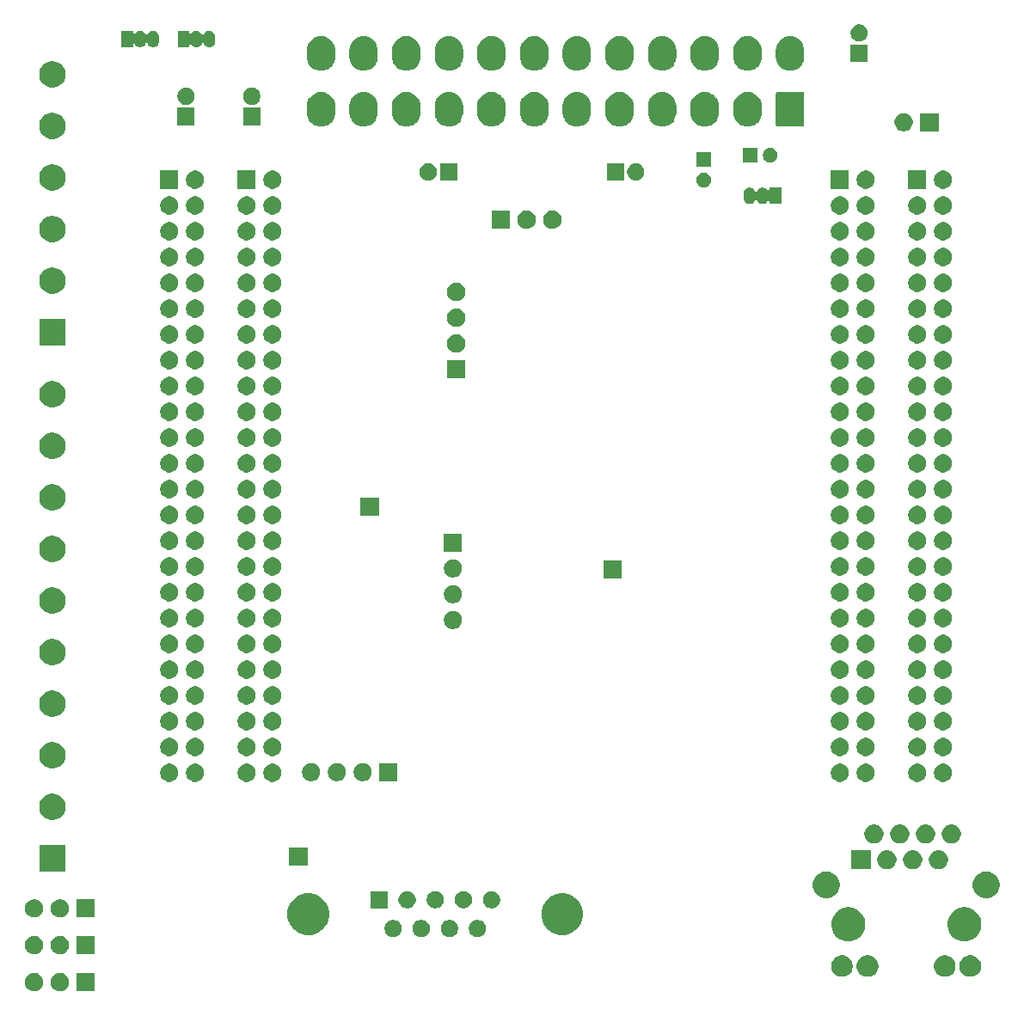
<source format=gbr>
G04 #@! TF.GenerationSoftware,KiCad,Pcbnew,(5.1.6)-1*
G04 #@! TF.CreationDate,2020-05-27T17:47:10+02:00*
G04 #@! TF.ProjectId,lightcontroll,6c696768-7463-46f6-9e74-726f6c6c2e6b,rev?*
G04 #@! TF.SameCoordinates,Original*
G04 #@! TF.FileFunction,Soldermask,Bot*
G04 #@! TF.FilePolarity,Negative*
%FSLAX46Y46*%
G04 Gerber Fmt 4.6, Leading zero omitted, Abs format (unit mm)*
G04 Created by KiCad (PCBNEW (5.1.6)-1) date 2020-05-27 17:47:10*
%MOMM*%
%LPD*%
G01*
G04 APERTURE LIST*
%ADD10C,0.100000*%
G04 APERTURE END LIST*
D10*
G36*
X21119400Y-110171800D02*
G01*
X19317400Y-110171800D01*
X19317400Y-108369800D01*
X21119400Y-108369800D01*
X21119400Y-110171800D01*
G37*
G36*
X15251912Y-108374727D02*
G01*
X15401212Y-108404424D01*
X15565184Y-108472344D01*
X15712754Y-108570947D01*
X15838253Y-108696446D01*
X15936856Y-108844016D01*
X16004776Y-109007988D01*
X16039400Y-109182059D01*
X16039400Y-109359541D01*
X16004776Y-109533612D01*
X15936856Y-109697584D01*
X15838253Y-109845154D01*
X15712754Y-109970653D01*
X15565184Y-110069256D01*
X15401212Y-110137176D01*
X15251912Y-110166873D01*
X15227142Y-110171800D01*
X15049658Y-110171800D01*
X15024888Y-110166873D01*
X14875588Y-110137176D01*
X14711616Y-110069256D01*
X14564046Y-109970653D01*
X14438547Y-109845154D01*
X14339944Y-109697584D01*
X14272024Y-109533612D01*
X14237400Y-109359541D01*
X14237400Y-109182059D01*
X14272024Y-109007988D01*
X14339944Y-108844016D01*
X14438547Y-108696446D01*
X14564046Y-108570947D01*
X14711616Y-108472344D01*
X14875588Y-108404424D01*
X15024888Y-108374727D01*
X15049658Y-108369800D01*
X15227142Y-108369800D01*
X15251912Y-108374727D01*
G37*
G36*
X17791912Y-108374727D02*
G01*
X17941212Y-108404424D01*
X18105184Y-108472344D01*
X18252754Y-108570947D01*
X18378253Y-108696446D01*
X18476856Y-108844016D01*
X18544776Y-109007988D01*
X18579400Y-109182059D01*
X18579400Y-109359541D01*
X18544776Y-109533612D01*
X18476856Y-109697584D01*
X18378253Y-109845154D01*
X18252754Y-109970653D01*
X18105184Y-110069256D01*
X17941212Y-110137176D01*
X17791912Y-110166873D01*
X17767142Y-110171800D01*
X17589658Y-110171800D01*
X17564888Y-110166873D01*
X17415588Y-110137176D01*
X17251616Y-110069256D01*
X17104046Y-109970653D01*
X16978547Y-109845154D01*
X16879944Y-109697584D01*
X16812024Y-109533612D01*
X16777400Y-109359541D01*
X16777400Y-109182059D01*
X16812024Y-109007988D01*
X16879944Y-108844016D01*
X16978547Y-108696446D01*
X17104046Y-108570947D01*
X17251616Y-108472344D01*
X17415588Y-108404424D01*
X17564888Y-108374727D01*
X17589658Y-108369800D01*
X17767142Y-108369800D01*
X17791912Y-108374727D01*
G37*
G36*
X95015131Y-106657303D02*
G01*
X95209312Y-106737736D01*
X95209314Y-106737737D01*
X95384073Y-106854507D01*
X95532693Y-107003127D01*
X95649463Y-107177886D01*
X95649464Y-107177888D01*
X95729897Y-107372069D01*
X95770900Y-107578208D01*
X95770900Y-107788392D01*
X95729897Y-107994531D01*
X95649464Y-108188712D01*
X95649463Y-108188714D01*
X95532693Y-108363473D01*
X95384073Y-108512093D01*
X95209314Y-108628863D01*
X95209313Y-108628864D01*
X95209312Y-108628864D01*
X95015131Y-108709297D01*
X94808992Y-108750300D01*
X94598808Y-108750300D01*
X94392669Y-108709297D01*
X94198488Y-108628864D01*
X94198487Y-108628864D01*
X94198486Y-108628863D01*
X94023727Y-108512093D01*
X93875107Y-108363473D01*
X93758337Y-108188714D01*
X93758336Y-108188712D01*
X93677903Y-107994531D01*
X93636900Y-107788392D01*
X93636900Y-107578208D01*
X93677903Y-107372069D01*
X93758336Y-107177888D01*
X93758337Y-107177886D01*
X93875107Y-107003127D01*
X94023727Y-106854507D01*
X94198486Y-106737737D01*
X94198488Y-106737736D01*
X94392669Y-106657303D01*
X94598808Y-106616300D01*
X94808992Y-106616300D01*
X95015131Y-106657303D01*
G37*
G36*
X105124331Y-106657303D02*
G01*
X105318512Y-106737736D01*
X105318514Y-106737737D01*
X105493273Y-106854507D01*
X105641893Y-107003127D01*
X105758663Y-107177886D01*
X105758664Y-107177888D01*
X105839097Y-107372069D01*
X105880100Y-107578208D01*
X105880100Y-107788392D01*
X105839097Y-107994531D01*
X105758664Y-108188712D01*
X105758663Y-108188714D01*
X105641893Y-108363473D01*
X105493273Y-108512093D01*
X105318514Y-108628863D01*
X105318513Y-108628864D01*
X105318512Y-108628864D01*
X105124331Y-108709297D01*
X104918192Y-108750300D01*
X104708008Y-108750300D01*
X104501869Y-108709297D01*
X104307688Y-108628864D01*
X104307687Y-108628864D01*
X104307686Y-108628863D01*
X104132927Y-108512093D01*
X103984307Y-108363473D01*
X103867537Y-108188714D01*
X103867536Y-108188712D01*
X103787103Y-107994531D01*
X103746100Y-107788392D01*
X103746100Y-107578208D01*
X103787103Y-107372069D01*
X103867536Y-107177888D01*
X103867537Y-107177886D01*
X103984307Y-107003127D01*
X104132927Y-106854507D01*
X104307686Y-106737737D01*
X104307688Y-106737736D01*
X104501869Y-106657303D01*
X104708008Y-106616300D01*
X104918192Y-106616300D01*
X105124331Y-106657303D01*
G37*
G36*
X107638931Y-106657303D02*
G01*
X107833112Y-106737736D01*
X107833114Y-106737737D01*
X108007873Y-106854507D01*
X108156493Y-107003127D01*
X108273263Y-107177886D01*
X108273264Y-107177888D01*
X108353697Y-107372069D01*
X108394700Y-107578208D01*
X108394700Y-107788392D01*
X108353697Y-107994531D01*
X108273264Y-108188712D01*
X108273263Y-108188714D01*
X108156493Y-108363473D01*
X108007873Y-108512093D01*
X107833114Y-108628863D01*
X107833113Y-108628864D01*
X107833112Y-108628864D01*
X107638931Y-108709297D01*
X107432792Y-108750300D01*
X107222608Y-108750300D01*
X107016469Y-108709297D01*
X106822288Y-108628864D01*
X106822287Y-108628864D01*
X106822286Y-108628863D01*
X106647527Y-108512093D01*
X106498907Y-108363473D01*
X106382137Y-108188714D01*
X106382136Y-108188712D01*
X106301703Y-107994531D01*
X106260700Y-107788392D01*
X106260700Y-107578208D01*
X106301703Y-107372069D01*
X106382136Y-107177888D01*
X106382137Y-107177886D01*
X106498907Y-107003127D01*
X106647527Y-106854507D01*
X106822286Y-106737737D01*
X106822288Y-106737736D01*
X107016469Y-106657303D01*
X107222608Y-106616300D01*
X107432792Y-106616300D01*
X107638931Y-106657303D01*
G37*
G36*
X97529731Y-106657303D02*
G01*
X97723912Y-106737736D01*
X97723914Y-106737737D01*
X97898673Y-106854507D01*
X98047293Y-107003127D01*
X98164063Y-107177886D01*
X98164064Y-107177888D01*
X98244497Y-107372069D01*
X98285500Y-107578208D01*
X98285500Y-107788392D01*
X98244497Y-107994531D01*
X98164064Y-108188712D01*
X98164063Y-108188714D01*
X98047293Y-108363473D01*
X97898673Y-108512093D01*
X97723914Y-108628863D01*
X97723913Y-108628864D01*
X97723912Y-108628864D01*
X97529731Y-108709297D01*
X97323592Y-108750300D01*
X97113408Y-108750300D01*
X96907269Y-108709297D01*
X96713088Y-108628864D01*
X96713087Y-108628864D01*
X96713086Y-108628863D01*
X96538327Y-108512093D01*
X96389707Y-108363473D01*
X96272937Y-108188714D01*
X96272936Y-108188712D01*
X96192503Y-107994531D01*
X96151500Y-107788392D01*
X96151500Y-107578208D01*
X96192503Y-107372069D01*
X96272936Y-107177888D01*
X96272937Y-107177886D01*
X96389707Y-107003127D01*
X96538327Y-106854507D01*
X96713086Y-106737737D01*
X96713088Y-106737736D01*
X96907269Y-106657303D01*
X97113408Y-106616300D01*
X97323592Y-106616300D01*
X97529731Y-106657303D01*
G37*
G36*
X21119400Y-106514200D02*
G01*
X19317400Y-106514200D01*
X19317400Y-104712200D01*
X21119400Y-104712200D01*
X21119400Y-106514200D01*
G37*
G36*
X17791912Y-104717127D02*
G01*
X17941212Y-104746824D01*
X18105184Y-104814744D01*
X18252754Y-104913347D01*
X18378253Y-105038846D01*
X18476856Y-105186416D01*
X18544776Y-105350388D01*
X18579400Y-105524459D01*
X18579400Y-105701941D01*
X18544776Y-105876012D01*
X18476856Y-106039984D01*
X18378253Y-106187554D01*
X18252754Y-106313053D01*
X18105184Y-106411656D01*
X17941212Y-106479576D01*
X17791912Y-106509273D01*
X17767142Y-106514200D01*
X17589658Y-106514200D01*
X17564888Y-106509273D01*
X17415588Y-106479576D01*
X17251616Y-106411656D01*
X17104046Y-106313053D01*
X16978547Y-106187554D01*
X16879944Y-106039984D01*
X16812024Y-105876012D01*
X16777400Y-105701941D01*
X16777400Y-105524459D01*
X16812024Y-105350388D01*
X16879944Y-105186416D01*
X16978547Y-105038846D01*
X17104046Y-104913347D01*
X17251616Y-104814744D01*
X17415588Y-104746824D01*
X17564888Y-104717127D01*
X17589658Y-104712200D01*
X17767142Y-104712200D01*
X17791912Y-104717127D01*
G37*
G36*
X15251912Y-104717127D02*
G01*
X15401212Y-104746824D01*
X15565184Y-104814744D01*
X15712754Y-104913347D01*
X15838253Y-105038846D01*
X15936856Y-105186416D01*
X16004776Y-105350388D01*
X16039400Y-105524459D01*
X16039400Y-105701941D01*
X16004776Y-105876012D01*
X15936856Y-106039984D01*
X15838253Y-106187554D01*
X15712754Y-106313053D01*
X15565184Y-106411656D01*
X15401212Y-106479576D01*
X15251912Y-106509273D01*
X15227142Y-106514200D01*
X15049658Y-106514200D01*
X15024888Y-106509273D01*
X14875588Y-106479576D01*
X14711616Y-106411656D01*
X14564046Y-106313053D01*
X14438547Y-106187554D01*
X14339944Y-106039984D01*
X14272024Y-105876012D01*
X14237400Y-105701941D01*
X14237400Y-105524459D01*
X14272024Y-105350388D01*
X14339944Y-105186416D01*
X14438547Y-105038846D01*
X14564046Y-104913347D01*
X14711616Y-104814744D01*
X14875588Y-104746824D01*
X15024888Y-104717127D01*
X15049658Y-104712200D01*
X15227142Y-104712200D01*
X15251912Y-104717127D01*
G37*
G36*
X95608125Y-101917658D02*
G01*
X95802546Y-101956331D01*
X96107668Y-102082717D01*
X96382270Y-102266200D01*
X96615800Y-102499730D01*
X96669938Y-102580754D01*
X96799284Y-102774334D01*
X96836301Y-102863701D01*
X96925669Y-103079454D01*
X96990100Y-103403369D01*
X96990100Y-103733631D01*
X96925669Y-104057546D01*
X96799283Y-104362668D01*
X96615800Y-104637270D01*
X96382270Y-104870800D01*
X96107668Y-105054283D01*
X95802546Y-105180669D01*
X95640589Y-105212884D01*
X95478632Y-105245100D01*
X95148368Y-105245100D01*
X94986411Y-105212884D01*
X94824454Y-105180669D01*
X94519332Y-105054283D01*
X94244730Y-104870800D01*
X94011200Y-104637270D01*
X93827717Y-104362668D01*
X93701331Y-104057546D01*
X93636900Y-103733631D01*
X93636900Y-103403369D01*
X93701331Y-103079454D01*
X93790699Y-102863701D01*
X93827716Y-102774334D01*
X93957062Y-102580754D01*
X94011200Y-102499730D01*
X94244730Y-102266200D01*
X94519332Y-102082717D01*
X94824454Y-101956331D01*
X95018875Y-101917658D01*
X95148368Y-101891900D01*
X95478632Y-101891900D01*
X95608125Y-101917658D01*
G37*
G36*
X107038125Y-101917658D02*
G01*
X107232546Y-101956331D01*
X107537668Y-102082717D01*
X107812270Y-102266200D01*
X108045800Y-102499730D01*
X108099938Y-102580754D01*
X108229284Y-102774334D01*
X108266301Y-102863701D01*
X108355669Y-103079454D01*
X108420100Y-103403369D01*
X108420100Y-103733631D01*
X108355669Y-104057546D01*
X108229283Y-104362668D01*
X108045800Y-104637270D01*
X107812270Y-104870800D01*
X107537668Y-105054283D01*
X107232546Y-105180669D01*
X107070589Y-105212884D01*
X106908632Y-105245100D01*
X106578368Y-105245100D01*
X106416411Y-105212884D01*
X106254454Y-105180669D01*
X105949332Y-105054283D01*
X105674730Y-104870800D01*
X105441200Y-104637270D01*
X105257717Y-104362668D01*
X105131331Y-104057546D01*
X105066900Y-103733631D01*
X105066900Y-103403369D01*
X105131331Y-103079454D01*
X105220699Y-102863701D01*
X105257716Y-102774334D01*
X105387062Y-102580754D01*
X105441200Y-102499730D01*
X105674730Y-102266200D01*
X105949332Y-102082717D01*
X106254454Y-101956331D01*
X106448875Y-101917658D01*
X106578368Y-101891900D01*
X106908632Y-101891900D01*
X107038125Y-101917658D01*
G37*
G36*
X56280628Y-103169303D02*
G01*
X56435500Y-103233453D01*
X56574881Y-103326585D01*
X56693415Y-103445119D01*
X56786547Y-103584500D01*
X56850697Y-103739372D01*
X56883400Y-103903784D01*
X56883400Y-104071416D01*
X56850697Y-104235828D01*
X56786547Y-104390700D01*
X56693415Y-104530081D01*
X56574881Y-104648615D01*
X56435500Y-104741747D01*
X56280628Y-104805897D01*
X56116216Y-104838600D01*
X55948584Y-104838600D01*
X55784172Y-104805897D01*
X55629300Y-104741747D01*
X55489919Y-104648615D01*
X55371385Y-104530081D01*
X55278253Y-104390700D01*
X55214103Y-104235828D01*
X55181400Y-104071416D01*
X55181400Y-103903784D01*
X55214103Y-103739372D01*
X55278253Y-103584500D01*
X55371385Y-103445119D01*
X55489919Y-103326585D01*
X55629300Y-103233453D01*
X55784172Y-103169303D01*
X55948584Y-103136600D01*
X56116216Y-103136600D01*
X56280628Y-103169303D01*
G37*
G36*
X59050628Y-103169303D02*
G01*
X59205500Y-103233453D01*
X59344881Y-103326585D01*
X59463415Y-103445119D01*
X59556547Y-103584500D01*
X59620697Y-103739372D01*
X59653400Y-103903784D01*
X59653400Y-104071416D01*
X59620697Y-104235828D01*
X59556547Y-104390700D01*
X59463415Y-104530081D01*
X59344881Y-104648615D01*
X59205500Y-104741747D01*
X59050628Y-104805897D01*
X58886216Y-104838600D01*
X58718584Y-104838600D01*
X58554172Y-104805897D01*
X58399300Y-104741747D01*
X58259919Y-104648615D01*
X58141385Y-104530081D01*
X58048253Y-104390700D01*
X57984103Y-104235828D01*
X57951400Y-104071416D01*
X57951400Y-103903784D01*
X57984103Y-103739372D01*
X58048253Y-103584500D01*
X58141385Y-103445119D01*
X58259919Y-103326585D01*
X58399300Y-103233453D01*
X58554172Y-103169303D01*
X58718584Y-103136600D01*
X58886216Y-103136600D01*
X59050628Y-103169303D01*
G37*
G36*
X53510628Y-103169303D02*
G01*
X53665500Y-103233453D01*
X53804881Y-103326585D01*
X53923415Y-103445119D01*
X54016547Y-103584500D01*
X54080697Y-103739372D01*
X54113400Y-103903784D01*
X54113400Y-104071416D01*
X54080697Y-104235828D01*
X54016547Y-104390700D01*
X53923415Y-104530081D01*
X53804881Y-104648615D01*
X53665500Y-104741747D01*
X53510628Y-104805897D01*
X53346216Y-104838600D01*
X53178584Y-104838600D01*
X53014172Y-104805897D01*
X52859300Y-104741747D01*
X52719919Y-104648615D01*
X52601385Y-104530081D01*
X52508253Y-104390700D01*
X52444103Y-104235828D01*
X52411400Y-104071416D01*
X52411400Y-103903784D01*
X52444103Y-103739372D01*
X52508253Y-103584500D01*
X52601385Y-103445119D01*
X52719919Y-103326585D01*
X52859300Y-103233453D01*
X53014172Y-103169303D01*
X53178584Y-103136600D01*
X53346216Y-103136600D01*
X53510628Y-103169303D01*
G37*
G36*
X50740628Y-103169303D02*
G01*
X50895500Y-103233453D01*
X51034881Y-103326585D01*
X51153415Y-103445119D01*
X51246547Y-103584500D01*
X51310697Y-103739372D01*
X51343400Y-103903784D01*
X51343400Y-104071416D01*
X51310697Y-104235828D01*
X51246547Y-104390700D01*
X51153415Y-104530081D01*
X51034881Y-104648615D01*
X50895500Y-104741747D01*
X50740628Y-104805897D01*
X50576216Y-104838600D01*
X50408584Y-104838600D01*
X50244172Y-104805897D01*
X50089300Y-104741747D01*
X49949919Y-104648615D01*
X49831385Y-104530081D01*
X49738253Y-104390700D01*
X49674103Y-104235828D01*
X49641400Y-104071416D01*
X49641400Y-103903784D01*
X49674103Y-103739372D01*
X49738253Y-103584500D01*
X49831385Y-103445119D01*
X49949919Y-103326585D01*
X50089300Y-103233453D01*
X50244172Y-103169303D01*
X50408584Y-103136600D01*
X50576216Y-103136600D01*
X50740628Y-103169303D01*
G37*
G36*
X42745654Y-100595418D02*
G01*
X43105570Y-100744500D01*
X43118913Y-100750027D01*
X43454836Y-100974484D01*
X43740516Y-101260164D01*
X43953969Y-101579618D01*
X43964974Y-101596089D01*
X44119582Y-101969346D01*
X44198400Y-102365593D01*
X44198400Y-102769607D01*
X44119582Y-103165854D01*
X44003906Y-103445120D01*
X43964973Y-103539113D01*
X43740516Y-103875036D01*
X43454836Y-104160716D01*
X43118913Y-104385173D01*
X43118912Y-104385174D01*
X43118911Y-104385174D01*
X42745654Y-104539782D01*
X42349407Y-104618600D01*
X41945393Y-104618600D01*
X41549146Y-104539782D01*
X41175889Y-104385174D01*
X41175888Y-104385174D01*
X41175887Y-104385173D01*
X40839964Y-104160716D01*
X40554284Y-103875036D01*
X40329827Y-103539113D01*
X40290894Y-103445120D01*
X40175218Y-103165854D01*
X40096400Y-102769607D01*
X40096400Y-102365593D01*
X40175218Y-101969346D01*
X40329826Y-101596089D01*
X40340832Y-101579618D01*
X40554284Y-101260164D01*
X40839964Y-100974484D01*
X41175887Y-100750027D01*
X41189230Y-100744500D01*
X41549146Y-100595418D01*
X41945393Y-100516600D01*
X42349407Y-100516600D01*
X42745654Y-100595418D01*
G37*
G36*
X67745654Y-100595418D02*
G01*
X68105570Y-100744500D01*
X68118913Y-100750027D01*
X68454836Y-100974484D01*
X68740516Y-101260164D01*
X68953969Y-101579618D01*
X68964974Y-101596089D01*
X69119582Y-101969346D01*
X69198400Y-102365593D01*
X69198400Y-102769607D01*
X69119582Y-103165854D01*
X69003906Y-103445120D01*
X68964973Y-103539113D01*
X68740516Y-103875036D01*
X68454836Y-104160716D01*
X68118913Y-104385173D01*
X68118912Y-104385174D01*
X68118911Y-104385174D01*
X67745654Y-104539782D01*
X67349407Y-104618600D01*
X66945393Y-104618600D01*
X66549146Y-104539782D01*
X66175889Y-104385174D01*
X66175888Y-104385174D01*
X66175887Y-104385173D01*
X65839964Y-104160716D01*
X65554284Y-103875036D01*
X65329827Y-103539113D01*
X65290894Y-103445120D01*
X65175218Y-103165854D01*
X65096400Y-102769607D01*
X65096400Y-102365593D01*
X65175218Y-101969346D01*
X65329826Y-101596089D01*
X65340832Y-101579618D01*
X65554284Y-101260164D01*
X65839964Y-100974484D01*
X66175887Y-100750027D01*
X66189230Y-100744500D01*
X66549146Y-100595418D01*
X66945393Y-100516600D01*
X67349407Y-100516600D01*
X67745654Y-100595418D01*
G37*
G36*
X15251912Y-101110327D02*
G01*
X15401212Y-101140024D01*
X15565184Y-101207944D01*
X15712754Y-101306547D01*
X15838253Y-101432046D01*
X15936856Y-101579616D01*
X16004776Y-101743588D01*
X16039400Y-101917659D01*
X16039400Y-102095141D01*
X16004776Y-102269212D01*
X15936856Y-102433184D01*
X15838253Y-102580754D01*
X15712754Y-102706253D01*
X15565184Y-102804856D01*
X15401212Y-102872776D01*
X15251912Y-102902473D01*
X15227142Y-102907400D01*
X15049658Y-102907400D01*
X15024888Y-102902473D01*
X14875588Y-102872776D01*
X14711616Y-102804856D01*
X14564046Y-102706253D01*
X14438547Y-102580754D01*
X14339944Y-102433184D01*
X14272024Y-102269212D01*
X14237400Y-102095141D01*
X14237400Y-101917659D01*
X14272024Y-101743588D01*
X14339944Y-101579616D01*
X14438547Y-101432046D01*
X14564046Y-101306547D01*
X14711616Y-101207944D01*
X14875588Y-101140024D01*
X15024888Y-101110327D01*
X15049658Y-101105400D01*
X15227142Y-101105400D01*
X15251912Y-101110327D01*
G37*
G36*
X21119400Y-102907400D02*
G01*
X19317400Y-102907400D01*
X19317400Y-101105400D01*
X21119400Y-101105400D01*
X21119400Y-102907400D01*
G37*
G36*
X17791912Y-101110327D02*
G01*
X17941212Y-101140024D01*
X18105184Y-101207944D01*
X18252754Y-101306547D01*
X18378253Y-101432046D01*
X18476856Y-101579616D01*
X18544776Y-101743588D01*
X18579400Y-101917659D01*
X18579400Y-102095141D01*
X18544776Y-102269212D01*
X18476856Y-102433184D01*
X18378253Y-102580754D01*
X18252754Y-102706253D01*
X18105184Y-102804856D01*
X17941212Y-102872776D01*
X17791912Y-102902473D01*
X17767142Y-102907400D01*
X17589658Y-102907400D01*
X17564888Y-102902473D01*
X17415588Y-102872776D01*
X17251616Y-102804856D01*
X17104046Y-102706253D01*
X16978547Y-102580754D01*
X16879944Y-102433184D01*
X16812024Y-102269212D01*
X16777400Y-102095141D01*
X16777400Y-101917659D01*
X16812024Y-101743588D01*
X16879944Y-101579616D01*
X16978547Y-101432046D01*
X17104046Y-101306547D01*
X17251616Y-101207944D01*
X17415588Y-101140024D01*
X17564888Y-101110327D01*
X17589658Y-101105400D01*
X17767142Y-101105400D01*
X17791912Y-101110327D01*
G37*
G36*
X52125628Y-100329303D02*
G01*
X52280500Y-100393453D01*
X52419881Y-100486585D01*
X52538415Y-100605119D01*
X52631547Y-100744500D01*
X52695697Y-100899372D01*
X52728400Y-101063784D01*
X52728400Y-101231416D01*
X52695697Y-101395828D01*
X52631547Y-101550700D01*
X52538415Y-101690081D01*
X52419881Y-101808615D01*
X52280500Y-101901747D01*
X52125628Y-101965897D01*
X51961216Y-101998600D01*
X51793584Y-101998600D01*
X51629172Y-101965897D01*
X51474300Y-101901747D01*
X51334919Y-101808615D01*
X51216385Y-101690081D01*
X51123253Y-101550700D01*
X51059103Y-101395828D01*
X51026400Y-101231416D01*
X51026400Y-101063784D01*
X51059103Y-100899372D01*
X51123253Y-100744500D01*
X51216385Y-100605119D01*
X51334919Y-100486585D01*
X51474300Y-100393453D01*
X51629172Y-100329303D01*
X51793584Y-100296600D01*
X51961216Y-100296600D01*
X52125628Y-100329303D01*
G37*
G36*
X60435628Y-100329303D02*
G01*
X60590500Y-100393453D01*
X60729881Y-100486585D01*
X60848415Y-100605119D01*
X60941547Y-100744500D01*
X61005697Y-100899372D01*
X61038400Y-101063784D01*
X61038400Y-101231416D01*
X61005697Y-101395828D01*
X60941547Y-101550700D01*
X60848415Y-101690081D01*
X60729881Y-101808615D01*
X60590500Y-101901747D01*
X60435628Y-101965897D01*
X60271216Y-101998600D01*
X60103584Y-101998600D01*
X59939172Y-101965897D01*
X59784300Y-101901747D01*
X59644919Y-101808615D01*
X59526385Y-101690081D01*
X59433253Y-101550700D01*
X59369103Y-101395828D01*
X59336400Y-101231416D01*
X59336400Y-101063784D01*
X59369103Y-100899372D01*
X59433253Y-100744500D01*
X59526385Y-100605119D01*
X59644919Y-100486585D01*
X59784300Y-100393453D01*
X59939172Y-100329303D01*
X60103584Y-100296600D01*
X60271216Y-100296600D01*
X60435628Y-100329303D01*
G37*
G36*
X57665628Y-100329303D02*
G01*
X57820500Y-100393453D01*
X57959881Y-100486585D01*
X58078415Y-100605119D01*
X58171547Y-100744500D01*
X58235697Y-100899372D01*
X58268400Y-101063784D01*
X58268400Y-101231416D01*
X58235697Y-101395828D01*
X58171547Y-101550700D01*
X58078415Y-101690081D01*
X57959881Y-101808615D01*
X57820500Y-101901747D01*
X57665628Y-101965897D01*
X57501216Y-101998600D01*
X57333584Y-101998600D01*
X57169172Y-101965897D01*
X57014300Y-101901747D01*
X56874919Y-101808615D01*
X56756385Y-101690081D01*
X56663253Y-101550700D01*
X56599103Y-101395828D01*
X56566400Y-101231416D01*
X56566400Y-101063784D01*
X56599103Y-100899372D01*
X56663253Y-100744500D01*
X56756385Y-100605119D01*
X56874919Y-100486585D01*
X57014300Y-100393453D01*
X57169172Y-100329303D01*
X57333584Y-100296600D01*
X57501216Y-100296600D01*
X57665628Y-100329303D01*
G37*
G36*
X49958400Y-101998600D02*
G01*
X48256400Y-101998600D01*
X48256400Y-100296600D01*
X49958400Y-100296600D01*
X49958400Y-101998600D01*
G37*
G36*
X54895628Y-100329303D02*
G01*
X55050500Y-100393453D01*
X55189881Y-100486585D01*
X55308415Y-100605119D01*
X55401547Y-100744500D01*
X55465697Y-100899372D01*
X55498400Y-101063784D01*
X55498400Y-101231416D01*
X55465697Y-101395828D01*
X55401547Y-101550700D01*
X55308415Y-101690081D01*
X55189881Y-101808615D01*
X55050500Y-101901747D01*
X54895628Y-101965897D01*
X54731216Y-101998600D01*
X54563584Y-101998600D01*
X54399172Y-101965897D01*
X54244300Y-101901747D01*
X54104919Y-101808615D01*
X53986385Y-101690081D01*
X53893253Y-101550700D01*
X53829103Y-101395828D01*
X53796400Y-101231416D01*
X53796400Y-101063784D01*
X53829103Y-100899372D01*
X53893253Y-100744500D01*
X53986385Y-100605119D01*
X54104919Y-100486585D01*
X54244300Y-100393453D01*
X54399172Y-100329303D01*
X54563584Y-100296600D01*
X54731216Y-100296600D01*
X54895628Y-100329303D01*
G37*
G36*
X93377614Y-98379800D02*
G01*
X93539822Y-98412065D01*
X93680648Y-98470397D01*
X93780227Y-98511644D01*
X93780228Y-98511645D01*
X93996589Y-98656212D01*
X94180588Y-98840211D01*
X94277185Y-98984779D01*
X94325156Y-99056573D01*
X94366403Y-99156152D01*
X94424735Y-99296978D01*
X94475500Y-99552193D01*
X94475500Y-99812407D01*
X94424735Y-100067622D01*
X94366403Y-100208448D01*
X94325156Y-100308027D01*
X94325155Y-100308028D01*
X94180588Y-100524389D01*
X93996589Y-100708388D01*
X93934271Y-100750027D01*
X93780227Y-100852956D01*
X93680648Y-100894203D01*
X93539822Y-100952535D01*
X93429476Y-100974484D01*
X93284609Y-101003300D01*
X93024391Y-101003300D01*
X92879524Y-100974484D01*
X92769178Y-100952535D01*
X92628352Y-100894203D01*
X92528773Y-100852956D01*
X92374729Y-100750027D01*
X92312411Y-100708388D01*
X92128412Y-100524389D01*
X91983845Y-100308028D01*
X91983844Y-100308027D01*
X91942597Y-100208448D01*
X91884265Y-100067622D01*
X91833500Y-99812407D01*
X91833500Y-99552193D01*
X91884265Y-99296978D01*
X91942597Y-99156152D01*
X91983844Y-99056573D01*
X92031815Y-98984779D01*
X92128412Y-98840211D01*
X92312411Y-98656212D01*
X92528772Y-98511645D01*
X92528773Y-98511644D01*
X92628352Y-98470397D01*
X92769178Y-98412065D01*
X92931386Y-98379800D01*
X93024391Y-98361300D01*
X93284609Y-98361300D01*
X93377614Y-98379800D01*
G37*
G36*
X109125614Y-98379800D02*
G01*
X109287822Y-98412065D01*
X109428648Y-98470397D01*
X109528227Y-98511644D01*
X109528228Y-98511645D01*
X109744589Y-98656212D01*
X109928588Y-98840211D01*
X110025185Y-98984779D01*
X110073156Y-99056573D01*
X110114403Y-99156152D01*
X110172735Y-99296978D01*
X110223500Y-99552193D01*
X110223500Y-99812407D01*
X110172735Y-100067622D01*
X110114403Y-100208448D01*
X110073156Y-100308027D01*
X110073155Y-100308028D01*
X109928588Y-100524389D01*
X109744589Y-100708388D01*
X109682271Y-100750027D01*
X109528227Y-100852956D01*
X109428648Y-100894203D01*
X109287822Y-100952535D01*
X109177476Y-100974484D01*
X109032609Y-101003300D01*
X108772391Y-101003300D01*
X108627524Y-100974484D01*
X108517178Y-100952535D01*
X108376352Y-100894203D01*
X108276773Y-100852956D01*
X108122729Y-100750027D01*
X108060411Y-100708388D01*
X107876412Y-100524389D01*
X107731845Y-100308028D01*
X107731844Y-100308027D01*
X107690597Y-100208448D01*
X107632265Y-100067622D01*
X107581500Y-99812407D01*
X107581500Y-99552193D01*
X107632265Y-99296978D01*
X107690597Y-99156152D01*
X107731844Y-99056573D01*
X107779815Y-98984779D01*
X107876412Y-98840211D01*
X108060411Y-98656212D01*
X108276772Y-98511645D01*
X108276773Y-98511644D01*
X108376352Y-98470397D01*
X108517178Y-98412065D01*
X108679386Y-98379800D01*
X108772391Y-98361300D01*
X109032609Y-98361300D01*
X109125614Y-98379800D01*
G37*
G36*
X18242800Y-98379800D02*
G01*
X15640800Y-98379800D01*
X15640800Y-95777800D01*
X18242800Y-95777800D01*
X18242800Y-98379800D01*
G37*
G36*
X104477687Y-96314623D02*
G01*
X104648755Y-96385482D01*
X104648757Y-96385483D01*
X104726258Y-96437268D01*
X104802714Y-96488354D01*
X104933646Y-96619286D01*
X105036518Y-96773245D01*
X105107377Y-96944313D01*
X105143500Y-97125917D01*
X105143500Y-97311083D01*
X105107377Y-97492687D01*
X105036518Y-97663755D01*
X105036517Y-97663757D01*
X104933645Y-97817715D01*
X104802715Y-97948645D01*
X104648757Y-98051517D01*
X104648756Y-98051518D01*
X104648755Y-98051518D01*
X104477687Y-98122377D01*
X104296083Y-98158500D01*
X104110917Y-98158500D01*
X103929313Y-98122377D01*
X103758245Y-98051518D01*
X103758244Y-98051518D01*
X103758243Y-98051517D01*
X103604285Y-97948645D01*
X103473355Y-97817715D01*
X103370483Y-97663757D01*
X103370482Y-97663755D01*
X103299623Y-97492687D01*
X103263500Y-97311083D01*
X103263500Y-97125917D01*
X103299623Y-96944313D01*
X103370482Y-96773245D01*
X103473354Y-96619286D01*
X103604286Y-96488354D01*
X103680742Y-96437268D01*
X103758243Y-96385483D01*
X103758245Y-96385482D01*
X103929313Y-96314623D01*
X104110917Y-96278500D01*
X104296083Y-96278500D01*
X104477687Y-96314623D01*
G37*
G36*
X101937687Y-96314623D02*
G01*
X102108755Y-96385482D01*
X102108757Y-96385483D01*
X102186258Y-96437268D01*
X102262714Y-96488354D01*
X102393646Y-96619286D01*
X102496518Y-96773245D01*
X102567377Y-96944313D01*
X102603500Y-97125917D01*
X102603500Y-97311083D01*
X102567377Y-97492687D01*
X102496518Y-97663755D01*
X102496517Y-97663757D01*
X102393645Y-97817715D01*
X102262715Y-97948645D01*
X102108757Y-98051517D01*
X102108756Y-98051518D01*
X102108755Y-98051518D01*
X101937687Y-98122377D01*
X101756083Y-98158500D01*
X101570917Y-98158500D01*
X101389313Y-98122377D01*
X101218245Y-98051518D01*
X101218244Y-98051518D01*
X101218243Y-98051517D01*
X101064285Y-97948645D01*
X100933355Y-97817715D01*
X100830483Y-97663757D01*
X100830482Y-97663755D01*
X100759623Y-97492687D01*
X100723500Y-97311083D01*
X100723500Y-97125917D01*
X100759623Y-96944313D01*
X100830482Y-96773245D01*
X100933354Y-96619286D01*
X101064286Y-96488354D01*
X101140742Y-96437268D01*
X101218243Y-96385483D01*
X101218245Y-96385482D01*
X101389313Y-96314623D01*
X101570917Y-96278500D01*
X101756083Y-96278500D01*
X101937687Y-96314623D01*
G37*
G36*
X99397687Y-96314623D02*
G01*
X99568755Y-96385482D01*
X99568757Y-96385483D01*
X99646258Y-96437268D01*
X99722714Y-96488354D01*
X99853646Y-96619286D01*
X99956518Y-96773245D01*
X100027377Y-96944313D01*
X100063500Y-97125917D01*
X100063500Y-97311083D01*
X100027377Y-97492687D01*
X99956518Y-97663755D01*
X99956517Y-97663757D01*
X99853645Y-97817715D01*
X99722715Y-97948645D01*
X99568757Y-98051517D01*
X99568756Y-98051518D01*
X99568755Y-98051518D01*
X99397687Y-98122377D01*
X99216083Y-98158500D01*
X99030917Y-98158500D01*
X98849313Y-98122377D01*
X98678245Y-98051518D01*
X98678244Y-98051518D01*
X98678243Y-98051517D01*
X98524285Y-97948645D01*
X98393355Y-97817715D01*
X98290483Y-97663757D01*
X98290482Y-97663755D01*
X98219623Y-97492687D01*
X98183500Y-97311083D01*
X98183500Y-97125917D01*
X98219623Y-96944313D01*
X98290482Y-96773245D01*
X98393354Y-96619286D01*
X98524286Y-96488354D01*
X98600742Y-96437268D01*
X98678243Y-96385483D01*
X98678245Y-96385482D01*
X98849313Y-96314623D01*
X99030917Y-96278500D01*
X99216083Y-96278500D01*
X99397687Y-96314623D01*
G37*
G36*
X97523500Y-98158500D02*
G01*
X95643500Y-98158500D01*
X95643500Y-96278500D01*
X97523500Y-96278500D01*
X97523500Y-98158500D01*
G37*
G36*
X42074400Y-97776600D02*
G01*
X40272400Y-97776600D01*
X40272400Y-95974600D01*
X42074400Y-95974600D01*
X42074400Y-97776600D01*
G37*
G36*
X98127687Y-93774623D02*
G01*
X98298755Y-93845482D01*
X98298757Y-93845483D01*
X98376258Y-93897268D01*
X98452714Y-93948354D01*
X98583646Y-94079286D01*
X98686518Y-94233245D01*
X98757377Y-94404313D01*
X98793500Y-94585917D01*
X98793500Y-94771083D01*
X98757377Y-94952687D01*
X98686518Y-95123755D01*
X98686517Y-95123757D01*
X98583645Y-95277715D01*
X98452715Y-95408645D01*
X98298757Y-95511517D01*
X98298756Y-95511518D01*
X98298755Y-95511518D01*
X98127687Y-95582377D01*
X97946083Y-95618500D01*
X97760917Y-95618500D01*
X97579313Y-95582377D01*
X97408245Y-95511518D01*
X97408244Y-95511518D01*
X97408243Y-95511517D01*
X97254285Y-95408645D01*
X97123355Y-95277715D01*
X97020483Y-95123757D01*
X97020482Y-95123755D01*
X96949623Y-94952687D01*
X96913500Y-94771083D01*
X96913500Y-94585917D01*
X96949623Y-94404313D01*
X97020482Y-94233245D01*
X97123354Y-94079286D01*
X97254286Y-93948354D01*
X97330742Y-93897268D01*
X97408243Y-93845483D01*
X97408245Y-93845482D01*
X97579313Y-93774623D01*
X97760917Y-93738500D01*
X97946083Y-93738500D01*
X98127687Y-93774623D01*
G37*
G36*
X105747687Y-93774623D02*
G01*
X105918755Y-93845482D01*
X105918757Y-93845483D01*
X105996258Y-93897268D01*
X106072714Y-93948354D01*
X106203646Y-94079286D01*
X106306518Y-94233245D01*
X106377377Y-94404313D01*
X106413500Y-94585917D01*
X106413500Y-94771083D01*
X106377377Y-94952687D01*
X106306518Y-95123755D01*
X106306517Y-95123757D01*
X106203645Y-95277715D01*
X106072715Y-95408645D01*
X105918757Y-95511517D01*
X105918756Y-95511518D01*
X105918755Y-95511518D01*
X105747687Y-95582377D01*
X105566083Y-95618500D01*
X105380917Y-95618500D01*
X105199313Y-95582377D01*
X105028245Y-95511518D01*
X105028244Y-95511518D01*
X105028243Y-95511517D01*
X104874285Y-95408645D01*
X104743355Y-95277715D01*
X104640483Y-95123757D01*
X104640482Y-95123755D01*
X104569623Y-94952687D01*
X104533500Y-94771083D01*
X104533500Y-94585917D01*
X104569623Y-94404313D01*
X104640482Y-94233245D01*
X104743354Y-94079286D01*
X104874286Y-93948354D01*
X104950742Y-93897268D01*
X105028243Y-93845483D01*
X105028245Y-93845482D01*
X105199313Y-93774623D01*
X105380917Y-93738500D01*
X105566083Y-93738500D01*
X105747687Y-93774623D01*
G37*
G36*
X100667687Y-93774623D02*
G01*
X100838755Y-93845482D01*
X100838757Y-93845483D01*
X100916258Y-93897268D01*
X100992714Y-93948354D01*
X101123646Y-94079286D01*
X101226518Y-94233245D01*
X101297377Y-94404313D01*
X101333500Y-94585917D01*
X101333500Y-94771083D01*
X101297377Y-94952687D01*
X101226518Y-95123755D01*
X101226517Y-95123757D01*
X101123645Y-95277715D01*
X100992715Y-95408645D01*
X100838757Y-95511517D01*
X100838756Y-95511518D01*
X100838755Y-95511518D01*
X100667687Y-95582377D01*
X100486083Y-95618500D01*
X100300917Y-95618500D01*
X100119313Y-95582377D01*
X99948245Y-95511518D01*
X99948244Y-95511518D01*
X99948243Y-95511517D01*
X99794285Y-95408645D01*
X99663355Y-95277715D01*
X99560483Y-95123757D01*
X99560482Y-95123755D01*
X99489623Y-94952687D01*
X99453500Y-94771083D01*
X99453500Y-94585917D01*
X99489623Y-94404313D01*
X99560482Y-94233245D01*
X99663354Y-94079286D01*
X99794286Y-93948354D01*
X99870742Y-93897268D01*
X99948243Y-93845483D01*
X99948245Y-93845482D01*
X100119313Y-93774623D01*
X100300917Y-93738500D01*
X100486083Y-93738500D01*
X100667687Y-93774623D01*
G37*
G36*
X103207687Y-93774623D02*
G01*
X103378755Y-93845482D01*
X103378757Y-93845483D01*
X103456258Y-93897268D01*
X103532714Y-93948354D01*
X103663646Y-94079286D01*
X103766518Y-94233245D01*
X103837377Y-94404313D01*
X103873500Y-94585917D01*
X103873500Y-94771083D01*
X103837377Y-94952687D01*
X103766518Y-95123755D01*
X103766517Y-95123757D01*
X103663645Y-95277715D01*
X103532715Y-95408645D01*
X103378757Y-95511517D01*
X103378756Y-95511518D01*
X103378755Y-95511518D01*
X103207687Y-95582377D01*
X103026083Y-95618500D01*
X102840917Y-95618500D01*
X102659313Y-95582377D01*
X102488245Y-95511518D01*
X102488244Y-95511518D01*
X102488243Y-95511517D01*
X102334285Y-95408645D01*
X102203355Y-95277715D01*
X102100483Y-95123757D01*
X102100482Y-95123755D01*
X102029623Y-94952687D01*
X101993500Y-94771083D01*
X101993500Y-94585917D01*
X102029623Y-94404313D01*
X102100482Y-94233245D01*
X102203354Y-94079286D01*
X102334286Y-93948354D01*
X102410742Y-93897268D01*
X102488243Y-93845483D01*
X102488245Y-93845482D01*
X102659313Y-93774623D01*
X102840917Y-93738500D01*
X103026083Y-93738500D01*
X103207687Y-93774623D01*
G37*
G36*
X17321287Y-90747796D02*
G01*
X17558053Y-90845868D01*
X17558055Y-90845869D01*
X17771139Y-90988247D01*
X17952353Y-91169461D01*
X18094732Y-91382547D01*
X18192804Y-91619313D01*
X18242800Y-91870661D01*
X18242800Y-92126939D01*
X18192804Y-92378287D01*
X18094732Y-92615053D01*
X18094731Y-92615055D01*
X17952353Y-92828139D01*
X17771139Y-93009353D01*
X17558055Y-93151731D01*
X17558054Y-93151732D01*
X17558053Y-93151732D01*
X17321287Y-93249804D01*
X17069939Y-93299800D01*
X16813661Y-93299800D01*
X16562313Y-93249804D01*
X16325547Y-93151732D01*
X16325546Y-93151732D01*
X16325545Y-93151731D01*
X16112461Y-93009353D01*
X15931247Y-92828139D01*
X15788869Y-92615055D01*
X15788868Y-92615053D01*
X15690796Y-92378287D01*
X15640800Y-92126939D01*
X15640800Y-91870661D01*
X15690796Y-91619313D01*
X15788868Y-91382547D01*
X15931247Y-91169461D01*
X16112461Y-90988247D01*
X16325545Y-90845869D01*
X16325547Y-90845868D01*
X16562313Y-90747796D01*
X16813661Y-90697800D01*
X17069939Y-90697800D01*
X17321287Y-90747796D01*
G37*
G36*
X104761512Y-87749927D02*
G01*
X104910812Y-87779624D01*
X105074784Y-87847544D01*
X105222354Y-87946147D01*
X105347853Y-88071646D01*
X105446456Y-88219216D01*
X105514376Y-88383188D01*
X105549000Y-88557259D01*
X105549000Y-88734741D01*
X105514376Y-88908812D01*
X105446456Y-89072784D01*
X105347853Y-89220354D01*
X105222354Y-89345853D01*
X105074784Y-89444456D01*
X104910812Y-89512376D01*
X104761512Y-89542073D01*
X104736742Y-89547000D01*
X104559258Y-89547000D01*
X104534488Y-89542073D01*
X104385188Y-89512376D01*
X104221216Y-89444456D01*
X104073646Y-89345853D01*
X103948147Y-89220354D01*
X103849544Y-89072784D01*
X103781624Y-88908812D01*
X103747000Y-88734741D01*
X103747000Y-88557259D01*
X103781624Y-88383188D01*
X103849544Y-88219216D01*
X103948147Y-88071646D01*
X104073646Y-87946147D01*
X104221216Y-87847544D01*
X104385188Y-87779624D01*
X104534488Y-87749927D01*
X104559258Y-87745000D01*
X104736742Y-87745000D01*
X104761512Y-87749927D01*
G37*
G36*
X28561512Y-87749927D02*
G01*
X28710812Y-87779624D01*
X28874784Y-87847544D01*
X29022354Y-87946147D01*
X29147853Y-88071646D01*
X29246456Y-88219216D01*
X29314376Y-88383188D01*
X29349000Y-88557259D01*
X29349000Y-88734741D01*
X29314376Y-88908812D01*
X29246456Y-89072784D01*
X29147853Y-89220354D01*
X29022354Y-89345853D01*
X28874784Y-89444456D01*
X28710812Y-89512376D01*
X28561512Y-89542073D01*
X28536742Y-89547000D01*
X28359258Y-89547000D01*
X28334488Y-89542073D01*
X28185188Y-89512376D01*
X28021216Y-89444456D01*
X27873646Y-89345853D01*
X27748147Y-89220354D01*
X27649544Y-89072784D01*
X27581624Y-88908812D01*
X27547000Y-88734741D01*
X27547000Y-88557259D01*
X27581624Y-88383188D01*
X27649544Y-88219216D01*
X27748147Y-88071646D01*
X27873646Y-87946147D01*
X28021216Y-87847544D01*
X28185188Y-87779624D01*
X28334488Y-87749927D01*
X28359258Y-87745000D01*
X28536742Y-87745000D01*
X28561512Y-87749927D01*
G37*
G36*
X94601512Y-87749927D02*
G01*
X94750812Y-87779624D01*
X94914784Y-87847544D01*
X95062354Y-87946147D01*
X95187853Y-88071646D01*
X95286456Y-88219216D01*
X95354376Y-88383188D01*
X95389000Y-88557259D01*
X95389000Y-88734741D01*
X95354376Y-88908812D01*
X95286456Y-89072784D01*
X95187853Y-89220354D01*
X95062354Y-89345853D01*
X94914784Y-89444456D01*
X94750812Y-89512376D01*
X94601512Y-89542073D01*
X94576742Y-89547000D01*
X94399258Y-89547000D01*
X94374488Y-89542073D01*
X94225188Y-89512376D01*
X94061216Y-89444456D01*
X93913646Y-89345853D01*
X93788147Y-89220354D01*
X93689544Y-89072784D01*
X93621624Y-88908812D01*
X93587000Y-88734741D01*
X93587000Y-88557259D01*
X93621624Y-88383188D01*
X93689544Y-88219216D01*
X93788147Y-88071646D01*
X93913646Y-87946147D01*
X94061216Y-87847544D01*
X94225188Y-87779624D01*
X94374488Y-87749927D01*
X94399258Y-87745000D01*
X94576742Y-87745000D01*
X94601512Y-87749927D01*
G37*
G36*
X36181512Y-87749927D02*
G01*
X36330812Y-87779624D01*
X36494784Y-87847544D01*
X36642354Y-87946147D01*
X36767853Y-88071646D01*
X36866456Y-88219216D01*
X36934376Y-88383188D01*
X36969000Y-88557259D01*
X36969000Y-88734741D01*
X36934376Y-88908812D01*
X36866456Y-89072784D01*
X36767853Y-89220354D01*
X36642354Y-89345853D01*
X36494784Y-89444456D01*
X36330812Y-89512376D01*
X36181512Y-89542073D01*
X36156742Y-89547000D01*
X35979258Y-89547000D01*
X35954488Y-89542073D01*
X35805188Y-89512376D01*
X35641216Y-89444456D01*
X35493646Y-89345853D01*
X35368147Y-89220354D01*
X35269544Y-89072784D01*
X35201624Y-88908812D01*
X35167000Y-88734741D01*
X35167000Y-88557259D01*
X35201624Y-88383188D01*
X35269544Y-88219216D01*
X35368147Y-88071646D01*
X35493646Y-87946147D01*
X35641216Y-87847544D01*
X35805188Y-87779624D01*
X35954488Y-87749927D01*
X35979258Y-87745000D01*
X36156742Y-87745000D01*
X36181512Y-87749927D01*
G37*
G36*
X97141512Y-87749927D02*
G01*
X97290812Y-87779624D01*
X97454784Y-87847544D01*
X97602354Y-87946147D01*
X97727853Y-88071646D01*
X97826456Y-88219216D01*
X97894376Y-88383188D01*
X97929000Y-88557259D01*
X97929000Y-88734741D01*
X97894376Y-88908812D01*
X97826456Y-89072784D01*
X97727853Y-89220354D01*
X97602354Y-89345853D01*
X97454784Y-89444456D01*
X97290812Y-89512376D01*
X97141512Y-89542073D01*
X97116742Y-89547000D01*
X96939258Y-89547000D01*
X96914488Y-89542073D01*
X96765188Y-89512376D01*
X96601216Y-89444456D01*
X96453646Y-89345853D01*
X96328147Y-89220354D01*
X96229544Y-89072784D01*
X96161624Y-88908812D01*
X96127000Y-88734741D01*
X96127000Y-88557259D01*
X96161624Y-88383188D01*
X96229544Y-88219216D01*
X96328147Y-88071646D01*
X96453646Y-87946147D01*
X96601216Y-87847544D01*
X96765188Y-87779624D01*
X96914488Y-87749927D01*
X96939258Y-87745000D01*
X97116742Y-87745000D01*
X97141512Y-87749927D01*
G37*
G36*
X102221512Y-87749927D02*
G01*
X102370812Y-87779624D01*
X102534784Y-87847544D01*
X102682354Y-87946147D01*
X102807853Y-88071646D01*
X102906456Y-88219216D01*
X102974376Y-88383188D01*
X103009000Y-88557259D01*
X103009000Y-88734741D01*
X102974376Y-88908812D01*
X102906456Y-89072784D01*
X102807853Y-89220354D01*
X102682354Y-89345853D01*
X102534784Y-89444456D01*
X102370812Y-89512376D01*
X102221512Y-89542073D01*
X102196742Y-89547000D01*
X102019258Y-89547000D01*
X101994488Y-89542073D01*
X101845188Y-89512376D01*
X101681216Y-89444456D01*
X101533646Y-89345853D01*
X101408147Y-89220354D01*
X101309544Y-89072784D01*
X101241624Y-88908812D01*
X101207000Y-88734741D01*
X101207000Y-88557259D01*
X101241624Y-88383188D01*
X101309544Y-88219216D01*
X101408147Y-88071646D01*
X101533646Y-87946147D01*
X101681216Y-87847544D01*
X101845188Y-87779624D01*
X101994488Y-87749927D01*
X102019258Y-87745000D01*
X102196742Y-87745000D01*
X102221512Y-87749927D01*
G37*
G36*
X31101512Y-87749927D02*
G01*
X31250812Y-87779624D01*
X31414784Y-87847544D01*
X31562354Y-87946147D01*
X31687853Y-88071646D01*
X31786456Y-88219216D01*
X31854376Y-88383188D01*
X31889000Y-88557259D01*
X31889000Y-88734741D01*
X31854376Y-88908812D01*
X31786456Y-89072784D01*
X31687853Y-89220354D01*
X31562354Y-89345853D01*
X31414784Y-89444456D01*
X31250812Y-89512376D01*
X31101512Y-89542073D01*
X31076742Y-89547000D01*
X30899258Y-89547000D01*
X30874488Y-89542073D01*
X30725188Y-89512376D01*
X30561216Y-89444456D01*
X30413646Y-89345853D01*
X30288147Y-89220354D01*
X30189544Y-89072784D01*
X30121624Y-88908812D01*
X30087000Y-88734741D01*
X30087000Y-88557259D01*
X30121624Y-88383188D01*
X30189544Y-88219216D01*
X30288147Y-88071646D01*
X30413646Y-87946147D01*
X30561216Y-87847544D01*
X30725188Y-87779624D01*
X30874488Y-87749927D01*
X30899258Y-87745000D01*
X31076742Y-87745000D01*
X31101512Y-87749927D01*
G37*
G36*
X38721512Y-87749927D02*
G01*
X38870812Y-87779624D01*
X39034784Y-87847544D01*
X39182354Y-87946147D01*
X39307853Y-88071646D01*
X39406456Y-88219216D01*
X39474376Y-88383188D01*
X39509000Y-88557259D01*
X39509000Y-88734741D01*
X39474376Y-88908812D01*
X39406456Y-89072784D01*
X39307853Y-89220354D01*
X39182354Y-89345853D01*
X39034784Y-89444456D01*
X38870812Y-89512376D01*
X38721512Y-89542073D01*
X38696742Y-89547000D01*
X38519258Y-89547000D01*
X38494488Y-89542073D01*
X38345188Y-89512376D01*
X38181216Y-89444456D01*
X38033646Y-89345853D01*
X37908147Y-89220354D01*
X37809544Y-89072784D01*
X37741624Y-88908812D01*
X37707000Y-88734741D01*
X37707000Y-88557259D01*
X37741624Y-88383188D01*
X37809544Y-88219216D01*
X37908147Y-88071646D01*
X38033646Y-87946147D01*
X38181216Y-87847544D01*
X38345188Y-87779624D01*
X38494488Y-87749927D01*
X38519258Y-87745000D01*
X38696742Y-87745000D01*
X38721512Y-87749927D01*
G37*
G36*
X42531512Y-87686427D02*
G01*
X42680812Y-87716124D01*
X42844784Y-87784044D01*
X42992354Y-87882647D01*
X43117853Y-88008146D01*
X43216456Y-88155716D01*
X43284376Y-88319688D01*
X43319000Y-88493759D01*
X43319000Y-88671241D01*
X43284376Y-88845312D01*
X43216456Y-89009284D01*
X43117853Y-89156854D01*
X42992354Y-89282353D01*
X42844784Y-89380956D01*
X42680812Y-89448876D01*
X42531512Y-89478573D01*
X42506742Y-89483500D01*
X42329258Y-89483500D01*
X42304488Y-89478573D01*
X42155188Y-89448876D01*
X41991216Y-89380956D01*
X41843646Y-89282353D01*
X41718147Y-89156854D01*
X41619544Y-89009284D01*
X41551624Y-88845312D01*
X41517000Y-88671241D01*
X41517000Y-88493759D01*
X41551624Y-88319688D01*
X41619544Y-88155716D01*
X41718147Y-88008146D01*
X41843646Y-87882647D01*
X41991216Y-87784044D01*
X42155188Y-87716124D01*
X42304488Y-87686427D01*
X42329258Y-87681500D01*
X42506742Y-87681500D01*
X42531512Y-87686427D01*
G37*
G36*
X45071512Y-87686427D02*
G01*
X45220812Y-87716124D01*
X45384784Y-87784044D01*
X45532354Y-87882647D01*
X45657853Y-88008146D01*
X45756456Y-88155716D01*
X45824376Y-88319688D01*
X45859000Y-88493759D01*
X45859000Y-88671241D01*
X45824376Y-88845312D01*
X45756456Y-89009284D01*
X45657853Y-89156854D01*
X45532354Y-89282353D01*
X45384784Y-89380956D01*
X45220812Y-89448876D01*
X45071512Y-89478573D01*
X45046742Y-89483500D01*
X44869258Y-89483500D01*
X44844488Y-89478573D01*
X44695188Y-89448876D01*
X44531216Y-89380956D01*
X44383646Y-89282353D01*
X44258147Y-89156854D01*
X44159544Y-89009284D01*
X44091624Y-88845312D01*
X44057000Y-88671241D01*
X44057000Y-88493759D01*
X44091624Y-88319688D01*
X44159544Y-88155716D01*
X44258147Y-88008146D01*
X44383646Y-87882647D01*
X44531216Y-87784044D01*
X44695188Y-87716124D01*
X44844488Y-87686427D01*
X44869258Y-87681500D01*
X45046742Y-87681500D01*
X45071512Y-87686427D01*
G37*
G36*
X47611512Y-87686427D02*
G01*
X47760812Y-87716124D01*
X47924784Y-87784044D01*
X48072354Y-87882647D01*
X48197853Y-88008146D01*
X48296456Y-88155716D01*
X48364376Y-88319688D01*
X48399000Y-88493759D01*
X48399000Y-88671241D01*
X48364376Y-88845312D01*
X48296456Y-89009284D01*
X48197853Y-89156854D01*
X48072354Y-89282353D01*
X47924784Y-89380956D01*
X47760812Y-89448876D01*
X47611512Y-89478573D01*
X47586742Y-89483500D01*
X47409258Y-89483500D01*
X47384488Y-89478573D01*
X47235188Y-89448876D01*
X47071216Y-89380956D01*
X46923646Y-89282353D01*
X46798147Y-89156854D01*
X46699544Y-89009284D01*
X46631624Y-88845312D01*
X46597000Y-88671241D01*
X46597000Y-88493759D01*
X46631624Y-88319688D01*
X46699544Y-88155716D01*
X46798147Y-88008146D01*
X46923646Y-87882647D01*
X47071216Y-87784044D01*
X47235188Y-87716124D01*
X47384488Y-87686427D01*
X47409258Y-87681500D01*
X47586742Y-87681500D01*
X47611512Y-87686427D01*
G37*
G36*
X50939000Y-89483500D02*
G01*
X49137000Y-89483500D01*
X49137000Y-87681500D01*
X50939000Y-87681500D01*
X50939000Y-89483500D01*
G37*
G36*
X17321287Y-85667796D02*
G01*
X17558053Y-85765868D01*
X17558055Y-85765869D01*
X17771139Y-85908247D01*
X17952353Y-86089461D01*
X18094732Y-86302547D01*
X18192804Y-86539313D01*
X18242800Y-86790661D01*
X18242800Y-87046939D01*
X18192804Y-87298287D01*
X18094732Y-87535053D01*
X18094731Y-87535055D01*
X17952353Y-87748139D01*
X17771139Y-87929353D01*
X17558055Y-88071731D01*
X17558054Y-88071732D01*
X17558053Y-88071732D01*
X17321287Y-88169804D01*
X17069939Y-88219800D01*
X16813661Y-88219800D01*
X16562313Y-88169804D01*
X16325547Y-88071732D01*
X16325546Y-88071732D01*
X16325545Y-88071731D01*
X16112461Y-87929353D01*
X15931247Y-87748139D01*
X15788869Y-87535055D01*
X15788868Y-87535053D01*
X15690796Y-87298287D01*
X15640800Y-87046939D01*
X15640800Y-86790661D01*
X15690796Y-86539313D01*
X15788868Y-86302547D01*
X15931247Y-86089461D01*
X16112461Y-85908247D01*
X16325545Y-85765869D01*
X16325547Y-85765868D01*
X16562313Y-85667796D01*
X16813661Y-85617800D01*
X17069939Y-85617800D01*
X17321287Y-85667796D01*
G37*
G36*
X104761512Y-85209927D02*
G01*
X104910812Y-85239624D01*
X105074784Y-85307544D01*
X105222354Y-85406147D01*
X105347853Y-85531646D01*
X105446456Y-85679216D01*
X105514376Y-85843188D01*
X105549000Y-86017259D01*
X105549000Y-86194741D01*
X105514376Y-86368812D01*
X105446456Y-86532784D01*
X105347853Y-86680354D01*
X105222354Y-86805853D01*
X105074784Y-86904456D01*
X104910812Y-86972376D01*
X104761512Y-87002073D01*
X104736742Y-87007000D01*
X104559258Y-87007000D01*
X104534488Y-87002073D01*
X104385188Y-86972376D01*
X104221216Y-86904456D01*
X104073646Y-86805853D01*
X103948147Y-86680354D01*
X103849544Y-86532784D01*
X103781624Y-86368812D01*
X103747000Y-86194741D01*
X103747000Y-86017259D01*
X103781624Y-85843188D01*
X103849544Y-85679216D01*
X103948147Y-85531646D01*
X104073646Y-85406147D01*
X104221216Y-85307544D01*
X104385188Y-85239624D01*
X104534488Y-85209927D01*
X104559258Y-85205000D01*
X104736742Y-85205000D01*
X104761512Y-85209927D01*
G37*
G36*
X97141512Y-85209927D02*
G01*
X97290812Y-85239624D01*
X97454784Y-85307544D01*
X97602354Y-85406147D01*
X97727853Y-85531646D01*
X97826456Y-85679216D01*
X97894376Y-85843188D01*
X97929000Y-86017259D01*
X97929000Y-86194741D01*
X97894376Y-86368812D01*
X97826456Y-86532784D01*
X97727853Y-86680354D01*
X97602354Y-86805853D01*
X97454784Y-86904456D01*
X97290812Y-86972376D01*
X97141512Y-87002073D01*
X97116742Y-87007000D01*
X96939258Y-87007000D01*
X96914488Y-87002073D01*
X96765188Y-86972376D01*
X96601216Y-86904456D01*
X96453646Y-86805853D01*
X96328147Y-86680354D01*
X96229544Y-86532784D01*
X96161624Y-86368812D01*
X96127000Y-86194741D01*
X96127000Y-86017259D01*
X96161624Y-85843188D01*
X96229544Y-85679216D01*
X96328147Y-85531646D01*
X96453646Y-85406147D01*
X96601216Y-85307544D01*
X96765188Y-85239624D01*
X96914488Y-85209927D01*
X96939258Y-85205000D01*
X97116742Y-85205000D01*
X97141512Y-85209927D01*
G37*
G36*
X28561512Y-85209927D02*
G01*
X28710812Y-85239624D01*
X28874784Y-85307544D01*
X29022354Y-85406147D01*
X29147853Y-85531646D01*
X29246456Y-85679216D01*
X29314376Y-85843188D01*
X29349000Y-86017259D01*
X29349000Y-86194741D01*
X29314376Y-86368812D01*
X29246456Y-86532784D01*
X29147853Y-86680354D01*
X29022354Y-86805853D01*
X28874784Y-86904456D01*
X28710812Y-86972376D01*
X28561512Y-87002073D01*
X28536742Y-87007000D01*
X28359258Y-87007000D01*
X28334488Y-87002073D01*
X28185188Y-86972376D01*
X28021216Y-86904456D01*
X27873646Y-86805853D01*
X27748147Y-86680354D01*
X27649544Y-86532784D01*
X27581624Y-86368812D01*
X27547000Y-86194741D01*
X27547000Y-86017259D01*
X27581624Y-85843188D01*
X27649544Y-85679216D01*
X27748147Y-85531646D01*
X27873646Y-85406147D01*
X28021216Y-85307544D01*
X28185188Y-85239624D01*
X28334488Y-85209927D01*
X28359258Y-85205000D01*
X28536742Y-85205000D01*
X28561512Y-85209927D01*
G37*
G36*
X31101512Y-85209927D02*
G01*
X31250812Y-85239624D01*
X31414784Y-85307544D01*
X31562354Y-85406147D01*
X31687853Y-85531646D01*
X31786456Y-85679216D01*
X31854376Y-85843188D01*
X31889000Y-86017259D01*
X31889000Y-86194741D01*
X31854376Y-86368812D01*
X31786456Y-86532784D01*
X31687853Y-86680354D01*
X31562354Y-86805853D01*
X31414784Y-86904456D01*
X31250812Y-86972376D01*
X31101512Y-87002073D01*
X31076742Y-87007000D01*
X30899258Y-87007000D01*
X30874488Y-87002073D01*
X30725188Y-86972376D01*
X30561216Y-86904456D01*
X30413646Y-86805853D01*
X30288147Y-86680354D01*
X30189544Y-86532784D01*
X30121624Y-86368812D01*
X30087000Y-86194741D01*
X30087000Y-86017259D01*
X30121624Y-85843188D01*
X30189544Y-85679216D01*
X30288147Y-85531646D01*
X30413646Y-85406147D01*
X30561216Y-85307544D01*
X30725188Y-85239624D01*
X30874488Y-85209927D01*
X30899258Y-85205000D01*
X31076742Y-85205000D01*
X31101512Y-85209927D01*
G37*
G36*
X94601512Y-85209927D02*
G01*
X94750812Y-85239624D01*
X94914784Y-85307544D01*
X95062354Y-85406147D01*
X95187853Y-85531646D01*
X95286456Y-85679216D01*
X95354376Y-85843188D01*
X95389000Y-86017259D01*
X95389000Y-86194741D01*
X95354376Y-86368812D01*
X95286456Y-86532784D01*
X95187853Y-86680354D01*
X95062354Y-86805853D01*
X94914784Y-86904456D01*
X94750812Y-86972376D01*
X94601512Y-87002073D01*
X94576742Y-87007000D01*
X94399258Y-87007000D01*
X94374488Y-87002073D01*
X94225188Y-86972376D01*
X94061216Y-86904456D01*
X93913646Y-86805853D01*
X93788147Y-86680354D01*
X93689544Y-86532784D01*
X93621624Y-86368812D01*
X93587000Y-86194741D01*
X93587000Y-86017259D01*
X93621624Y-85843188D01*
X93689544Y-85679216D01*
X93788147Y-85531646D01*
X93913646Y-85406147D01*
X94061216Y-85307544D01*
X94225188Y-85239624D01*
X94374488Y-85209927D01*
X94399258Y-85205000D01*
X94576742Y-85205000D01*
X94601512Y-85209927D01*
G37*
G36*
X38721512Y-85209927D02*
G01*
X38870812Y-85239624D01*
X39034784Y-85307544D01*
X39182354Y-85406147D01*
X39307853Y-85531646D01*
X39406456Y-85679216D01*
X39474376Y-85843188D01*
X39509000Y-86017259D01*
X39509000Y-86194741D01*
X39474376Y-86368812D01*
X39406456Y-86532784D01*
X39307853Y-86680354D01*
X39182354Y-86805853D01*
X39034784Y-86904456D01*
X38870812Y-86972376D01*
X38721512Y-87002073D01*
X38696742Y-87007000D01*
X38519258Y-87007000D01*
X38494488Y-87002073D01*
X38345188Y-86972376D01*
X38181216Y-86904456D01*
X38033646Y-86805853D01*
X37908147Y-86680354D01*
X37809544Y-86532784D01*
X37741624Y-86368812D01*
X37707000Y-86194741D01*
X37707000Y-86017259D01*
X37741624Y-85843188D01*
X37809544Y-85679216D01*
X37908147Y-85531646D01*
X38033646Y-85406147D01*
X38181216Y-85307544D01*
X38345188Y-85239624D01*
X38494488Y-85209927D01*
X38519258Y-85205000D01*
X38696742Y-85205000D01*
X38721512Y-85209927D01*
G37*
G36*
X102221512Y-85209927D02*
G01*
X102370812Y-85239624D01*
X102534784Y-85307544D01*
X102682354Y-85406147D01*
X102807853Y-85531646D01*
X102906456Y-85679216D01*
X102974376Y-85843188D01*
X103009000Y-86017259D01*
X103009000Y-86194741D01*
X102974376Y-86368812D01*
X102906456Y-86532784D01*
X102807853Y-86680354D01*
X102682354Y-86805853D01*
X102534784Y-86904456D01*
X102370812Y-86972376D01*
X102221512Y-87002073D01*
X102196742Y-87007000D01*
X102019258Y-87007000D01*
X101994488Y-87002073D01*
X101845188Y-86972376D01*
X101681216Y-86904456D01*
X101533646Y-86805853D01*
X101408147Y-86680354D01*
X101309544Y-86532784D01*
X101241624Y-86368812D01*
X101207000Y-86194741D01*
X101207000Y-86017259D01*
X101241624Y-85843188D01*
X101309544Y-85679216D01*
X101408147Y-85531646D01*
X101533646Y-85406147D01*
X101681216Y-85307544D01*
X101845188Y-85239624D01*
X101994488Y-85209927D01*
X102019258Y-85205000D01*
X102196742Y-85205000D01*
X102221512Y-85209927D01*
G37*
G36*
X36181512Y-85209927D02*
G01*
X36330812Y-85239624D01*
X36494784Y-85307544D01*
X36642354Y-85406147D01*
X36767853Y-85531646D01*
X36866456Y-85679216D01*
X36934376Y-85843188D01*
X36969000Y-86017259D01*
X36969000Y-86194741D01*
X36934376Y-86368812D01*
X36866456Y-86532784D01*
X36767853Y-86680354D01*
X36642354Y-86805853D01*
X36494784Y-86904456D01*
X36330812Y-86972376D01*
X36181512Y-87002073D01*
X36156742Y-87007000D01*
X35979258Y-87007000D01*
X35954488Y-87002073D01*
X35805188Y-86972376D01*
X35641216Y-86904456D01*
X35493646Y-86805853D01*
X35368147Y-86680354D01*
X35269544Y-86532784D01*
X35201624Y-86368812D01*
X35167000Y-86194741D01*
X35167000Y-86017259D01*
X35201624Y-85843188D01*
X35269544Y-85679216D01*
X35368147Y-85531646D01*
X35493646Y-85406147D01*
X35641216Y-85307544D01*
X35805188Y-85239624D01*
X35954488Y-85209927D01*
X35979258Y-85205000D01*
X36156742Y-85205000D01*
X36181512Y-85209927D01*
G37*
G36*
X102221512Y-82669927D02*
G01*
X102370812Y-82699624D01*
X102534784Y-82767544D01*
X102682354Y-82866147D01*
X102807853Y-82991646D01*
X102906456Y-83139216D01*
X102974376Y-83303188D01*
X103009000Y-83477259D01*
X103009000Y-83654741D01*
X102974376Y-83828812D01*
X102906456Y-83992784D01*
X102807853Y-84140354D01*
X102682354Y-84265853D01*
X102534784Y-84364456D01*
X102370812Y-84432376D01*
X102221512Y-84462073D01*
X102196742Y-84467000D01*
X102019258Y-84467000D01*
X101994488Y-84462073D01*
X101845188Y-84432376D01*
X101681216Y-84364456D01*
X101533646Y-84265853D01*
X101408147Y-84140354D01*
X101309544Y-83992784D01*
X101241624Y-83828812D01*
X101207000Y-83654741D01*
X101207000Y-83477259D01*
X101241624Y-83303188D01*
X101309544Y-83139216D01*
X101408147Y-82991646D01*
X101533646Y-82866147D01*
X101681216Y-82767544D01*
X101845188Y-82699624D01*
X101994488Y-82669927D01*
X102019258Y-82665000D01*
X102196742Y-82665000D01*
X102221512Y-82669927D01*
G37*
G36*
X97141512Y-82669927D02*
G01*
X97290812Y-82699624D01*
X97454784Y-82767544D01*
X97602354Y-82866147D01*
X97727853Y-82991646D01*
X97826456Y-83139216D01*
X97894376Y-83303188D01*
X97929000Y-83477259D01*
X97929000Y-83654741D01*
X97894376Y-83828812D01*
X97826456Y-83992784D01*
X97727853Y-84140354D01*
X97602354Y-84265853D01*
X97454784Y-84364456D01*
X97290812Y-84432376D01*
X97141512Y-84462073D01*
X97116742Y-84467000D01*
X96939258Y-84467000D01*
X96914488Y-84462073D01*
X96765188Y-84432376D01*
X96601216Y-84364456D01*
X96453646Y-84265853D01*
X96328147Y-84140354D01*
X96229544Y-83992784D01*
X96161624Y-83828812D01*
X96127000Y-83654741D01*
X96127000Y-83477259D01*
X96161624Y-83303188D01*
X96229544Y-83139216D01*
X96328147Y-82991646D01*
X96453646Y-82866147D01*
X96601216Y-82767544D01*
X96765188Y-82699624D01*
X96914488Y-82669927D01*
X96939258Y-82665000D01*
X97116742Y-82665000D01*
X97141512Y-82669927D01*
G37*
G36*
X28561512Y-82669927D02*
G01*
X28710812Y-82699624D01*
X28874784Y-82767544D01*
X29022354Y-82866147D01*
X29147853Y-82991646D01*
X29246456Y-83139216D01*
X29314376Y-83303188D01*
X29349000Y-83477259D01*
X29349000Y-83654741D01*
X29314376Y-83828812D01*
X29246456Y-83992784D01*
X29147853Y-84140354D01*
X29022354Y-84265853D01*
X28874784Y-84364456D01*
X28710812Y-84432376D01*
X28561512Y-84462073D01*
X28536742Y-84467000D01*
X28359258Y-84467000D01*
X28334488Y-84462073D01*
X28185188Y-84432376D01*
X28021216Y-84364456D01*
X27873646Y-84265853D01*
X27748147Y-84140354D01*
X27649544Y-83992784D01*
X27581624Y-83828812D01*
X27547000Y-83654741D01*
X27547000Y-83477259D01*
X27581624Y-83303188D01*
X27649544Y-83139216D01*
X27748147Y-82991646D01*
X27873646Y-82866147D01*
X28021216Y-82767544D01*
X28185188Y-82699624D01*
X28334488Y-82669927D01*
X28359258Y-82665000D01*
X28536742Y-82665000D01*
X28561512Y-82669927D01*
G37*
G36*
X94601512Y-82669927D02*
G01*
X94750812Y-82699624D01*
X94914784Y-82767544D01*
X95062354Y-82866147D01*
X95187853Y-82991646D01*
X95286456Y-83139216D01*
X95354376Y-83303188D01*
X95389000Y-83477259D01*
X95389000Y-83654741D01*
X95354376Y-83828812D01*
X95286456Y-83992784D01*
X95187853Y-84140354D01*
X95062354Y-84265853D01*
X94914784Y-84364456D01*
X94750812Y-84432376D01*
X94601512Y-84462073D01*
X94576742Y-84467000D01*
X94399258Y-84467000D01*
X94374488Y-84462073D01*
X94225188Y-84432376D01*
X94061216Y-84364456D01*
X93913646Y-84265853D01*
X93788147Y-84140354D01*
X93689544Y-83992784D01*
X93621624Y-83828812D01*
X93587000Y-83654741D01*
X93587000Y-83477259D01*
X93621624Y-83303188D01*
X93689544Y-83139216D01*
X93788147Y-82991646D01*
X93913646Y-82866147D01*
X94061216Y-82767544D01*
X94225188Y-82699624D01*
X94374488Y-82669927D01*
X94399258Y-82665000D01*
X94576742Y-82665000D01*
X94601512Y-82669927D01*
G37*
G36*
X36181512Y-82669927D02*
G01*
X36330812Y-82699624D01*
X36494784Y-82767544D01*
X36642354Y-82866147D01*
X36767853Y-82991646D01*
X36866456Y-83139216D01*
X36934376Y-83303188D01*
X36969000Y-83477259D01*
X36969000Y-83654741D01*
X36934376Y-83828812D01*
X36866456Y-83992784D01*
X36767853Y-84140354D01*
X36642354Y-84265853D01*
X36494784Y-84364456D01*
X36330812Y-84432376D01*
X36181512Y-84462073D01*
X36156742Y-84467000D01*
X35979258Y-84467000D01*
X35954488Y-84462073D01*
X35805188Y-84432376D01*
X35641216Y-84364456D01*
X35493646Y-84265853D01*
X35368147Y-84140354D01*
X35269544Y-83992784D01*
X35201624Y-83828812D01*
X35167000Y-83654741D01*
X35167000Y-83477259D01*
X35201624Y-83303188D01*
X35269544Y-83139216D01*
X35368147Y-82991646D01*
X35493646Y-82866147D01*
X35641216Y-82767544D01*
X35805188Y-82699624D01*
X35954488Y-82669927D01*
X35979258Y-82665000D01*
X36156742Y-82665000D01*
X36181512Y-82669927D01*
G37*
G36*
X104761512Y-82669927D02*
G01*
X104910812Y-82699624D01*
X105074784Y-82767544D01*
X105222354Y-82866147D01*
X105347853Y-82991646D01*
X105446456Y-83139216D01*
X105514376Y-83303188D01*
X105549000Y-83477259D01*
X105549000Y-83654741D01*
X105514376Y-83828812D01*
X105446456Y-83992784D01*
X105347853Y-84140354D01*
X105222354Y-84265853D01*
X105074784Y-84364456D01*
X104910812Y-84432376D01*
X104761512Y-84462073D01*
X104736742Y-84467000D01*
X104559258Y-84467000D01*
X104534488Y-84462073D01*
X104385188Y-84432376D01*
X104221216Y-84364456D01*
X104073646Y-84265853D01*
X103948147Y-84140354D01*
X103849544Y-83992784D01*
X103781624Y-83828812D01*
X103747000Y-83654741D01*
X103747000Y-83477259D01*
X103781624Y-83303188D01*
X103849544Y-83139216D01*
X103948147Y-82991646D01*
X104073646Y-82866147D01*
X104221216Y-82767544D01*
X104385188Y-82699624D01*
X104534488Y-82669927D01*
X104559258Y-82665000D01*
X104736742Y-82665000D01*
X104761512Y-82669927D01*
G37*
G36*
X31101512Y-82669927D02*
G01*
X31250812Y-82699624D01*
X31414784Y-82767544D01*
X31562354Y-82866147D01*
X31687853Y-82991646D01*
X31786456Y-83139216D01*
X31854376Y-83303188D01*
X31889000Y-83477259D01*
X31889000Y-83654741D01*
X31854376Y-83828812D01*
X31786456Y-83992784D01*
X31687853Y-84140354D01*
X31562354Y-84265853D01*
X31414784Y-84364456D01*
X31250812Y-84432376D01*
X31101512Y-84462073D01*
X31076742Y-84467000D01*
X30899258Y-84467000D01*
X30874488Y-84462073D01*
X30725188Y-84432376D01*
X30561216Y-84364456D01*
X30413646Y-84265853D01*
X30288147Y-84140354D01*
X30189544Y-83992784D01*
X30121624Y-83828812D01*
X30087000Y-83654741D01*
X30087000Y-83477259D01*
X30121624Y-83303188D01*
X30189544Y-83139216D01*
X30288147Y-82991646D01*
X30413646Y-82866147D01*
X30561216Y-82767544D01*
X30725188Y-82699624D01*
X30874488Y-82669927D01*
X30899258Y-82665000D01*
X31076742Y-82665000D01*
X31101512Y-82669927D01*
G37*
G36*
X38721512Y-82669927D02*
G01*
X38870812Y-82699624D01*
X39034784Y-82767544D01*
X39182354Y-82866147D01*
X39307853Y-82991646D01*
X39406456Y-83139216D01*
X39474376Y-83303188D01*
X39509000Y-83477259D01*
X39509000Y-83654741D01*
X39474376Y-83828812D01*
X39406456Y-83992784D01*
X39307853Y-84140354D01*
X39182354Y-84265853D01*
X39034784Y-84364456D01*
X38870812Y-84432376D01*
X38721512Y-84462073D01*
X38696742Y-84467000D01*
X38519258Y-84467000D01*
X38494488Y-84462073D01*
X38345188Y-84432376D01*
X38181216Y-84364456D01*
X38033646Y-84265853D01*
X37908147Y-84140354D01*
X37809544Y-83992784D01*
X37741624Y-83828812D01*
X37707000Y-83654741D01*
X37707000Y-83477259D01*
X37741624Y-83303188D01*
X37809544Y-83139216D01*
X37908147Y-82991646D01*
X38033646Y-82866147D01*
X38181216Y-82767544D01*
X38345188Y-82699624D01*
X38494488Y-82669927D01*
X38519258Y-82665000D01*
X38696742Y-82665000D01*
X38721512Y-82669927D01*
G37*
G36*
X17321287Y-80587796D02*
G01*
X17558053Y-80685868D01*
X17558055Y-80685869D01*
X17771139Y-80828247D01*
X17952353Y-81009461D01*
X18094732Y-81222547D01*
X18192804Y-81459313D01*
X18242800Y-81710661D01*
X18242800Y-81966939D01*
X18192804Y-82218287D01*
X18094732Y-82455053D01*
X18094731Y-82455055D01*
X17952353Y-82668139D01*
X17771139Y-82849353D01*
X17558055Y-82991731D01*
X17558054Y-82991732D01*
X17558053Y-82991732D01*
X17321287Y-83089804D01*
X17069939Y-83139800D01*
X16813661Y-83139800D01*
X16562313Y-83089804D01*
X16325547Y-82991732D01*
X16325546Y-82991732D01*
X16325545Y-82991731D01*
X16112461Y-82849353D01*
X15931247Y-82668139D01*
X15788869Y-82455055D01*
X15788868Y-82455053D01*
X15690796Y-82218287D01*
X15640800Y-81966939D01*
X15640800Y-81710661D01*
X15690796Y-81459313D01*
X15788868Y-81222547D01*
X15931247Y-81009461D01*
X16112461Y-80828247D01*
X16325545Y-80685869D01*
X16325547Y-80685868D01*
X16562313Y-80587796D01*
X16813661Y-80537800D01*
X17069939Y-80537800D01*
X17321287Y-80587796D01*
G37*
G36*
X28561512Y-80129927D02*
G01*
X28710812Y-80159624D01*
X28874784Y-80227544D01*
X29022354Y-80326147D01*
X29147853Y-80451646D01*
X29246456Y-80599216D01*
X29314376Y-80763188D01*
X29349000Y-80937259D01*
X29349000Y-81114741D01*
X29314376Y-81288812D01*
X29246456Y-81452784D01*
X29147853Y-81600354D01*
X29022354Y-81725853D01*
X28874784Y-81824456D01*
X28710812Y-81892376D01*
X28561512Y-81922073D01*
X28536742Y-81927000D01*
X28359258Y-81927000D01*
X28334488Y-81922073D01*
X28185188Y-81892376D01*
X28021216Y-81824456D01*
X27873646Y-81725853D01*
X27748147Y-81600354D01*
X27649544Y-81452784D01*
X27581624Y-81288812D01*
X27547000Y-81114741D01*
X27547000Y-80937259D01*
X27581624Y-80763188D01*
X27649544Y-80599216D01*
X27748147Y-80451646D01*
X27873646Y-80326147D01*
X28021216Y-80227544D01*
X28185188Y-80159624D01*
X28334488Y-80129927D01*
X28359258Y-80125000D01*
X28536742Y-80125000D01*
X28561512Y-80129927D01*
G37*
G36*
X38721512Y-80129927D02*
G01*
X38870812Y-80159624D01*
X39034784Y-80227544D01*
X39182354Y-80326147D01*
X39307853Y-80451646D01*
X39406456Y-80599216D01*
X39474376Y-80763188D01*
X39509000Y-80937259D01*
X39509000Y-81114741D01*
X39474376Y-81288812D01*
X39406456Y-81452784D01*
X39307853Y-81600354D01*
X39182354Y-81725853D01*
X39034784Y-81824456D01*
X38870812Y-81892376D01*
X38721512Y-81922073D01*
X38696742Y-81927000D01*
X38519258Y-81927000D01*
X38494488Y-81922073D01*
X38345188Y-81892376D01*
X38181216Y-81824456D01*
X38033646Y-81725853D01*
X37908147Y-81600354D01*
X37809544Y-81452784D01*
X37741624Y-81288812D01*
X37707000Y-81114741D01*
X37707000Y-80937259D01*
X37741624Y-80763188D01*
X37809544Y-80599216D01*
X37908147Y-80451646D01*
X38033646Y-80326147D01*
X38181216Y-80227544D01*
X38345188Y-80159624D01*
X38494488Y-80129927D01*
X38519258Y-80125000D01*
X38696742Y-80125000D01*
X38721512Y-80129927D01*
G37*
G36*
X104761512Y-80129927D02*
G01*
X104910812Y-80159624D01*
X105074784Y-80227544D01*
X105222354Y-80326147D01*
X105347853Y-80451646D01*
X105446456Y-80599216D01*
X105514376Y-80763188D01*
X105549000Y-80937259D01*
X105549000Y-81114741D01*
X105514376Y-81288812D01*
X105446456Y-81452784D01*
X105347853Y-81600354D01*
X105222354Y-81725853D01*
X105074784Y-81824456D01*
X104910812Y-81892376D01*
X104761512Y-81922073D01*
X104736742Y-81927000D01*
X104559258Y-81927000D01*
X104534488Y-81922073D01*
X104385188Y-81892376D01*
X104221216Y-81824456D01*
X104073646Y-81725853D01*
X103948147Y-81600354D01*
X103849544Y-81452784D01*
X103781624Y-81288812D01*
X103747000Y-81114741D01*
X103747000Y-80937259D01*
X103781624Y-80763188D01*
X103849544Y-80599216D01*
X103948147Y-80451646D01*
X104073646Y-80326147D01*
X104221216Y-80227544D01*
X104385188Y-80159624D01*
X104534488Y-80129927D01*
X104559258Y-80125000D01*
X104736742Y-80125000D01*
X104761512Y-80129927D01*
G37*
G36*
X102221512Y-80129927D02*
G01*
X102370812Y-80159624D01*
X102534784Y-80227544D01*
X102682354Y-80326147D01*
X102807853Y-80451646D01*
X102906456Y-80599216D01*
X102974376Y-80763188D01*
X103009000Y-80937259D01*
X103009000Y-81114741D01*
X102974376Y-81288812D01*
X102906456Y-81452784D01*
X102807853Y-81600354D01*
X102682354Y-81725853D01*
X102534784Y-81824456D01*
X102370812Y-81892376D01*
X102221512Y-81922073D01*
X102196742Y-81927000D01*
X102019258Y-81927000D01*
X101994488Y-81922073D01*
X101845188Y-81892376D01*
X101681216Y-81824456D01*
X101533646Y-81725853D01*
X101408147Y-81600354D01*
X101309544Y-81452784D01*
X101241624Y-81288812D01*
X101207000Y-81114741D01*
X101207000Y-80937259D01*
X101241624Y-80763188D01*
X101309544Y-80599216D01*
X101408147Y-80451646D01*
X101533646Y-80326147D01*
X101681216Y-80227544D01*
X101845188Y-80159624D01*
X101994488Y-80129927D01*
X102019258Y-80125000D01*
X102196742Y-80125000D01*
X102221512Y-80129927D01*
G37*
G36*
X36181512Y-80129927D02*
G01*
X36330812Y-80159624D01*
X36494784Y-80227544D01*
X36642354Y-80326147D01*
X36767853Y-80451646D01*
X36866456Y-80599216D01*
X36934376Y-80763188D01*
X36969000Y-80937259D01*
X36969000Y-81114741D01*
X36934376Y-81288812D01*
X36866456Y-81452784D01*
X36767853Y-81600354D01*
X36642354Y-81725853D01*
X36494784Y-81824456D01*
X36330812Y-81892376D01*
X36181512Y-81922073D01*
X36156742Y-81927000D01*
X35979258Y-81927000D01*
X35954488Y-81922073D01*
X35805188Y-81892376D01*
X35641216Y-81824456D01*
X35493646Y-81725853D01*
X35368147Y-81600354D01*
X35269544Y-81452784D01*
X35201624Y-81288812D01*
X35167000Y-81114741D01*
X35167000Y-80937259D01*
X35201624Y-80763188D01*
X35269544Y-80599216D01*
X35368147Y-80451646D01*
X35493646Y-80326147D01*
X35641216Y-80227544D01*
X35805188Y-80159624D01*
X35954488Y-80129927D01*
X35979258Y-80125000D01*
X36156742Y-80125000D01*
X36181512Y-80129927D01*
G37*
G36*
X31101512Y-80129927D02*
G01*
X31250812Y-80159624D01*
X31414784Y-80227544D01*
X31562354Y-80326147D01*
X31687853Y-80451646D01*
X31786456Y-80599216D01*
X31854376Y-80763188D01*
X31889000Y-80937259D01*
X31889000Y-81114741D01*
X31854376Y-81288812D01*
X31786456Y-81452784D01*
X31687853Y-81600354D01*
X31562354Y-81725853D01*
X31414784Y-81824456D01*
X31250812Y-81892376D01*
X31101512Y-81922073D01*
X31076742Y-81927000D01*
X30899258Y-81927000D01*
X30874488Y-81922073D01*
X30725188Y-81892376D01*
X30561216Y-81824456D01*
X30413646Y-81725853D01*
X30288147Y-81600354D01*
X30189544Y-81452784D01*
X30121624Y-81288812D01*
X30087000Y-81114741D01*
X30087000Y-80937259D01*
X30121624Y-80763188D01*
X30189544Y-80599216D01*
X30288147Y-80451646D01*
X30413646Y-80326147D01*
X30561216Y-80227544D01*
X30725188Y-80159624D01*
X30874488Y-80129927D01*
X30899258Y-80125000D01*
X31076742Y-80125000D01*
X31101512Y-80129927D01*
G37*
G36*
X97141512Y-80129927D02*
G01*
X97290812Y-80159624D01*
X97454784Y-80227544D01*
X97602354Y-80326147D01*
X97727853Y-80451646D01*
X97826456Y-80599216D01*
X97894376Y-80763188D01*
X97929000Y-80937259D01*
X97929000Y-81114741D01*
X97894376Y-81288812D01*
X97826456Y-81452784D01*
X97727853Y-81600354D01*
X97602354Y-81725853D01*
X97454784Y-81824456D01*
X97290812Y-81892376D01*
X97141512Y-81922073D01*
X97116742Y-81927000D01*
X96939258Y-81927000D01*
X96914488Y-81922073D01*
X96765188Y-81892376D01*
X96601216Y-81824456D01*
X96453646Y-81725853D01*
X96328147Y-81600354D01*
X96229544Y-81452784D01*
X96161624Y-81288812D01*
X96127000Y-81114741D01*
X96127000Y-80937259D01*
X96161624Y-80763188D01*
X96229544Y-80599216D01*
X96328147Y-80451646D01*
X96453646Y-80326147D01*
X96601216Y-80227544D01*
X96765188Y-80159624D01*
X96914488Y-80129927D01*
X96939258Y-80125000D01*
X97116742Y-80125000D01*
X97141512Y-80129927D01*
G37*
G36*
X94601512Y-80129927D02*
G01*
X94750812Y-80159624D01*
X94914784Y-80227544D01*
X95062354Y-80326147D01*
X95187853Y-80451646D01*
X95286456Y-80599216D01*
X95354376Y-80763188D01*
X95389000Y-80937259D01*
X95389000Y-81114741D01*
X95354376Y-81288812D01*
X95286456Y-81452784D01*
X95187853Y-81600354D01*
X95062354Y-81725853D01*
X94914784Y-81824456D01*
X94750812Y-81892376D01*
X94601512Y-81922073D01*
X94576742Y-81927000D01*
X94399258Y-81927000D01*
X94374488Y-81922073D01*
X94225188Y-81892376D01*
X94061216Y-81824456D01*
X93913646Y-81725853D01*
X93788147Y-81600354D01*
X93689544Y-81452784D01*
X93621624Y-81288812D01*
X93587000Y-81114741D01*
X93587000Y-80937259D01*
X93621624Y-80763188D01*
X93689544Y-80599216D01*
X93788147Y-80451646D01*
X93913646Y-80326147D01*
X94061216Y-80227544D01*
X94225188Y-80159624D01*
X94374488Y-80129927D01*
X94399258Y-80125000D01*
X94576742Y-80125000D01*
X94601512Y-80129927D01*
G37*
G36*
X104761512Y-77589927D02*
G01*
X104910812Y-77619624D01*
X105074784Y-77687544D01*
X105222354Y-77786147D01*
X105347853Y-77911646D01*
X105446456Y-78059216D01*
X105514376Y-78223188D01*
X105549000Y-78397259D01*
X105549000Y-78574741D01*
X105514376Y-78748812D01*
X105446456Y-78912784D01*
X105347853Y-79060354D01*
X105222354Y-79185853D01*
X105074784Y-79284456D01*
X104910812Y-79352376D01*
X104761512Y-79382073D01*
X104736742Y-79387000D01*
X104559258Y-79387000D01*
X104534488Y-79382073D01*
X104385188Y-79352376D01*
X104221216Y-79284456D01*
X104073646Y-79185853D01*
X103948147Y-79060354D01*
X103849544Y-78912784D01*
X103781624Y-78748812D01*
X103747000Y-78574741D01*
X103747000Y-78397259D01*
X103781624Y-78223188D01*
X103849544Y-78059216D01*
X103948147Y-77911646D01*
X104073646Y-77786147D01*
X104221216Y-77687544D01*
X104385188Y-77619624D01*
X104534488Y-77589927D01*
X104559258Y-77585000D01*
X104736742Y-77585000D01*
X104761512Y-77589927D01*
G37*
G36*
X28561512Y-77589927D02*
G01*
X28710812Y-77619624D01*
X28874784Y-77687544D01*
X29022354Y-77786147D01*
X29147853Y-77911646D01*
X29246456Y-78059216D01*
X29314376Y-78223188D01*
X29349000Y-78397259D01*
X29349000Y-78574741D01*
X29314376Y-78748812D01*
X29246456Y-78912784D01*
X29147853Y-79060354D01*
X29022354Y-79185853D01*
X28874784Y-79284456D01*
X28710812Y-79352376D01*
X28561512Y-79382073D01*
X28536742Y-79387000D01*
X28359258Y-79387000D01*
X28334488Y-79382073D01*
X28185188Y-79352376D01*
X28021216Y-79284456D01*
X27873646Y-79185853D01*
X27748147Y-79060354D01*
X27649544Y-78912784D01*
X27581624Y-78748812D01*
X27547000Y-78574741D01*
X27547000Y-78397259D01*
X27581624Y-78223188D01*
X27649544Y-78059216D01*
X27748147Y-77911646D01*
X27873646Y-77786147D01*
X28021216Y-77687544D01*
X28185188Y-77619624D01*
X28334488Y-77589927D01*
X28359258Y-77585000D01*
X28536742Y-77585000D01*
X28561512Y-77589927D01*
G37*
G36*
X38721512Y-77589927D02*
G01*
X38870812Y-77619624D01*
X39034784Y-77687544D01*
X39182354Y-77786147D01*
X39307853Y-77911646D01*
X39406456Y-78059216D01*
X39474376Y-78223188D01*
X39509000Y-78397259D01*
X39509000Y-78574741D01*
X39474376Y-78748812D01*
X39406456Y-78912784D01*
X39307853Y-79060354D01*
X39182354Y-79185853D01*
X39034784Y-79284456D01*
X38870812Y-79352376D01*
X38721512Y-79382073D01*
X38696742Y-79387000D01*
X38519258Y-79387000D01*
X38494488Y-79382073D01*
X38345188Y-79352376D01*
X38181216Y-79284456D01*
X38033646Y-79185853D01*
X37908147Y-79060354D01*
X37809544Y-78912784D01*
X37741624Y-78748812D01*
X37707000Y-78574741D01*
X37707000Y-78397259D01*
X37741624Y-78223188D01*
X37809544Y-78059216D01*
X37908147Y-77911646D01*
X38033646Y-77786147D01*
X38181216Y-77687544D01*
X38345188Y-77619624D01*
X38494488Y-77589927D01*
X38519258Y-77585000D01*
X38696742Y-77585000D01*
X38721512Y-77589927D01*
G37*
G36*
X36181512Y-77589927D02*
G01*
X36330812Y-77619624D01*
X36494784Y-77687544D01*
X36642354Y-77786147D01*
X36767853Y-77911646D01*
X36866456Y-78059216D01*
X36934376Y-78223188D01*
X36969000Y-78397259D01*
X36969000Y-78574741D01*
X36934376Y-78748812D01*
X36866456Y-78912784D01*
X36767853Y-79060354D01*
X36642354Y-79185853D01*
X36494784Y-79284456D01*
X36330812Y-79352376D01*
X36181512Y-79382073D01*
X36156742Y-79387000D01*
X35979258Y-79387000D01*
X35954488Y-79382073D01*
X35805188Y-79352376D01*
X35641216Y-79284456D01*
X35493646Y-79185853D01*
X35368147Y-79060354D01*
X35269544Y-78912784D01*
X35201624Y-78748812D01*
X35167000Y-78574741D01*
X35167000Y-78397259D01*
X35201624Y-78223188D01*
X35269544Y-78059216D01*
X35368147Y-77911646D01*
X35493646Y-77786147D01*
X35641216Y-77687544D01*
X35805188Y-77619624D01*
X35954488Y-77589927D01*
X35979258Y-77585000D01*
X36156742Y-77585000D01*
X36181512Y-77589927D01*
G37*
G36*
X97141512Y-77589927D02*
G01*
X97290812Y-77619624D01*
X97454784Y-77687544D01*
X97602354Y-77786147D01*
X97727853Y-77911646D01*
X97826456Y-78059216D01*
X97894376Y-78223188D01*
X97929000Y-78397259D01*
X97929000Y-78574741D01*
X97894376Y-78748812D01*
X97826456Y-78912784D01*
X97727853Y-79060354D01*
X97602354Y-79185853D01*
X97454784Y-79284456D01*
X97290812Y-79352376D01*
X97141512Y-79382073D01*
X97116742Y-79387000D01*
X96939258Y-79387000D01*
X96914488Y-79382073D01*
X96765188Y-79352376D01*
X96601216Y-79284456D01*
X96453646Y-79185853D01*
X96328147Y-79060354D01*
X96229544Y-78912784D01*
X96161624Y-78748812D01*
X96127000Y-78574741D01*
X96127000Y-78397259D01*
X96161624Y-78223188D01*
X96229544Y-78059216D01*
X96328147Y-77911646D01*
X96453646Y-77786147D01*
X96601216Y-77687544D01*
X96765188Y-77619624D01*
X96914488Y-77589927D01*
X96939258Y-77585000D01*
X97116742Y-77585000D01*
X97141512Y-77589927D01*
G37*
G36*
X94601512Y-77589927D02*
G01*
X94750812Y-77619624D01*
X94914784Y-77687544D01*
X95062354Y-77786147D01*
X95187853Y-77911646D01*
X95286456Y-78059216D01*
X95354376Y-78223188D01*
X95389000Y-78397259D01*
X95389000Y-78574741D01*
X95354376Y-78748812D01*
X95286456Y-78912784D01*
X95187853Y-79060354D01*
X95062354Y-79185853D01*
X94914784Y-79284456D01*
X94750812Y-79352376D01*
X94601512Y-79382073D01*
X94576742Y-79387000D01*
X94399258Y-79387000D01*
X94374488Y-79382073D01*
X94225188Y-79352376D01*
X94061216Y-79284456D01*
X93913646Y-79185853D01*
X93788147Y-79060354D01*
X93689544Y-78912784D01*
X93621624Y-78748812D01*
X93587000Y-78574741D01*
X93587000Y-78397259D01*
X93621624Y-78223188D01*
X93689544Y-78059216D01*
X93788147Y-77911646D01*
X93913646Y-77786147D01*
X94061216Y-77687544D01*
X94225188Y-77619624D01*
X94374488Y-77589927D01*
X94399258Y-77585000D01*
X94576742Y-77585000D01*
X94601512Y-77589927D01*
G37*
G36*
X31101512Y-77589927D02*
G01*
X31250812Y-77619624D01*
X31414784Y-77687544D01*
X31562354Y-77786147D01*
X31687853Y-77911646D01*
X31786456Y-78059216D01*
X31854376Y-78223188D01*
X31889000Y-78397259D01*
X31889000Y-78574741D01*
X31854376Y-78748812D01*
X31786456Y-78912784D01*
X31687853Y-79060354D01*
X31562354Y-79185853D01*
X31414784Y-79284456D01*
X31250812Y-79352376D01*
X31101512Y-79382073D01*
X31076742Y-79387000D01*
X30899258Y-79387000D01*
X30874488Y-79382073D01*
X30725188Y-79352376D01*
X30561216Y-79284456D01*
X30413646Y-79185853D01*
X30288147Y-79060354D01*
X30189544Y-78912784D01*
X30121624Y-78748812D01*
X30087000Y-78574741D01*
X30087000Y-78397259D01*
X30121624Y-78223188D01*
X30189544Y-78059216D01*
X30288147Y-77911646D01*
X30413646Y-77786147D01*
X30561216Y-77687544D01*
X30725188Y-77619624D01*
X30874488Y-77589927D01*
X30899258Y-77585000D01*
X31076742Y-77585000D01*
X31101512Y-77589927D01*
G37*
G36*
X102221512Y-77589927D02*
G01*
X102370812Y-77619624D01*
X102534784Y-77687544D01*
X102682354Y-77786147D01*
X102807853Y-77911646D01*
X102906456Y-78059216D01*
X102974376Y-78223188D01*
X103009000Y-78397259D01*
X103009000Y-78574741D01*
X102974376Y-78748812D01*
X102906456Y-78912784D01*
X102807853Y-79060354D01*
X102682354Y-79185853D01*
X102534784Y-79284456D01*
X102370812Y-79352376D01*
X102221512Y-79382073D01*
X102196742Y-79387000D01*
X102019258Y-79387000D01*
X101994488Y-79382073D01*
X101845188Y-79352376D01*
X101681216Y-79284456D01*
X101533646Y-79185853D01*
X101408147Y-79060354D01*
X101309544Y-78912784D01*
X101241624Y-78748812D01*
X101207000Y-78574741D01*
X101207000Y-78397259D01*
X101241624Y-78223188D01*
X101309544Y-78059216D01*
X101408147Y-77911646D01*
X101533646Y-77786147D01*
X101681216Y-77687544D01*
X101845188Y-77619624D01*
X101994488Y-77589927D01*
X102019258Y-77585000D01*
X102196742Y-77585000D01*
X102221512Y-77589927D01*
G37*
G36*
X17321287Y-75507796D02*
G01*
X17558053Y-75605868D01*
X17558055Y-75605869D01*
X17771139Y-75748247D01*
X17952353Y-75929461D01*
X18094732Y-76142547D01*
X18192804Y-76379313D01*
X18242800Y-76630661D01*
X18242800Y-76886939D01*
X18192804Y-77138287D01*
X18094732Y-77375053D01*
X18094731Y-77375055D01*
X17952353Y-77588139D01*
X17771139Y-77769353D01*
X17558055Y-77911731D01*
X17558054Y-77911732D01*
X17558053Y-77911732D01*
X17321287Y-78009804D01*
X17069939Y-78059800D01*
X16813661Y-78059800D01*
X16562313Y-78009804D01*
X16325547Y-77911732D01*
X16325546Y-77911732D01*
X16325545Y-77911731D01*
X16112461Y-77769353D01*
X15931247Y-77588139D01*
X15788869Y-77375055D01*
X15788868Y-77375053D01*
X15690796Y-77138287D01*
X15640800Y-76886939D01*
X15640800Y-76630661D01*
X15690796Y-76379313D01*
X15788868Y-76142547D01*
X15931247Y-75929461D01*
X16112461Y-75748247D01*
X16325545Y-75605869D01*
X16325547Y-75605868D01*
X16562313Y-75507796D01*
X16813661Y-75457800D01*
X17069939Y-75457800D01*
X17321287Y-75507796D01*
G37*
G36*
X102221512Y-75049927D02*
G01*
X102370812Y-75079624D01*
X102534784Y-75147544D01*
X102682354Y-75246147D01*
X102807853Y-75371646D01*
X102906456Y-75519216D01*
X102974376Y-75683188D01*
X103009000Y-75857259D01*
X103009000Y-76034741D01*
X102974376Y-76208812D01*
X102906456Y-76372784D01*
X102807853Y-76520354D01*
X102682354Y-76645853D01*
X102534784Y-76744456D01*
X102370812Y-76812376D01*
X102221512Y-76842073D01*
X102196742Y-76847000D01*
X102019258Y-76847000D01*
X101994488Y-76842073D01*
X101845188Y-76812376D01*
X101681216Y-76744456D01*
X101533646Y-76645853D01*
X101408147Y-76520354D01*
X101309544Y-76372784D01*
X101241624Y-76208812D01*
X101207000Y-76034741D01*
X101207000Y-75857259D01*
X101241624Y-75683188D01*
X101309544Y-75519216D01*
X101408147Y-75371646D01*
X101533646Y-75246147D01*
X101681216Y-75147544D01*
X101845188Y-75079624D01*
X101994488Y-75049927D01*
X102019258Y-75045000D01*
X102196742Y-75045000D01*
X102221512Y-75049927D01*
G37*
G36*
X97141512Y-75049927D02*
G01*
X97290812Y-75079624D01*
X97454784Y-75147544D01*
X97602354Y-75246147D01*
X97727853Y-75371646D01*
X97826456Y-75519216D01*
X97894376Y-75683188D01*
X97929000Y-75857259D01*
X97929000Y-76034741D01*
X97894376Y-76208812D01*
X97826456Y-76372784D01*
X97727853Y-76520354D01*
X97602354Y-76645853D01*
X97454784Y-76744456D01*
X97290812Y-76812376D01*
X97141512Y-76842073D01*
X97116742Y-76847000D01*
X96939258Y-76847000D01*
X96914488Y-76842073D01*
X96765188Y-76812376D01*
X96601216Y-76744456D01*
X96453646Y-76645853D01*
X96328147Y-76520354D01*
X96229544Y-76372784D01*
X96161624Y-76208812D01*
X96127000Y-76034741D01*
X96127000Y-75857259D01*
X96161624Y-75683188D01*
X96229544Y-75519216D01*
X96328147Y-75371646D01*
X96453646Y-75246147D01*
X96601216Y-75147544D01*
X96765188Y-75079624D01*
X96914488Y-75049927D01*
X96939258Y-75045000D01*
X97116742Y-75045000D01*
X97141512Y-75049927D01*
G37*
G36*
X94601512Y-75049927D02*
G01*
X94750812Y-75079624D01*
X94914784Y-75147544D01*
X95062354Y-75246147D01*
X95187853Y-75371646D01*
X95286456Y-75519216D01*
X95354376Y-75683188D01*
X95389000Y-75857259D01*
X95389000Y-76034741D01*
X95354376Y-76208812D01*
X95286456Y-76372784D01*
X95187853Y-76520354D01*
X95062354Y-76645853D01*
X94914784Y-76744456D01*
X94750812Y-76812376D01*
X94601512Y-76842073D01*
X94576742Y-76847000D01*
X94399258Y-76847000D01*
X94374488Y-76842073D01*
X94225188Y-76812376D01*
X94061216Y-76744456D01*
X93913646Y-76645853D01*
X93788147Y-76520354D01*
X93689544Y-76372784D01*
X93621624Y-76208812D01*
X93587000Y-76034741D01*
X93587000Y-75857259D01*
X93621624Y-75683188D01*
X93689544Y-75519216D01*
X93788147Y-75371646D01*
X93913646Y-75246147D01*
X94061216Y-75147544D01*
X94225188Y-75079624D01*
X94374488Y-75049927D01*
X94399258Y-75045000D01*
X94576742Y-75045000D01*
X94601512Y-75049927D01*
G37*
G36*
X38721512Y-75049927D02*
G01*
X38870812Y-75079624D01*
X39034784Y-75147544D01*
X39182354Y-75246147D01*
X39307853Y-75371646D01*
X39406456Y-75519216D01*
X39474376Y-75683188D01*
X39509000Y-75857259D01*
X39509000Y-76034741D01*
X39474376Y-76208812D01*
X39406456Y-76372784D01*
X39307853Y-76520354D01*
X39182354Y-76645853D01*
X39034784Y-76744456D01*
X38870812Y-76812376D01*
X38721512Y-76842073D01*
X38696742Y-76847000D01*
X38519258Y-76847000D01*
X38494488Y-76842073D01*
X38345188Y-76812376D01*
X38181216Y-76744456D01*
X38033646Y-76645853D01*
X37908147Y-76520354D01*
X37809544Y-76372784D01*
X37741624Y-76208812D01*
X37707000Y-76034741D01*
X37707000Y-75857259D01*
X37741624Y-75683188D01*
X37809544Y-75519216D01*
X37908147Y-75371646D01*
X38033646Y-75246147D01*
X38181216Y-75147544D01*
X38345188Y-75079624D01*
X38494488Y-75049927D01*
X38519258Y-75045000D01*
X38696742Y-75045000D01*
X38721512Y-75049927D01*
G37*
G36*
X36181512Y-75049927D02*
G01*
X36330812Y-75079624D01*
X36494784Y-75147544D01*
X36642354Y-75246147D01*
X36767853Y-75371646D01*
X36866456Y-75519216D01*
X36934376Y-75683188D01*
X36969000Y-75857259D01*
X36969000Y-76034741D01*
X36934376Y-76208812D01*
X36866456Y-76372784D01*
X36767853Y-76520354D01*
X36642354Y-76645853D01*
X36494784Y-76744456D01*
X36330812Y-76812376D01*
X36181512Y-76842073D01*
X36156742Y-76847000D01*
X35979258Y-76847000D01*
X35954488Y-76842073D01*
X35805188Y-76812376D01*
X35641216Y-76744456D01*
X35493646Y-76645853D01*
X35368147Y-76520354D01*
X35269544Y-76372784D01*
X35201624Y-76208812D01*
X35167000Y-76034741D01*
X35167000Y-75857259D01*
X35201624Y-75683188D01*
X35269544Y-75519216D01*
X35368147Y-75371646D01*
X35493646Y-75246147D01*
X35641216Y-75147544D01*
X35805188Y-75079624D01*
X35954488Y-75049927D01*
X35979258Y-75045000D01*
X36156742Y-75045000D01*
X36181512Y-75049927D01*
G37*
G36*
X31101512Y-75049927D02*
G01*
X31250812Y-75079624D01*
X31414784Y-75147544D01*
X31562354Y-75246147D01*
X31687853Y-75371646D01*
X31786456Y-75519216D01*
X31854376Y-75683188D01*
X31889000Y-75857259D01*
X31889000Y-76034741D01*
X31854376Y-76208812D01*
X31786456Y-76372784D01*
X31687853Y-76520354D01*
X31562354Y-76645853D01*
X31414784Y-76744456D01*
X31250812Y-76812376D01*
X31101512Y-76842073D01*
X31076742Y-76847000D01*
X30899258Y-76847000D01*
X30874488Y-76842073D01*
X30725188Y-76812376D01*
X30561216Y-76744456D01*
X30413646Y-76645853D01*
X30288147Y-76520354D01*
X30189544Y-76372784D01*
X30121624Y-76208812D01*
X30087000Y-76034741D01*
X30087000Y-75857259D01*
X30121624Y-75683188D01*
X30189544Y-75519216D01*
X30288147Y-75371646D01*
X30413646Y-75246147D01*
X30561216Y-75147544D01*
X30725188Y-75079624D01*
X30874488Y-75049927D01*
X30899258Y-75045000D01*
X31076742Y-75045000D01*
X31101512Y-75049927D01*
G37*
G36*
X28561512Y-75049927D02*
G01*
X28710812Y-75079624D01*
X28874784Y-75147544D01*
X29022354Y-75246147D01*
X29147853Y-75371646D01*
X29246456Y-75519216D01*
X29314376Y-75683188D01*
X29349000Y-75857259D01*
X29349000Y-76034741D01*
X29314376Y-76208812D01*
X29246456Y-76372784D01*
X29147853Y-76520354D01*
X29022354Y-76645853D01*
X28874784Y-76744456D01*
X28710812Y-76812376D01*
X28561512Y-76842073D01*
X28536742Y-76847000D01*
X28359258Y-76847000D01*
X28334488Y-76842073D01*
X28185188Y-76812376D01*
X28021216Y-76744456D01*
X27873646Y-76645853D01*
X27748147Y-76520354D01*
X27649544Y-76372784D01*
X27581624Y-76208812D01*
X27547000Y-76034741D01*
X27547000Y-75857259D01*
X27581624Y-75683188D01*
X27649544Y-75519216D01*
X27748147Y-75371646D01*
X27873646Y-75246147D01*
X28021216Y-75147544D01*
X28185188Y-75079624D01*
X28334488Y-75049927D01*
X28359258Y-75045000D01*
X28536742Y-75045000D01*
X28561512Y-75049927D01*
G37*
G36*
X104761512Y-75049927D02*
G01*
X104910812Y-75079624D01*
X105074784Y-75147544D01*
X105222354Y-75246147D01*
X105347853Y-75371646D01*
X105446456Y-75519216D01*
X105514376Y-75683188D01*
X105549000Y-75857259D01*
X105549000Y-76034741D01*
X105514376Y-76208812D01*
X105446456Y-76372784D01*
X105347853Y-76520354D01*
X105222354Y-76645853D01*
X105074784Y-76744456D01*
X104910812Y-76812376D01*
X104761512Y-76842073D01*
X104736742Y-76847000D01*
X104559258Y-76847000D01*
X104534488Y-76842073D01*
X104385188Y-76812376D01*
X104221216Y-76744456D01*
X104073646Y-76645853D01*
X103948147Y-76520354D01*
X103849544Y-76372784D01*
X103781624Y-76208812D01*
X103747000Y-76034741D01*
X103747000Y-75857259D01*
X103781624Y-75683188D01*
X103849544Y-75519216D01*
X103948147Y-75371646D01*
X104073646Y-75246147D01*
X104221216Y-75147544D01*
X104385188Y-75079624D01*
X104534488Y-75049927D01*
X104559258Y-75045000D01*
X104736742Y-75045000D01*
X104761512Y-75049927D01*
G37*
G36*
X56501512Y-72700427D02*
G01*
X56650812Y-72730124D01*
X56814784Y-72798044D01*
X56962354Y-72896647D01*
X57087853Y-73022146D01*
X57186456Y-73169716D01*
X57254376Y-73333688D01*
X57289000Y-73507759D01*
X57289000Y-73685241D01*
X57254376Y-73859312D01*
X57186456Y-74023284D01*
X57087853Y-74170854D01*
X56962354Y-74296353D01*
X56814784Y-74394956D01*
X56650812Y-74462876D01*
X56501512Y-74492573D01*
X56476742Y-74497500D01*
X56299258Y-74497500D01*
X56274488Y-74492573D01*
X56125188Y-74462876D01*
X55961216Y-74394956D01*
X55813646Y-74296353D01*
X55688147Y-74170854D01*
X55589544Y-74023284D01*
X55521624Y-73859312D01*
X55487000Y-73685241D01*
X55487000Y-73507759D01*
X55521624Y-73333688D01*
X55589544Y-73169716D01*
X55688147Y-73022146D01*
X55813646Y-72896647D01*
X55961216Y-72798044D01*
X56125188Y-72730124D01*
X56274488Y-72700427D01*
X56299258Y-72695500D01*
X56476742Y-72695500D01*
X56501512Y-72700427D01*
G37*
G36*
X102221512Y-72509927D02*
G01*
X102370812Y-72539624D01*
X102534784Y-72607544D01*
X102682354Y-72706147D01*
X102807853Y-72831646D01*
X102906456Y-72979216D01*
X102974376Y-73143188D01*
X103009000Y-73317259D01*
X103009000Y-73494741D01*
X102974376Y-73668812D01*
X102906456Y-73832784D01*
X102807853Y-73980354D01*
X102682354Y-74105853D01*
X102534784Y-74204456D01*
X102370812Y-74272376D01*
X102221512Y-74302073D01*
X102196742Y-74307000D01*
X102019258Y-74307000D01*
X101994488Y-74302073D01*
X101845188Y-74272376D01*
X101681216Y-74204456D01*
X101533646Y-74105853D01*
X101408147Y-73980354D01*
X101309544Y-73832784D01*
X101241624Y-73668812D01*
X101207000Y-73494741D01*
X101207000Y-73317259D01*
X101241624Y-73143188D01*
X101309544Y-72979216D01*
X101408147Y-72831646D01*
X101533646Y-72706147D01*
X101681216Y-72607544D01*
X101845188Y-72539624D01*
X101994488Y-72509927D01*
X102019258Y-72505000D01*
X102196742Y-72505000D01*
X102221512Y-72509927D01*
G37*
G36*
X38721512Y-72509927D02*
G01*
X38870812Y-72539624D01*
X39034784Y-72607544D01*
X39182354Y-72706147D01*
X39307853Y-72831646D01*
X39406456Y-72979216D01*
X39474376Y-73143188D01*
X39509000Y-73317259D01*
X39509000Y-73494741D01*
X39474376Y-73668812D01*
X39406456Y-73832784D01*
X39307853Y-73980354D01*
X39182354Y-74105853D01*
X39034784Y-74204456D01*
X38870812Y-74272376D01*
X38721512Y-74302073D01*
X38696742Y-74307000D01*
X38519258Y-74307000D01*
X38494488Y-74302073D01*
X38345188Y-74272376D01*
X38181216Y-74204456D01*
X38033646Y-74105853D01*
X37908147Y-73980354D01*
X37809544Y-73832784D01*
X37741624Y-73668812D01*
X37707000Y-73494741D01*
X37707000Y-73317259D01*
X37741624Y-73143188D01*
X37809544Y-72979216D01*
X37908147Y-72831646D01*
X38033646Y-72706147D01*
X38181216Y-72607544D01*
X38345188Y-72539624D01*
X38494488Y-72509927D01*
X38519258Y-72505000D01*
X38696742Y-72505000D01*
X38721512Y-72509927D01*
G37*
G36*
X97141512Y-72509927D02*
G01*
X97290812Y-72539624D01*
X97454784Y-72607544D01*
X97602354Y-72706147D01*
X97727853Y-72831646D01*
X97826456Y-72979216D01*
X97894376Y-73143188D01*
X97929000Y-73317259D01*
X97929000Y-73494741D01*
X97894376Y-73668812D01*
X97826456Y-73832784D01*
X97727853Y-73980354D01*
X97602354Y-74105853D01*
X97454784Y-74204456D01*
X97290812Y-74272376D01*
X97141512Y-74302073D01*
X97116742Y-74307000D01*
X96939258Y-74307000D01*
X96914488Y-74302073D01*
X96765188Y-74272376D01*
X96601216Y-74204456D01*
X96453646Y-74105853D01*
X96328147Y-73980354D01*
X96229544Y-73832784D01*
X96161624Y-73668812D01*
X96127000Y-73494741D01*
X96127000Y-73317259D01*
X96161624Y-73143188D01*
X96229544Y-72979216D01*
X96328147Y-72831646D01*
X96453646Y-72706147D01*
X96601216Y-72607544D01*
X96765188Y-72539624D01*
X96914488Y-72509927D01*
X96939258Y-72505000D01*
X97116742Y-72505000D01*
X97141512Y-72509927D01*
G37*
G36*
X94601512Y-72509927D02*
G01*
X94750812Y-72539624D01*
X94914784Y-72607544D01*
X95062354Y-72706147D01*
X95187853Y-72831646D01*
X95286456Y-72979216D01*
X95354376Y-73143188D01*
X95389000Y-73317259D01*
X95389000Y-73494741D01*
X95354376Y-73668812D01*
X95286456Y-73832784D01*
X95187853Y-73980354D01*
X95062354Y-74105853D01*
X94914784Y-74204456D01*
X94750812Y-74272376D01*
X94601512Y-74302073D01*
X94576742Y-74307000D01*
X94399258Y-74307000D01*
X94374488Y-74302073D01*
X94225188Y-74272376D01*
X94061216Y-74204456D01*
X93913646Y-74105853D01*
X93788147Y-73980354D01*
X93689544Y-73832784D01*
X93621624Y-73668812D01*
X93587000Y-73494741D01*
X93587000Y-73317259D01*
X93621624Y-73143188D01*
X93689544Y-72979216D01*
X93788147Y-72831646D01*
X93913646Y-72706147D01*
X94061216Y-72607544D01*
X94225188Y-72539624D01*
X94374488Y-72509927D01*
X94399258Y-72505000D01*
X94576742Y-72505000D01*
X94601512Y-72509927D01*
G37*
G36*
X104761512Y-72509927D02*
G01*
X104910812Y-72539624D01*
X105074784Y-72607544D01*
X105222354Y-72706147D01*
X105347853Y-72831646D01*
X105446456Y-72979216D01*
X105514376Y-73143188D01*
X105549000Y-73317259D01*
X105549000Y-73494741D01*
X105514376Y-73668812D01*
X105446456Y-73832784D01*
X105347853Y-73980354D01*
X105222354Y-74105853D01*
X105074784Y-74204456D01*
X104910812Y-74272376D01*
X104761512Y-74302073D01*
X104736742Y-74307000D01*
X104559258Y-74307000D01*
X104534488Y-74302073D01*
X104385188Y-74272376D01*
X104221216Y-74204456D01*
X104073646Y-74105853D01*
X103948147Y-73980354D01*
X103849544Y-73832784D01*
X103781624Y-73668812D01*
X103747000Y-73494741D01*
X103747000Y-73317259D01*
X103781624Y-73143188D01*
X103849544Y-72979216D01*
X103948147Y-72831646D01*
X104073646Y-72706147D01*
X104221216Y-72607544D01*
X104385188Y-72539624D01*
X104534488Y-72509927D01*
X104559258Y-72505000D01*
X104736742Y-72505000D01*
X104761512Y-72509927D01*
G37*
G36*
X31101512Y-72509927D02*
G01*
X31250812Y-72539624D01*
X31414784Y-72607544D01*
X31562354Y-72706147D01*
X31687853Y-72831646D01*
X31786456Y-72979216D01*
X31854376Y-73143188D01*
X31889000Y-73317259D01*
X31889000Y-73494741D01*
X31854376Y-73668812D01*
X31786456Y-73832784D01*
X31687853Y-73980354D01*
X31562354Y-74105853D01*
X31414784Y-74204456D01*
X31250812Y-74272376D01*
X31101512Y-74302073D01*
X31076742Y-74307000D01*
X30899258Y-74307000D01*
X30874488Y-74302073D01*
X30725188Y-74272376D01*
X30561216Y-74204456D01*
X30413646Y-74105853D01*
X30288147Y-73980354D01*
X30189544Y-73832784D01*
X30121624Y-73668812D01*
X30087000Y-73494741D01*
X30087000Y-73317259D01*
X30121624Y-73143188D01*
X30189544Y-72979216D01*
X30288147Y-72831646D01*
X30413646Y-72706147D01*
X30561216Y-72607544D01*
X30725188Y-72539624D01*
X30874488Y-72509927D01*
X30899258Y-72505000D01*
X31076742Y-72505000D01*
X31101512Y-72509927D01*
G37*
G36*
X28561512Y-72509927D02*
G01*
X28710812Y-72539624D01*
X28874784Y-72607544D01*
X29022354Y-72706147D01*
X29147853Y-72831646D01*
X29246456Y-72979216D01*
X29314376Y-73143188D01*
X29349000Y-73317259D01*
X29349000Y-73494741D01*
X29314376Y-73668812D01*
X29246456Y-73832784D01*
X29147853Y-73980354D01*
X29022354Y-74105853D01*
X28874784Y-74204456D01*
X28710812Y-74272376D01*
X28561512Y-74302073D01*
X28536742Y-74307000D01*
X28359258Y-74307000D01*
X28334488Y-74302073D01*
X28185188Y-74272376D01*
X28021216Y-74204456D01*
X27873646Y-74105853D01*
X27748147Y-73980354D01*
X27649544Y-73832784D01*
X27581624Y-73668812D01*
X27547000Y-73494741D01*
X27547000Y-73317259D01*
X27581624Y-73143188D01*
X27649544Y-72979216D01*
X27748147Y-72831646D01*
X27873646Y-72706147D01*
X28021216Y-72607544D01*
X28185188Y-72539624D01*
X28334488Y-72509927D01*
X28359258Y-72505000D01*
X28536742Y-72505000D01*
X28561512Y-72509927D01*
G37*
G36*
X36181512Y-72509927D02*
G01*
X36330812Y-72539624D01*
X36494784Y-72607544D01*
X36642354Y-72706147D01*
X36767853Y-72831646D01*
X36866456Y-72979216D01*
X36934376Y-73143188D01*
X36969000Y-73317259D01*
X36969000Y-73494741D01*
X36934376Y-73668812D01*
X36866456Y-73832784D01*
X36767853Y-73980354D01*
X36642354Y-74105853D01*
X36494784Y-74204456D01*
X36330812Y-74272376D01*
X36181512Y-74302073D01*
X36156742Y-74307000D01*
X35979258Y-74307000D01*
X35954488Y-74302073D01*
X35805188Y-74272376D01*
X35641216Y-74204456D01*
X35493646Y-74105853D01*
X35368147Y-73980354D01*
X35269544Y-73832784D01*
X35201624Y-73668812D01*
X35167000Y-73494741D01*
X35167000Y-73317259D01*
X35201624Y-73143188D01*
X35269544Y-72979216D01*
X35368147Y-72831646D01*
X35493646Y-72706147D01*
X35641216Y-72607544D01*
X35805188Y-72539624D01*
X35954488Y-72509927D01*
X35979258Y-72505000D01*
X36156742Y-72505000D01*
X36181512Y-72509927D01*
G37*
G36*
X17321287Y-70427796D02*
G01*
X17558053Y-70525868D01*
X17558055Y-70525869D01*
X17713473Y-70629716D01*
X17771139Y-70668247D01*
X17952353Y-70849461D01*
X18094732Y-71062547D01*
X18192804Y-71299313D01*
X18242800Y-71550661D01*
X18242800Y-71806939D01*
X18192804Y-72058287D01*
X18094732Y-72295053D01*
X18094731Y-72295055D01*
X17952353Y-72508139D01*
X17771139Y-72689353D01*
X17558055Y-72831731D01*
X17558054Y-72831732D01*
X17558053Y-72831732D01*
X17321287Y-72929804D01*
X17069939Y-72979800D01*
X16813661Y-72979800D01*
X16562313Y-72929804D01*
X16325547Y-72831732D01*
X16325546Y-72831732D01*
X16325545Y-72831731D01*
X16112461Y-72689353D01*
X15931247Y-72508139D01*
X15788869Y-72295055D01*
X15788868Y-72295053D01*
X15690796Y-72058287D01*
X15640800Y-71806939D01*
X15640800Y-71550661D01*
X15690796Y-71299313D01*
X15788868Y-71062547D01*
X15931247Y-70849461D01*
X16112461Y-70668247D01*
X16170127Y-70629716D01*
X16325545Y-70525869D01*
X16325547Y-70525868D01*
X16562313Y-70427796D01*
X16813661Y-70377800D01*
X17069939Y-70377800D01*
X17321287Y-70427796D01*
G37*
G36*
X56501512Y-70160427D02*
G01*
X56650812Y-70190124D01*
X56814784Y-70258044D01*
X56962354Y-70356647D01*
X57087853Y-70482146D01*
X57186456Y-70629716D01*
X57254376Y-70793688D01*
X57289000Y-70967759D01*
X57289000Y-71145241D01*
X57254376Y-71319312D01*
X57186456Y-71483284D01*
X57087853Y-71630854D01*
X56962354Y-71756353D01*
X56814784Y-71854956D01*
X56650812Y-71922876D01*
X56501512Y-71952573D01*
X56476742Y-71957500D01*
X56299258Y-71957500D01*
X56274488Y-71952573D01*
X56125188Y-71922876D01*
X55961216Y-71854956D01*
X55813646Y-71756353D01*
X55688147Y-71630854D01*
X55589544Y-71483284D01*
X55521624Y-71319312D01*
X55487000Y-71145241D01*
X55487000Y-70967759D01*
X55521624Y-70793688D01*
X55589544Y-70629716D01*
X55688147Y-70482146D01*
X55813646Y-70356647D01*
X55961216Y-70258044D01*
X56125188Y-70190124D01*
X56274488Y-70160427D01*
X56299258Y-70155500D01*
X56476742Y-70155500D01*
X56501512Y-70160427D01*
G37*
G36*
X97141512Y-69969927D02*
G01*
X97290812Y-69999624D01*
X97454784Y-70067544D01*
X97602354Y-70166147D01*
X97727853Y-70291646D01*
X97826456Y-70439216D01*
X97894376Y-70603188D01*
X97929000Y-70777259D01*
X97929000Y-70954741D01*
X97894376Y-71128812D01*
X97826456Y-71292784D01*
X97727853Y-71440354D01*
X97602354Y-71565853D01*
X97454784Y-71664456D01*
X97290812Y-71732376D01*
X97141512Y-71762073D01*
X97116742Y-71767000D01*
X96939258Y-71767000D01*
X96914488Y-71762073D01*
X96765188Y-71732376D01*
X96601216Y-71664456D01*
X96453646Y-71565853D01*
X96328147Y-71440354D01*
X96229544Y-71292784D01*
X96161624Y-71128812D01*
X96127000Y-70954741D01*
X96127000Y-70777259D01*
X96161624Y-70603188D01*
X96229544Y-70439216D01*
X96328147Y-70291646D01*
X96453646Y-70166147D01*
X96601216Y-70067544D01*
X96765188Y-69999624D01*
X96914488Y-69969927D01*
X96939258Y-69965000D01*
X97116742Y-69965000D01*
X97141512Y-69969927D01*
G37*
G36*
X36181512Y-69969927D02*
G01*
X36330812Y-69999624D01*
X36494784Y-70067544D01*
X36642354Y-70166147D01*
X36767853Y-70291646D01*
X36866456Y-70439216D01*
X36934376Y-70603188D01*
X36969000Y-70777259D01*
X36969000Y-70954741D01*
X36934376Y-71128812D01*
X36866456Y-71292784D01*
X36767853Y-71440354D01*
X36642354Y-71565853D01*
X36494784Y-71664456D01*
X36330812Y-71732376D01*
X36181512Y-71762073D01*
X36156742Y-71767000D01*
X35979258Y-71767000D01*
X35954488Y-71762073D01*
X35805188Y-71732376D01*
X35641216Y-71664456D01*
X35493646Y-71565853D01*
X35368147Y-71440354D01*
X35269544Y-71292784D01*
X35201624Y-71128812D01*
X35167000Y-70954741D01*
X35167000Y-70777259D01*
X35201624Y-70603188D01*
X35269544Y-70439216D01*
X35368147Y-70291646D01*
X35493646Y-70166147D01*
X35641216Y-70067544D01*
X35805188Y-69999624D01*
X35954488Y-69969927D01*
X35979258Y-69965000D01*
X36156742Y-69965000D01*
X36181512Y-69969927D01*
G37*
G36*
X102221512Y-69969927D02*
G01*
X102370812Y-69999624D01*
X102534784Y-70067544D01*
X102682354Y-70166147D01*
X102807853Y-70291646D01*
X102906456Y-70439216D01*
X102974376Y-70603188D01*
X103009000Y-70777259D01*
X103009000Y-70954741D01*
X102974376Y-71128812D01*
X102906456Y-71292784D01*
X102807853Y-71440354D01*
X102682354Y-71565853D01*
X102534784Y-71664456D01*
X102370812Y-71732376D01*
X102221512Y-71762073D01*
X102196742Y-71767000D01*
X102019258Y-71767000D01*
X101994488Y-71762073D01*
X101845188Y-71732376D01*
X101681216Y-71664456D01*
X101533646Y-71565853D01*
X101408147Y-71440354D01*
X101309544Y-71292784D01*
X101241624Y-71128812D01*
X101207000Y-70954741D01*
X101207000Y-70777259D01*
X101241624Y-70603188D01*
X101309544Y-70439216D01*
X101408147Y-70291646D01*
X101533646Y-70166147D01*
X101681216Y-70067544D01*
X101845188Y-69999624D01*
X101994488Y-69969927D01*
X102019258Y-69965000D01*
X102196742Y-69965000D01*
X102221512Y-69969927D01*
G37*
G36*
X104761512Y-69969927D02*
G01*
X104910812Y-69999624D01*
X105074784Y-70067544D01*
X105222354Y-70166147D01*
X105347853Y-70291646D01*
X105446456Y-70439216D01*
X105514376Y-70603188D01*
X105549000Y-70777259D01*
X105549000Y-70954741D01*
X105514376Y-71128812D01*
X105446456Y-71292784D01*
X105347853Y-71440354D01*
X105222354Y-71565853D01*
X105074784Y-71664456D01*
X104910812Y-71732376D01*
X104761512Y-71762073D01*
X104736742Y-71767000D01*
X104559258Y-71767000D01*
X104534488Y-71762073D01*
X104385188Y-71732376D01*
X104221216Y-71664456D01*
X104073646Y-71565853D01*
X103948147Y-71440354D01*
X103849544Y-71292784D01*
X103781624Y-71128812D01*
X103747000Y-70954741D01*
X103747000Y-70777259D01*
X103781624Y-70603188D01*
X103849544Y-70439216D01*
X103948147Y-70291646D01*
X104073646Y-70166147D01*
X104221216Y-70067544D01*
X104385188Y-69999624D01*
X104534488Y-69969927D01*
X104559258Y-69965000D01*
X104736742Y-69965000D01*
X104761512Y-69969927D01*
G37*
G36*
X94601512Y-69969927D02*
G01*
X94750812Y-69999624D01*
X94914784Y-70067544D01*
X95062354Y-70166147D01*
X95187853Y-70291646D01*
X95286456Y-70439216D01*
X95354376Y-70603188D01*
X95389000Y-70777259D01*
X95389000Y-70954741D01*
X95354376Y-71128812D01*
X95286456Y-71292784D01*
X95187853Y-71440354D01*
X95062354Y-71565853D01*
X94914784Y-71664456D01*
X94750812Y-71732376D01*
X94601512Y-71762073D01*
X94576742Y-71767000D01*
X94399258Y-71767000D01*
X94374488Y-71762073D01*
X94225188Y-71732376D01*
X94061216Y-71664456D01*
X93913646Y-71565853D01*
X93788147Y-71440354D01*
X93689544Y-71292784D01*
X93621624Y-71128812D01*
X93587000Y-70954741D01*
X93587000Y-70777259D01*
X93621624Y-70603188D01*
X93689544Y-70439216D01*
X93788147Y-70291646D01*
X93913646Y-70166147D01*
X94061216Y-70067544D01*
X94225188Y-69999624D01*
X94374488Y-69969927D01*
X94399258Y-69965000D01*
X94576742Y-69965000D01*
X94601512Y-69969927D01*
G37*
G36*
X31101512Y-69969927D02*
G01*
X31250812Y-69999624D01*
X31414784Y-70067544D01*
X31562354Y-70166147D01*
X31687853Y-70291646D01*
X31786456Y-70439216D01*
X31854376Y-70603188D01*
X31889000Y-70777259D01*
X31889000Y-70954741D01*
X31854376Y-71128812D01*
X31786456Y-71292784D01*
X31687853Y-71440354D01*
X31562354Y-71565853D01*
X31414784Y-71664456D01*
X31250812Y-71732376D01*
X31101512Y-71762073D01*
X31076742Y-71767000D01*
X30899258Y-71767000D01*
X30874488Y-71762073D01*
X30725188Y-71732376D01*
X30561216Y-71664456D01*
X30413646Y-71565853D01*
X30288147Y-71440354D01*
X30189544Y-71292784D01*
X30121624Y-71128812D01*
X30087000Y-70954741D01*
X30087000Y-70777259D01*
X30121624Y-70603188D01*
X30189544Y-70439216D01*
X30288147Y-70291646D01*
X30413646Y-70166147D01*
X30561216Y-70067544D01*
X30725188Y-69999624D01*
X30874488Y-69969927D01*
X30899258Y-69965000D01*
X31076742Y-69965000D01*
X31101512Y-69969927D01*
G37*
G36*
X28561512Y-69969927D02*
G01*
X28710812Y-69999624D01*
X28874784Y-70067544D01*
X29022354Y-70166147D01*
X29147853Y-70291646D01*
X29246456Y-70439216D01*
X29314376Y-70603188D01*
X29349000Y-70777259D01*
X29349000Y-70954741D01*
X29314376Y-71128812D01*
X29246456Y-71292784D01*
X29147853Y-71440354D01*
X29022354Y-71565853D01*
X28874784Y-71664456D01*
X28710812Y-71732376D01*
X28561512Y-71762073D01*
X28536742Y-71767000D01*
X28359258Y-71767000D01*
X28334488Y-71762073D01*
X28185188Y-71732376D01*
X28021216Y-71664456D01*
X27873646Y-71565853D01*
X27748147Y-71440354D01*
X27649544Y-71292784D01*
X27581624Y-71128812D01*
X27547000Y-70954741D01*
X27547000Y-70777259D01*
X27581624Y-70603188D01*
X27649544Y-70439216D01*
X27748147Y-70291646D01*
X27873646Y-70166147D01*
X28021216Y-70067544D01*
X28185188Y-69999624D01*
X28334488Y-69969927D01*
X28359258Y-69965000D01*
X28536742Y-69965000D01*
X28561512Y-69969927D01*
G37*
G36*
X38721512Y-69969927D02*
G01*
X38870812Y-69999624D01*
X39034784Y-70067544D01*
X39182354Y-70166147D01*
X39307853Y-70291646D01*
X39406456Y-70439216D01*
X39474376Y-70603188D01*
X39509000Y-70777259D01*
X39509000Y-70954741D01*
X39474376Y-71128812D01*
X39406456Y-71292784D01*
X39307853Y-71440354D01*
X39182354Y-71565853D01*
X39034784Y-71664456D01*
X38870812Y-71732376D01*
X38721512Y-71762073D01*
X38696742Y-71767000D01*
X38519258Y-71767000D01*
X38494488Y-71762073D01*
X38345188Y-71732376D01*
X38181216Y-71664456D01*
X38033646Y-71565853D01*
X37908147Y-71440354D01*
X37809544Y-71292784D01*
X37741624Y-71128812D01*
X37707000Y-70954741D01*
X37707000Y-70777259D01*
X37741624Y-70603188D01*
X37809544Y-70439216D01*
X37908147Y-70291646D01*
X38033646Y-70166147D01*
X38181216Y-70067544D01*
X38345188Y-69999624D01*
X38494488Y-69969927D01*
X38519258Y-69965000D01*
X38696742Y-69965000D01*
X38721512Y-69969927D01*
G37*
G36*
X73037000Y-69544500D02*
G01*
X71235000Y-69544500D01*
X71235000Y-67742500D01*
X73037000Y-67742500D01*
X73037000Y-69544500D01*
G37*
G36*
X56501512Y-67620427D02*
G01*
X56650812Y-67650124D01*
X56814784Y-67718044D01*
X56962354Y-67816647D01*
X57087853Y-67942146D01*
X57186456Y-68089716D01*
X57254376Y-68253688D01*
X57289000Y-68427759D01*
X57289000Y-68605241D01*
X57254376Y-68779312D01*
X57186456Y-68943284D01*
X57087853Y-69090854D01*
X56962354Y-69216353D01*
X56814784Y-69314956D01*
X56650812Y-69382876D01*
X56501512Y-69412573D01*
X56476742Y-69417500D01*
X56299258Y-69417500D01*
X56274488Y-69412573D01*
X56125188Y-69382876D01*
X55961216Y-69314956D01*
X55813646Y-69216353D01*
X55688147Y-69090854D01*
X55589544Y-68943284D01*
X55521624Y-68779312D01*
X55487000Y-68605241D01*
X55487000Y-68427759D01*
X55521624Y-68253688D01*
X55589544Y-68089716D01*
X55688147Y-67942146D01*
X55813646Y-67816647D01*
X55961216Y-67718044D01*
X56125188Y-67650124D01*
X56274488Y-67620427D01*
X56299258Y-67615500D01*
X56476742Y-67615500D01*
X56501512Y-67620427D01*
G37*
G36*
X38721512Y-67429927D02*
G01*
X38870812Y-67459624D01*
X39034784Y-67527544D01*
X39182354Y-67626147D01*
X39307853Y-67751646D01*
X39406456Y-67899216D01*
X39474376Y-68063188D01*
X39509000Y-68237259D01*
X39509000Y-68414741D01*
X39474376Y-68588812D01*
X39406456Y-68752784D01*
X39307853Y-68900354D01*
X39182354Y-69025853D01*
X39034784Y-69124456D01*
X38870812Y-69192376D01*
X38721512Y-69222073D01*
X38696742Y-69227000D01*
X38519258Y-69227000D01*
X38494488Y-69222073D01*
X38345188Y-69192376D01*
X38181216Y-69124456D01*
X38033646Y-69025853D01*
X37908147Y-68900354D01*
X37809544Y-68752784D01*
X37741624Y-68588812D01*
X37707000Y-68414741D01*
X37707000Y-68237259D01*
X37741624Y-68063188D01*
X37809544Y-67899216D01*
X37908147Y-67751646D01*
X38033646Y-67626147D01*
X38181216Y-67527544D01*
X38345188Y-67459624D01*
X38494488Y-67429927D01*
X38519258Y-67425000D01*
X38696742Y-67425000D01*
X38721512Y-67429927D01*
G37*
G36*
X28561512Y-67429927D02*
G01*
X28710812Y-67459624D01*
X28874784Y-67527544D01*
X29022354Y-67626147D01*
X29147853Y-67751646D01*
X29246456Y-67899216D01*
X29314376Y-68063188D01*
X29349000Y-68237259D01*
X29349000Y-68414741D01*
X29314376Y-68588812D01*
X29246456Y-68752784D01*
X29147853Y-68900354D01*
X29022354Y-69025853D01*
X28874784Y-69124456D01*
X28710812Y-69192376D01*
X28561512Y-69222073D01*
X28536742Y-69227000D01*
X28359258Y-69227000D01*
X28334488Y-69222073D01*
X28185188Y-69192376D01*
X28021216Y-69124456D01*
X27873646Y-69025853D01*
X27748147Y-68900354D01*
X27649544Y-68752784D01*
X27581624Y-68588812D01*
X27547000Y-68414741D01*
X27547000Y-68237259D01*
X27581624Y-68063188D01*
X27649544Y-67899216D01*
X27748147Y-67751646D01*
X27873646Y-67626147D01*
X28021216Y-67527544D01*
X28185188Y-67459624D01*
X28334488Y-67429927D01*
X28359258Y-67425000D01*
X28536742Y-67425000D01*
X28561512Y-67429927D01*
G37*
G36*
X31101512Y-67429927D02*
G01*
X31250812Y-67459624D01*
X31414784Y-67527544D01*
X31562354Y-67626147D01*
X31687853Y-67751646D01*
X31786456Y-67899216D01*
X31854376Y-68063188D01*
X31889000Y-68237259D01*
X31889000Y-68414741D01*
X31854376Y-68588812D01*
X31786456Y-68752784D01*
X31687853Y-68900354D01*
X31562354Y-69025853D01*
X31414784Y-69124456D01*
X31250812Y-69192376D01*
X31101512Y-69222073D01*
X31076742Y-69227000D01*
X30899258Y-69227000D01*
X30874488Y-69222073D01*
X30725188Y-69192376D01*
X30561216Y-69124456D01*
X30413646Y-69025853D01*
X30288147Y-68900354D01*
X30189544Y-68752784D01*
X30121624Y-68588812D01*
X30087000Y-68414741D01*
X30087000Y-68237259D01*
X30121624Y-68063188D01*
X30189544Y-67899216D01*
X30288147Y-67751646D01*
X30413646Y-67626147D01*
X30561216Y-67527544D01*
X30725188Y-67459624D01*
X30874488Y-67429927D01*
X30899258Y-67425000D01*
X31076742Y-67425000D01*
X31101512Y-67429927D01*
G37*
G36*
X102221512Y-67429927D02*
G01*
X102370812Y-67459624D01*
X102534784Y-67527544D01*
X102682354Y-67626147D01*
X102807853Y-67751646D01*
X102906456Y-67899216D01*
X102974376Y-68063188D01*
X103009000Y-68237259D01*
X103009000Y-68414741D01*
X102974376Y-68588812D01*
X102906456Y-68752784D01*
X102807853Y-68900354D01*
X102682354Y-69025853D01*
X102534784Y-69124456D01*
X102370812Y-69192376D01*
X102221512Y-69222073D01*
X102196742Y-69227000D01*
X102019258Y-69227000D01*
X101994488Y-69222073D01*
X101845188Y-69192376D01*
X101681216Y-69124456D01*
X101533646Y-69025853D01*
X101408147Y-68900354D01*
X101309544Y-68752784D01*
X101241624Y-68588812D01*
X101207000Y-68414741D01*
X101207000Y-68237259D01*
X101241624Y-68063188D01*
X101309544Y-67899216D01*
X101408147Y-67751646D01*
X101533646Y-67626147D01*
X101681216Y-67527544D01*
X101845188Y-67459624D01*
X101994488Y-67429927D01*
X102019258Y-67425000D01*
X102196742Y-67425000D01*
X102221512Y-67429927D01*
G37*
G36*
X97141512Y-67429927D02*
G01*
X97290812Y-67459624D01*
X97454784Y-67527544D01*
X97602354Y-67626147D01*
X97727853Y-67751646D01*
X97826456Y-67899216D01*
X97894376Y-68063188D01*
X97929000Y-68237259D01*
X97929000Y-68414741D01*
X97894376Y-68588812D01*
X97826456Y-68752784D01*
X97727853Y-68900354D01*
X97602354Y-69025853D01*
X97454784Y-69124456D01*
X97290812Y-69192376D01*
X97141512Y-69222073D01*
X97116742Y-69227000D01*
X96939258Y-69227000D01*
X96914488Y-69222073D01*
X96765188Y-69192376D01*
X96601216Y-69124456D01*
X96453646Y-69025853D01*
X96328147Y-68900354D01*
X96229544Y-68752784D01*
X96161624Y-68588812D01*
X96127000Y-68414741D01*
X96127000Y-68237259D01*
X96161624Y-68063188D01*
X96229544Y-67899216D01*
X96328147Y-67751646D01*
X96453646Y-67626147D01*
X96601216Y-67527544D01*
X96765188Y-67459624D01*
X96914488Y-67429927D01*
X96939258Y-67425000D01*
X97116742Y-67425000D01*
X97141512Y-67429927D01*
G37*
G36*
X36181512Y-67429927D02*
G01*
X36330812Y-67459624D01*
X36494784Y-67527544D01*
X36642354Y-67626147D01*
X36767853Y-67751646D01*
X36866456Y-67899216D01*
X36934376Y-68063188D01*
X36969000Y-68237259D01*
X36969000Y-68414741D01*
X36934376Y-68588812D01*
X36866456Y-68752784D01*
X36767853Y-68900354D01*
X36642354Y-69025853D01*
X36494784Y-69124456D01*
X36330812Y-69192376D01*
X36181512Y-69222073D01*
X36156742Y-69227000D01*
X35979258Y-69227000D01*
X35954488Y-69222073D01*
X35805188Y-69192376D01*
X35641216Y-69124456D01*
X35493646Y-69025853D01*
X35368147Y-68900354D01*
X35269544Y-68752784D01*
X35201624Y-68588812D01*
X35167000Y-68414741D01*
X35167000Y-68237259D01*
X35201624Y-68063188D01*
X35269544Y-67899216D01*
X35368147Y-67751646D01*
X35493646Y-67626147D01*
X35641216Y-67527544D01*
X35805188Y-67459624D01*
X35954488Y-67429927D01*
X35979258Y-67425000D01*
X36156742Y-67425000D01*
X36181512Y-67429927D01*
G37*
G36*
X94601512Y-67429927D02*
G01*
X94750812Y-67459624D01*
X94914784Y-67527544D01*
X95062354Y-67626147D01*
X95187853Y-67751646D01*
X95286456Y-67899216D01*
X95354376Y-68063188D01*
X95389000Y-68237259D01*
X95389000Y-68414741D01*
X95354376Y-68588812D01*
X95286456Y-68752784D01*
X95187853Y-68900354D01*
X95062354Y-69025853D01*
X94914784Y-69124456D01*
X94750812Y-69192376D01*
X94601512Y-69222073D01*
X94576742Y-69227000D01*
X94399258Y-69227000D01*
X94374488Y-69222073D01*
X94225188Y-69192376D01*
X94061216Y-69124456D01*
X93913646Y-69025853D01*
X93788147Y-68900354D01*
X93689544Y-68752784D01*
X93621624Y-68588812D01*
X93587000Y-68414741D01*
X93587000Y-68237259D01*
X93621624Y-68063188D01*
X93689544Y-67899216D01*
X93788147Y-67751646D01*
X93913646Y-67626147D01*
X94061216Y-67527544D01*
X94225188Y-67459624D01*
X94374488Y-67429927D01*
X94399258Y-67425000D01*
X94576742Y-67425000D01*
X94601512Y-67429927D01*
G37*
G36*
X104761512Y-67429927D02*
G01*
X104910812Y-67459624D01*
X105074784Y-67527544D01*
X105222354Y-67626147D01*
X105347853Y-67751646D01*
X105446456Y-67899216D01*
X105514376Y-68063188D01*
X105549000Y-68237259D01*
X105549000Y-68414741D01*
X105514376Y-68588812D01*
X105446456Y-68752784D01*
X105347853Y-68900354D01*
X105222354Y-69025853D01*
X105074784Y-69124456D01*
X104910812Y-69192376D01*
X104761512Y-69222073D01*
X104736742Y-69227000D01*
X104559258Y-69227000D01*
X104534488Y-69222073D01*
X104385188Y-69192376D01*
X104221216Y-69124456D01*
X104073646Y-69025853D01*
X103948147Y-68900354D01*
X103849544Y-68752784D01*
X103781624Y-68588812D01*
X103747000Y-68414741D01*
X103747000Y-68237259D01*
X103781624Y-68063188D01*
X103849544Y-67899216D01*
X103948147Y-67751646D01*
X104073646Y-67626147D01*
X104221216Y-67527544D01*
X104385188Y-67459624D01*
X104534488Y-67429927D01*
X104559258Y-67425000D01*
X104736742Y-67425000D01*
X104761512Y-67429927D01*
G37*
G36*
X17321287Y-65347796D02*
G01*
X17558053Y-65445868D01*
X17558055Y-65445869D01*
X17771139Y-65588247D01*
X17952353Y-65769461D01*
X18094732Y-65982547D01*
X18192804Y-66219313D01*
X18242800Y-66470661D01*
X18242800Y-66726939D01*
X18192804Y-66978287D01*
X18094732Y-67215053D01*
X18094731Y-67215055D01*
X17952353Y-67428139D01*
X17771139Y-67609353D01*
X17558055Y-67751731D01*
X17558054Y-67751732D01*
X17558053Y-67751732D01*
X17321287Y-67849804D01*
X17069939Y-67899800D01*
X16813661Y-67899800D01*
X16562313Y-67849804D01*
X16325547Y-67751732D01*
X16325546Y-67751732D01*
X16325545Y-67751731D01*
X16112461Y-67609353D01*
X15931247Y-67428139D01*
X15788869Y-67215055D01*
X15788868Y-67215053D01*
X15690796Y-66978287D01*
X15640800Y-66726939D01*
X15640800Y-66470661D01*
X15690796Y-66219313D01*
X15788868Y-65982547D01*
X15931247Y-65769461D01*
X16112461Y-65588247D01*
X16325545Y-65445869D01*
X16325547Y-65445868D01*
X16562313Y-65347796D01*
X16813661Y-65297800D01*
X17069939Y-65297800D01*
X17321287Y-65347796D01*
G37*
G36*
X57289000Y-66877500D02*
G01*
X55487000Y-66877500D01*
X55487000Y-65075500D01*
X57289000Y-65075500D01*
X57289000Y-66877500D01*
G37*
G36*
X97141512Y-64889927D02*
G01*
X97290812Y-64919624D01*
X97454784Y-64987544D01*
X97602354Y-65086147D01*
X97727853Y-65211646D01*
X97826456Y-65359216D01*
X97894376Y-65523188D01*
X97929000Y-65697259D01*
X97929000Y-65874741D01*
X97894376Y-66048812D01*
X97826456Y-66212784D01*
X97727853Y-66360354D01*
X97602354Y-66485853D01*
X97454784Y-66584456D01*
X97290812Y-66652376D01*
X97141512Y-66682073D01*
X97116742Y-66687000D01*
X96939258Y-66687000D01*
X96914488Y-66682073D01*
X96765188Y-66652376D01*
X96601216Y-66584456D01*
X96453646Y-66485853D01*
X96328147Y-66360354D01*
X96229544Y-66212784D01*
X96161624Y-66048812D01*
X96127000Y-65874741D01*
X96127000Y-65697259D01*
X96161624Y-65523188D01*
X96229544Y-65359216D01*
X96328147Y-65211646D01*
X96453646Y-65086147D01*
X96601216Y-64987544D01*
X96765188Y-64919624D01*
X96914488Y-64889927D01*
X96939258Y-64885000D01*
X97116742Y-64885000D01*
X97141512Y-64889927D01*
G37*
G36*
X102221512Y-64889927D02*
G01*
X102370812Y-64919624D01*
X102534784Y-64987544D01*
X102682354Y-65086147D01*
X102807853Y-65211646D01*
X102906456Y-65359216D01*
X102974376Y-65523188D01*
X103009000Y-65697259D01*
X103009000Y-65874741D01*
X102974376Y-66048812D01*
X102906456Y-66212784D01*
X102807853Y-66360354D01*
X102682354Y-66485853D01*
X102534784Y-66584456D01*
X102370812Y-66652376D01*
X102221512Y-66682073D01*
X102196742Y-66687000D01*
X102019258Y-66687000D01*
X101994488Y-66682073D01*
X101845188Y-66652376D01*
X101681216Y-66584456D01*
X101533646Y-66485853D01*
X101408147Y-66360354D01*
X101309544Y-66212784D01*
X101241624Y-66048812D01*
X101207000Y-65874741D01*
X101207000Y-65697259D01*
X101241624Y-65523188D01*
X101309544Y-65359216D01*
X101408147Y-65211646D01*
X101533646Y-65086147D01*
X101681216Y-64987544D01*
X101845188Y-64919624D01*
X101994488Y-64889927D01*
X102019258Y-64885000D01*
X102196742Y-64885000D01*
X102221512Y-64889927D01*
G37*
G36*
X104761512Y-64889927D02*
G01*
X104910812Y-64919624D01*
X105074784Y-64987544D01*
X105222354Y-65086147D01*
X105347853Y-65211646D01*
X105446456Y-65359216D01*
X105514376Y-65523188D01*
X105549000Y-65697259D01*
X105549000Y-65874741D01*
X105514376Y-66048812D01*
X105446456Y-66212784D01*
X105347853Y-66360354D01*
X105222354Y-66485853D01*
X105074784Y-66584456D01*
X104910812Y-66652376D01*
X104761512Y-66682073D01*
X104736742Y-66687000D01*
X104559258Y-66687000D01*
X104534488Y-66682073D01*
X104385188Y-66652376D01*
X104221216Y-66584456D01*
X104073646Y-66485853D01*
X103948147Y-66360354D01*
X103849544Y-66212784D01*
X103781624Y-66048812D01*
X103747000Y-65874741D01*
X103747000Y-65697259D01*
X103781624Y-65523188D01*
X103849544Y-65359216D01*
X103948147Y-65211646D01*
X104073646Y-65086147D01*
X104221216Y-64987544D01*
X104385188Y-64919624D01*
X104534488Y-64889927D01*
X104559258Y-64885000D01*
X104736742Y-64885000D01*
X104761512Y-64889927D01*
G37*
G36*
X28561512Y-64889927D02*
G01*
X28710812Y-64919624D01*
X28874784Y-64987544D01*
X29022354Y-65086147D01*
X29147853Y-65211646D01*
X29246456Y-65359216D01*
X29314376Y-65523188D01*
X29349000Y-65697259D01*
X29349000Y-65874741D01*
X29314376Y-66048812D01*
X29246456Y-66212784D01*
X29147853Y-66360354D01*
X29022354Y-66485853D01*
X28874784Y-66584456D01*
X28710812Y-66652376D01*
X28561512Y-66682073D01*
X28536742Y-66687000D01*
X28359258Y-66687000D01*
X28334488Y-66682073D01*
X28185188Y-66652376D01*
X28021216Y-66584456D01*
X27873646Y-66485853D01*
X27748147Y-66360354D01*
X27649544Y-66212784D01*
X27581624Y-66048812D01*
X27547000Y-65874741D01*
X27547000Y-65697259D01*
X27581624Y-65523188D01*
X27649544Y-65359216D01*
X27748147Y-65211646D01*
X27873646Y-65086147D01*
X28021216Y-64987544D01*
X28185188Y-64919624D01*
X28334488Y-64889927D01*
X28359258Y-64885000D01*
X28536742Y-64885000D01*
X28561512Y-64889927D01*
G37*
G36*
X31101512Y-64889927D02*
G01*
X31250812Y-64919624D01*
X31414784Y-64987544D01*
X31562354Y-65086147D01*
X31687853Y-65211646D01*
X31786456Y-65359216D01*
X31854376Y-65523188D01*
X31889000Y-65697259D01*
X31889000Y-65874741D01*
X31854376Y-66048812D01*
X31786456Y-66212784D01*
X31687853Y-66360354D01*
X31562354Y-66485853D01*
X31414784Y-66584456D01*
X31250812Y-66652376D01*
X31101512Y-66682073D01*
X31076742Y-66687000D01*
X30899258Y-66687000D01*
X30874488Y-66682073D01*
X30725188Y-66652376D01*
X30561216Y-66584456D01*
X30413646Y-66485853D01*
X30288147Y-66360354D01*
X30189544Y-66212784D01*
X30121624Y-66048812D01*
X30087000Y-65874741D01*
X30087000Y-65697259D01*
X30121624Y-65523188D01*
X30189544Y-65359216D01*
X30288147Y-65211646D01*
X30413646Y-65086147D01*
X30561216Y-64987544D01*
X30725188Y-64919624D01*
X30874488Y-64889927D01*
X30899258Y-64885000D01*
X31076742Y-64885000D01*
X31101512Y-64889927D01*
G37*
G36*
X36181512Y-64889927D02*
G01*
X36330812Y-64919624D01*
X36494784Y-64987544D01*
X36642354Y-65086147D01*
X36767853Y-65211646D01*
X36866456Y-65359216D01*
X36934376Y-65523188D01*
X36969000Y-65697259D01*
X36969000Y-65874741D01*
X36934376Y-66048812D01*
X36866456Y-66212784D01*
X36767853Y-66360354D01*
X36642354Y-66485853D01*
X36494784Y-66584456D01*
X36330812Y-66652376D01*
X36181512Y-66682073D01*
X36156742Y-66687000D01*
X35979258Y-66687000D01*
X35954488Y-66682073D01*
X35805188Y-66652376D01*
X35641216Y-66584456D01*
X35493646Y-66485853D01*
X35368147Y-66360354D01*
X35269544Y-66212784D01*
X35201624Y-66048812D01*
X35167000Y-65874741D01*
X35167000Y-65697259D01*
X35201624Y-65523188D01*
X35269544Y-65359216D01*
X35368147Y-65211646D01*
X35493646Y-65086147D01*
X35641216Y-64987544D01*
X35805188Y-64919624D01*
X35954488Y-64889927D01*
X35979258Y-64885000D01*
X36156742Y-64885000D01*
X36181512Y-64889927D01*
G37*
G36*
X94601512Y-64889927D02*
G01*
X94750812Y-64919624D01*
X94914784Y-64987544D01*
X95062354Y-65086147D01*
X95187853Y-65211646D01*
X95286456Y-65359216D01*
X95354376Y-65523188D01*
X95389000Y-65697259D01*
X95389000Y-65874741D01*
X95354376Y-66048812D01*
X95286456Y-66212784D01*
X95187853Y-66360354D01*
X95062354Y-66485853D01*
X94914784Y-66584456D01*
X94750812Y-66652376D01*
X94601512Y-66682073D01*
X94576742Y-66687000D01*
X94399258Y-66687000D01*
X94374488Y-66682073D01*
X94225188Y-66652376D01*
X94061216Y-66584456D01*
X93913646Y-66485853D01*
X93788147Y-66360354D01*
X93689544Y-66212784D01*
X93621624Y-66048812D01*
X93587000Y-65874741D01*
X93587000Y-65697259D01*
X93621624Y-65523188D01*
X93689544Y-65359216D01*
X93788147Y-65211646D01*
X93913646Y-65086147D01*
X94061216Y-64987544D01*
X94225188Y-64919624D01*
X94374488Y-64889927D01*
X94399258Y-64885000D01*
X94576742Y-64885000D01*
X94601512Y-64889927D01*
G37*
G36*
X38721512Y-64889927D02*
G01*
X38870812Y-64919624D01*
X39034784Y-64987544D01*
X39182354Y-65086147D01*
X39307853Y-65211646D01*
X39406456Y-65359216D01*
X39474376Y-65523188D01*
X39509000Y-65697259D01*
X39509000Y-65874741D01*
X39474376Y-66048812D01*
X39406456Y-66212784D01*
X39307853Y-66360354D01*
X39182354Y-66485853D01*
X39034784Y-66584456D01*
X38870812Y-66652376D01*
X38721512Y-66682073D01*
X38696742Y-66687000D01*
X38519258Y-66687000D01*
X38494488Y-66682073D01*
X38345188Y-66652376D01*
X38181216Y-66584456D01*
X38033646Y-66485853D01*
X37908147Y-66360354D01*
X37809544Y-66212784D01*
X37741624Y-66048812D01*
X37707000Y-65874741D01*
X37707000Y-65697259D01*
X37741624Y-65523188D01*
X37809544Y-65359216D01*
X37908147Y-65211646D01*
X38033646Y-65086147D01*
X38181216Y-64987544D01*
X38345188Y-64919624D01*
X38494488Y-64889927D01*
X38519258Y-64885000D01*
X38696742Y-64885000D01*
X38721512Y-64889927D01*
G37*
G36*
X104761512Y-62349927D02*
G01*
X104910812Y-62379624D01*
X105074784Y-62447544D01*
X105222354Y-62546147D01*
X105347853Y-62671646D01*
X105446456Y-62819216D01*
X105514376Y-62983188D01*
X105549000Y-63157259D01*
X105549000Y-63334741D01*
X105514376Y-63508812D01*
X105446456Y-63672784D01*
X105347853Y-63820354D01*
X105222354Y-63945853D01*
X105074784Y-64044456D01*
X104910812Y-64112376D01*
X104761512Y-64142073D01*
X104736742Y-64147000D01*
X104559258Y-64147000D01*
X104534488Y-64142073D01*
X104385188Y-64112376D01*
X104221216Y-64044456D01*
X104073646Y-63945853D01*
X103948147Y-63820354D01*
X103849544Y-63672784D01*
X103781624Y-63508812D01*
X103747000Y-63334741D01*
X103747000Y-63157259D01*
X103781624Y-62983188D01*
X103849544Y-62819216D01*
X103948147Y-62671646D01*
X104073646Y-62546147D01*
X104221216Y-62447544D01*
X104385188Y-62379624D01*
X104534488Y-62349927D01*
X104559258Y-62345000D01*
X104736742Y-62345000D01*
X104761512Y-62349927D01*
G37*
G36*
X97141512Y-62349927D02*
G01*
X97290812Y-62379624D01*
X97454784Y-62447544D01*
X97602354Y-62546147D01*
X97727853Y-62671646D01*
X97826456Y-62819216D01*
X97894376Y-62983188D01*
X97929000Y-63157259D01*
X97929000Y-63334741D01*
X97894376Y-63508812D01*
X97826456Y-63672784D01*
X97727853Y-63820354D01*
X97602354Y-63945853D01*
X97454784Y-64044456D01*
X97290812Y-64112376D01*
X97141512Y-64142073D01*
X97116742Y-64147000D01*
X96939258Y-64147000D01*
X96914488Y-64142073D01*
X96765188Y-64112376D01*
X96601216Y-64044456D01*
X96453646Y-63945853D01*
X96328147Y-63820354D01*
X96229544Y-63672784D01*
X96161624Y-63508812D01*
X96127000Y-63334741D01*
X96127000Y-63157259D01*
X96161624Y-62983188D01*
X96229544Y-62819216D01*
X96328147Y-62671646D01*
X96453646Y-62546147D01*
X96601216Y-62447544D01*
X96765188Y-62379624D01*
X96914488Y-62349927D01*
X96939258Y-62345000D01*
X97116742Y-62345000D01*
X97141512Y-62349927D01*
G37*
G36*
X102221512Y-62349927D02*
G01*
X102370812Y-62379624D01*
X102534784Y-62447544D01*
X102682354Y-62546147D01*
X102807853Y-62671646D01*
X102906456Y-62819216D01*
X102974376Y-62983188D01*
X103009000Y-63157259D01*
X103009000Y-63334741D01*
X102974376Y-63508812D01*
X102906456Y-63672784D01*
X102807853Y-63820354D01*
X102682354Y-63945853D01*
X102534784Y-64044456D01*
X102370812Y-64112376D01*
X102221512Y-64142073D01*
X102196742Y-64147000D01*
X102019258Y-64147000D01*
X101994488Y-64142073D01*
X101845188Y-64112376D01*
X101681216Y-64044456D01*
X101533646Y-63945853D01*
X101408147Y-63820354D01*
X101309544Y-63672784D01*
X101241624Y-63508812D01*
X101207000Y-63334741D01*
X101207000Y-63157259D01*
X101241624Y-62983188D01*
X101309544Y-62819216D01*
X101408147Y-62671646D01*
X101533646Y-62546147D01*
X101681216Y-62447544D01*
X101845188Y-62379624D01*
X101994488Y-62349927D01*
X102019258Y-62345000D01*
X102196742Y-62345000D01*
X102221512Y-62349927D01*
G37*
G36*
X36181512Y-62349927D02*
G01*
X36330812Y-62379624D01*
X36494784Y-62447544D01*
X36642354Y-62546147D01*
X36767853Y-62671646D01*
X36866456Y-62819216D01*
X36934376Y-62983188D01*
X36969000Y-63157259D01*
X36969000Y-63334741D01*
X36934376Y-63508812D01*
X36866456Y-63672784D01*
X36767853Y-63820354D01*
X36642354Y-63945853D01*
X36494784Y-64044456D01*
X36330812Y-64112376D01*
X36181512Y-64142073D01*
X36156742Y-64147000D01*
X35979258Y-64147000D01*
X35954488Y-64142073D01*
X35805188Y-64112376D01*
X35641216Y-64044456D01*
X35493646Y-63945853D01*
X35368147Y-63820354D01*
X35269544Y-63672784D01*
X35201624Y-63508812D01*
X35167000Y-63334741D01*
X35167000Y-63157259D01*
X35201624Y-62983188D01*
X35269544Y-62819216D01*
X35368147Y-62671646D01*
X35493646Y-62546147D01*
X35641216Y-62447544D01*
X35805188Y-62379624D01*
X35954488Y-62349927D01*
X35979258Y-62345000D01*
X36156742Y-62345000D01*
X36181512Y-62349927D01*
G37*
G36*
X94601512Y-62349927D02*
G01*
X94750812Y-62379624D01*
X94914784Y-62447544D01*
X95062354Y-62546147D01*
X95187853Y-62671646D01*
X95286456Y-62819216D01*
X95354376Y-62983188D01*
X95389000Y-63157259D01*
X95389000Y-63334741D01*
X95354376Y-63508812D01*
X95286456Y-63672784D01*
X95187853Y-63820354D01*
X95062354Y-63945853D01*
X94914784Y-64044456D01*
X94750812Y-64112376D01*
X94601512Y-64142073D01*
X94576742Y-64147000D01*
X94399258Y-64147000D01*
X94374488Y-64142073D01*
X94225188Y-64112376D01*
X94061216Y-64044456D01*
X93913646Y-63945853D01*
X93788147Y-63820354D01*
X93689544Y-63672784D01*
X93621624Y-63508812D01*
X93587000Y-63334741D01*
X93587000Y-63157259D01*
X93621624Y-62983188D01*
X93689544Y-62819216D01*
X93788147Y-62671646D01*
X93913646Y-62546147D01*
X94061216Y-62447544D01*
X94225188Y-62379624D01*
X94374488Y-62349927D01*
X94399258Y-62345000D01*
X94576742Y-62345000D01*
X94601512Y-62349927D01*
G37*
G36*
X28561512Y-62349927D02*
G01*
X28710812Y-62379624D01*
X28874784Y-62447544D01*
X29022354Y-62546147D01*
X29147853Y-62671646D01*
X29246456Y-62819216D01*
X29314376Y-62983188D01*
X29349000Y-63157259D01*
X29349000Y-63334741D01*
X29314376Y-63508812D01*
X29246456Y-63672784D01*
X29147853Y-63820354D01*
X29022354Y-63945853D01*
X28874784Y-64044456D01*
X28710812Y-64112376D01*
X28561512Y-64142073D01*
X28536742Y-64147000D01*
X28359258Y-64147000D01*
X28334488Y-64142073D01*
X28185188Y-64112376D01*
X28021216Y-64044456D01*
X27873646Y-63945853D01*
X27748147Y-63820354D01*
X27649544Y-63672784D01*
X27581624Y-63508812D01*
X27547000Y-63334741D01*
X27547000Y-63157259D01*
X27581624Y-62983188D01*
X27649544Y-62819216D01*
X27748147Y-62671646D01*
X27873646Y-62546147D01*
X28021216Y-62447544D01*
X28185188Y-62379624D01*
X28334488Y-62349927D01*
X28359258Y-62345000D01*
X28536742Y-62345000D01*
X28561512Y-62349927D01*
G37*
G36*
X31101512Y-62349927D02*
G01*
X31250812Y-62379624D01*
X31414784Y-62447544D01*
X31562354Y-62546147D01*
X31687853Y-62671646D01*
X31786456Y-62819216D01*
X31854376Y-62983188D01*
X31889000Y-63157259D01*
X31889000Y-63334741D01*
X31854376Y-63508812D01*
X31786456Y-63672784D01*
X31687853Y-63820354D01*
X31562354Y-63945853D01*
X31414784Y-64044456D01*
X31250812Y-64112376D01*
X31101512Y-64142073D01*
X31076742Y-64147000D01*
X30899258Y-64147000D01*
X30874488Y-64142073D01*
X30725188Y-64112376D01*
X30561216Y-64044456D01*
X30413646Y-63945853D01*
X30288147Y-63820354D01*
X30189544Y-63672784D01*
X30121624Y-63508812D01*
X30087000Y-63334741D01*
X30087000Y-63157259D01*
X30121624Y-62983188D01*
X30189544Y-62819216D01*
X30288147Y-62671646D01*
X30413646Y-62546147D01*
X30561216Y-62447544D01*
X30725188Y-62379624D01*
X30874488Y-62349927D01*
X30899258Y-62345000D01*
X31076742Y-62345000D01*
X31101512Y-62349927D01*
G37*
G36*
X38721512Y-62349927D02*
G01*
X38870812Y-62379624D01*
X39034784Y-62447544D01*
X39182354Y-62546147D01*
X39307853Y-62671646D01*
X39406456Y-62819216D01*
X39474376Y-62983188D01*
X39509000Y-63157259D01*
X39509000Y-63334741D01*
X39474376Y-63508812D01*
X39406456Y-63672784D01*
X39307853Y-63820354D01*
X39182354Y-63945853D01*
X39034784Y-64044456D01*
X38870812Y-64112376D01*
X38721512Y-64142073D01*
X38696742Y-64147000D01*
X38519258Y-64147000D01*
X38494488Y-64142073D01*
X38345188Y-64112376D01*
X38181216Y-64044456D01*
X38033646Y-63945853D01*
X37908147Y-63820354D01*
X37809544Y-63672784D01*
X37741624Y-63508812D01*
X37707000Y-63334741D01*
X37707000Y-63157259D01*
X37741624Y-62983188D01*
X37809544Y-62819216D01*
X37908147Y-62671646D01*
X38033646Y-62546147D01*
X38181216Y-62447544D01*
X38345188Y-62379624D01*
X38494488Y-62349927D01*
X38519258Y-62345000D01*
X38696742Y-62345000D01*
X38721512Y-62349927D01*
G37*
G36*
X49097500Y-63321500D02*
G01*
X47295500Y-63321500D01*
X47295500Y-61519500D01*
X49097500Y-61519500D01*
X49097500Y-63321500D01*
G37*
G36*
X17321287Y-60267796D02*
G01*
X17558053Y-60365868D01*
X17558055Y-60365869D01*
X17771139Y-60508247D01*
X17952353Y-60689461D01*
X18094732Y-60902547D01*
X18192804Y-61139313D01*
X18242800Y-61390661D01*
X18242800Y-61646939D01*
X18192804Y-61898287D01*
X18094732Y-62135053D01*
X18094731Y-62135055D01*
X17952353Y-62348139D01*
X17771139Y-62529353D01*
X17558055Y-62671731D01*
X17558054Y-62671732D01*
X17558053Y-62671732D01*
X17321287Y-62769804D01*
X17069939Y-62819800D01*
X16813661Y-62819800D01*
X16562313Y-62769804D01*
X16325547Y-62671732D01*
X16325546Y-62671732D01*
X16325545Y-62671731D01*
X16112461Y-62529353D01*
X15931247Y-62348139D01*
X15788869Y-62135055D01*
X15788868Y-62135053D01*
X15690796Y-61898287D01*
X15640800Y-61646939D01*
X15640800Y-61390661D01*
X15690796Y-61139313D01*
X15788868Y-60902547D01*
X15931247Y-60689461D01*
X16112461Y-60508247D01*
X16325545Y-60365869D01*
X16325547Y-60365868D01*
X16562313Y-60267796D01*
X16813661Y-60217800D01*
X17069939Y-60217800D01*
X17321287Y-60267796D01*
G37*
G36*
X94601512Y-59809927D02*
G01*
X94750812Y-59839624D01*
X94914784Y-59907544D01*
X95062354Y-60006147D01*
X95187853Y-60131646D01*
X95286456Y-60279216D01*
X95354376Y-60443188D01*
X95389000Y-60617259D01*
X95389000Y-60794741D01*
X95354376Y-60968812D01*
X95286456Y-61132784D01*
X95187853Y-61280354D01*
X95062354Y-61405853D01*
X94914784Y-61504456D01*
X94750812Y-61572376D01*
X94601512Y-61602073D01*
X94576742Y-61607000D01*
X94399258Y-61607000D01*
X94374488Y-61602073D01*
X94225188Y-61572376D01*
X94061216Y-61504456D01*
X93913646Y-61405853D01*
X93788147Y-61280354D01*
X93689544Y-61132784D01*
X93621624Y-60968812D01*
X93587000Y-60794741D01*
X93587000Y-60617259D01*
X93621624Y-60443188D01*
X93689544Y-60279216D01*
X93788147Y-60131646D01*
X93913646Y-60006147D01*
X94061216Y-59907544D01*
X94225188Y-59839624D01*
X94374488Y-59809927D01*
X94399258Y-59805000D01*
X94576742Y-59805000D01*
X94601512Y-59809927D01*
G37*
G36*
X102221512Y-59809927D02*
G01*
X102370812Y-59839624D01*
X102534784Y-59907544D01*
X102682354Y-60006147D01*
X102807853Y-60131646D01*
X102906456Y-60279216D01*
X102974376Y-60443188D01*
X103009000Y-60617259D01*
X103009000Y-60794741D01*
X102974376Y-60968812D01*
X102906456Y-61132784D01*
X102807853Y-61280354D01*
X102682354Y-61405853D01*
X102534784Y-61504456D01*
X102370812Y-61572376D01*
X102221512Y-61602073D01*
X102196742Y-61607000D01*
X102019258Y-61607000D01*
X101994488Y-61602073D01*
X101845188Y-61572376D01*
X101681216Y-61504456D01*
X101533646Y-61405853D01*
X101408147Y-61280354D01*
X101309544Y-61132784D01*
X101241624Y-60968812D01*
X101207000Y-60794741D01*
X101207000Y-60617259D01*
X101241624Y-60443188D01*
X101309544Y-60279216D01*
X101408147Y-60131646D01*
X101533646Y-60006147D01*
X101681216Y-59907544D01*
X101845188Y-59839624D01*
X101994488Y-59809927D01*
X102019258Y-59805000D01*
X102196742Y-59805000D01*
X102221512Y-59809927D01*
G37*
G36*
X104761512Y-59809927D02*
G01*
X104910812Y-59839624D01*
X105074784Y-59907544D01*
X105222354Y-60006147D01*
X105347853Y-60131646D01*
X105446456Y-60279216D01*
X105514376Y-60443188D01*
X105549000Y-60617259D01*
X105549000Y-60794741D01*
X105514376Y-60968812D01*
X105446456Y-61132784D01*
X105347853Y-61280354D01*
X105222354Y-61405853D01*
X105074784Y-61504456D01*
X104910812Y-61572376D01*
X104761512Y-61602073D01*
X104736742Y-61607000D01*
X104559258Y-61607000D01*
X104534488Y-61602073D01*
X104385188Y-61572376D01*
X104221216Y-61504456D01*
X104073646Y-61405853D01*
X103948147Y-61280354D01*
X103849544Y-61132784D01*
X103781624Y-60968812D01*
X103747000Y-60794741D01*
X103747000Y-60617259D01*
X103781624Y-60443188D01*
X103849544Y-60279216D01*
X103948147Y-60131646D01*
X104073646Y-60006147D01*
X104221216Y-59907544D01*
X104385188Y-59839624D01*
X104534488Y-59809927D01*
X104559258Y-59805000D01*
X104736742Y-59805000D01*
X104761512Y-59809927D01*
G37*
G36*
X97141512Y-59809927D02*
G01*
X97290812Y-59839624D01*
X97454784Y-59907544D01*
X97602354Y-60006147D01*
X97727853Y-60131646D01*
X97826456Y-60279216D01*
X97894376Y-60443188D01*
X97929000Y-60617259D01*
X97929000Y-60794741D01*
X97894376Y-60968812D01*
X97826456Y-61132784D01*
X97727853Y-61280354D01*
X97602354Y-61405853D01*
X97454784Y-61504456D01*
X97290812Y-61572376D01*
X97141512Y-61602073D01*
X97116742Y-61607000D01*
X96939258Y-61607000D01*
X96914488Y-61602073D01*
X96765188Y-61572376D01*
X96601216Y-61504456D01*
X96453646Y-61405853D01*
X96328147Y-61280354D01*
X96229544Y-61132784D01*
X96161624Y-60968812D01*
X96127000Y-60794741D01*
X96127000Y-60617259D01*
X96161624Y-60443188D01*
X96229544Y-60279216D01*
X96328147Y-60131646D01*
X96453646Y-60006147D01*
X96601216Y-59907544D01*
X96765188Y-59839624D01*
X96914488Y-59809927D01*
X96939258Y-59805000D01*
X97116742Y-59805000D01*
X97141512Y-59809927D01*
G37*
G36*
X31101512Y-59809927D02*
G01*
X31250812Y-59839624D01*
X31414784Y-59907544D01*
X31562354Y-60006147D01*
X31687853Y-60131646D01*
X31786456Y-60279216D01*
X31854376Y-60443188D01*
X31889000Y-60617259D01*
X31889000Y-60794741D01*
X31854376Y-60968812D01*
X31786456Y-61132784D01*
X31687853Y-61280354D01*
X31562354Y-61405853D01*
X31414784Y-61504456D01*
X31250812Y-61572376D01*
X31101512Y-61602073D01*
X31076742Y-61607000D01*
X30899258Y-61607000D01*
X30874488Y-61602073D01*
X30725188Y-61572376D01*
X30561216Y-61504456D01*
X30413646Y-61405853D01*
X30288147Y-61280354D01*
X30189544Y-61132784D01*
X30121624Y-60968812D01*
X30087000Y-60794741D01*
X30087000Y-60617259D01*
X30121624Y-60443188D01*
X30189544Y-60279216D01*
X30288147Y-60131646D01*
X30413646Y-60006147D01*
X30561216Y-59907544D01*
X30725188Y-59839624D01*
X30874488Y-59809927D01*
X30899258Y-59805000D01*
X31076742Y-59805000D01*
X31101512Y-59809927D01*
G37*
G36*
X38721512Y-59809927D02*
G01*
X38870812Y-59839624D01*
X39034784Y-59907544D01*
X39182354Y-60006147D01*
X39307853Y-60131646D01*
X39406456Y-60279216D01*
X39474376Y-60443188D01*
X39509000Y-60617259D01*
X39509000Y-60794741D01*
X39474376Y-60968812D01*
X39406456Y-61132784D01*
X39307853Y-61280354D01*
X39182354Y-61405853D01*
X39034784Y-61504456D01*
X38870812Y-61572376D01*
X38721512Y-61602073D01*
X38696742Y-61607000D01*
X38519258Y-61607000D01*
X38494488Y-61602073D01*
X38345188Y-61572376D01*
X38181216Y-61504456D01*
X38033646Y-61405853D01*
X37908147Y-61280354D01*
X37809544Y-61132784D01*
X37741624Y-60968812D01*
X37707000Y-60794741D01*
X37707000Y-60617259D01*
X37741624Y-60443188D01*
X37809544Y-60279216D01*
X37908147Y-60131646D01*
X38033646Y-60006147D01*
X38181216Y-59907544D01*
X38345188Y-59839624D01*
X38494488Y-59809927D01*
X38519258Y-59805000D01*
X38696742Y-59805000D01*
X38721512Y-59809927D01*
G37*
G36*
X36181512Y-59809927D02*
G01*
X36330812Y-59839624D01*
X36494784Y-59907544D01*
X36642354Y-60006147D01*
X36767853Y-60131646D01*
X36866456Y-60279216D01*
X36934376Y-60443188D01*
X36969000Y-60617259D01*
X36969000Y-60794741D01*
X36934376Y-60968812D01*
X36866456Y-61132784D01*
X36767853Y-61280354D01*
X36642354Y-61405853D01*
X36494784Y-61504456D01*
X36330812Y-61572376D01*
X36181512Y-61602073D01*
X36156742Y-61607000D01*
X35979258Y-61607000D01*
X35954488Y-61602073D01*
X35805188Y-61572376D01*
X35641216Y-61504456D01*
X35493646Y-61405853D01*
X35368147Y-61280354D01*
X35269544Y-61132784D01*
X35201624Y-60968812D01*
X35167000Y-60794741D01*
X35167000Y-60617259D01*
X35201624Y-60443188D01*
X35269544Y-60279216D01*
X35368147Y-60131646D01*
X35493646Y-60006147D01*
X35641216Y-59907544D01*
X35805188Y-59839624D01*
X35954488Y-59809927D01*
X35979258Y-59805000D01*
X36156742Y-59805000D01*
X36181512Y-59809927D01*
G37*
G36*
X28561512Y-59809927D02*
G01*
X28710812Y-59839624D01*
X28874784Y-59907544D01*
X29022354Y-60006147D01*
X29147853Y-60131646D01*
X29246456Y-60279216D01*
X29314376Y-60443188D01*
X29349000Y-60617259D01*
X29349000Y-60794741D01*
X29314376Y-60968812D01*
X29246456Y-61132784D01*
X29147853Y-61280354D01*
X29022354Y-61405853D01*
X28874784Y-61504456D01*
X28710812Y-61572376D01*
X28561512Y-61602073D01*
X28536742Y-61607000D01*
X28359258Y-61607000D01*
X28334488Y-61602073D01*
X28185188Y-61572376D01*
X28021216Y-61504456D01*
X27873646Y-61405853D01*
X27748147Y-61280354D01*
X27649544Y-61132784D01*
X27581624Y-60968812D01*
X27547000Y-60794741D01*
X27547000Y-60617259D01*
X27581624Y-60443188D01*
X27649544Y-60279216D01*
X27748147Y-60131646D01*
X27873646Y-60006147D01*
X28021216Y-59907544D01*
X28185188Y-59839624D01*
X28334488Y-59809927D01*
X28359258Y-59805000D01*
X28536742Y-59805000D01*
X28561512Y-59809927D01*
G37*
G36*
X36181512Y-57269927D02*
G01*
X36330812Y-57299624D01*
X36494784Y-57367544D01*
X36642354Y-57466147D01*
X36767853Y-57591646D01*
X36866456Y-57739216D01*
X36934376Y-57903188D01*
X36969000Y-58077259D01*
X36969000Y-58254741D01*
X36934376Y-58428812D01*
X36866456Y-58592784D01*
X36767853Y-58740354D01*
X36642354Y-58865853D01*
X36494784Y-58964456D01*
X36330812Y-59032376D01*
X36181512Y-59062073D01*
X36156742Y-59067000D01*
X35979258Y-59067000D01*
X35954488Y-59062073D01*
X35805188Y-59032376D01*
X35641216Y-58964456D01*
X35493646Y-58865853D01*
X35368147Y-58740354D01*
X35269544Y-58592784D01*
X35201624Y-58428812D01*
X35167000Y-58254741D01*
X35167000Y-58077259D01*
X35201624Y-57903188D01*
X35269544Y-57739216D01*
X35368147Y-57591646D01*
X35493646Y-57466147D01*
X35641216Y-57367544D01*
X35805188Y-57299624D01*
X35954488Y-57269927D01*
X35979258Y-57265000D01*
X36156742Y-57265000D01*
X36181512Y-57269927D01*
G37*
G36*
X104761512Y-57269927D02*
G01*
X104910812Y-57299624D01*
X105074784Y-57367544D01*
X105222354Y-57466147D01*
X105347853Y-57591646D01*
X105446456Y-57739216D01*
X105514376Y-57903188D01*
X105549000Y-58077259D01*
X105549000Y-58254741D01*
X105514376Y-58428812D01*
X105446456Y-58592784D01*
X105347853Y-58740354D01*
X105222354Y-58865853D01*
X105074784Y-58964456D01*
X104910812Y-59032376D01*
X104761512Y-59062073D01*
X104736742Y-59067000D01*
X104559258Y-59067000D01*
X104534488Y-59062073D01*
X104385188Y-59032376D01*
X104221216Y-58964456D01*
X104073646Y-58865853D01*
X103948147Y-58740354D01*
X103849544Y-58592784D01*
X103781624Y-58428812D01*
X103747000Y-58254741D01*
X103747000Y-58077259D01*
X103781624Y-57903188D01*
X103849544Y-57739216D01*
X103948147Y-57591646D01*
X104073646Y-57466147D01*
X104221216Y-57367544D01*
X104385188Y-57299624D01*
X104534488Y-57269927D01*
X104559258Y-57265000D01*
X104736742Y-57265000D01*
X104761512Y-57269927D01*
G37*
G36*
X28561512Y-57269927D02*
G01*
X28710812Y-57299624D01*
X28874784Y-57367544D01*
X29022354Y-57466147D01*
X29147853Y-57591646D01*
X29246456Y-57739216D01*
X29314376Y-57903188D01*
X29349000Y-58077259D01*
X29349000Y-58254741D01*
X29314376Y-58428812D01*
X29246456Y-58592784D01*
X29147853Y-58740354D01*
X29022354Y-58865853D01*
X28874784Y-58964456D01*
X28710812Y-59032376D01*
X28561512Y-59062073D01*
X28536742Y-59067000D01*
X28359258Y-59067000D01*
X28334488Y-59062073D01*
X28185188Y-59032376D01*
X28021216Y-58964456D01*
X27873646Y-58865853D01*
X27748147Y-58740354D01*
X27649544Y-58592784D01*
X27581624Y-58428812D01*
X27547000Y-58254741D01*
X27547000Y-58077259D01*
X27581624Y-57903188D01*
X27649544Y-57739216D01*
X27748147Y-57591646D01*
X27873646Y-57466147D01*
X28021216Y-57367544D01*
X28185188Y-57299624D01*
X28334488Y-57269927D01*
X28359258Y-57265000D01*
X28536742Y-57265000D01*
X28561512Y-57269927D01*
G37*
G36*
X31101512Y-57269927D02*
G01*
X31250812Y-57299624D01*
X31414784Y-57367544D01*
X31562354Y-57466147D01*
X31687853Y-57591646D01*
X31786456Y-57739216D01*
X31854376Y-57903188D01*
X31889000Y-58077259D01*
X31889000Y-58254741D01*
X31854376Y-58428812D01*
X31786456Y-58592784D01*
X31687853Y-58740354D01*
X31562354Y-58865853D01*
X31414784Y-58964456D01*
X31250812Y-59032376D01*
X31101512Y-59062073D01*
X31076742Y-59067000D01*
X30899258Y-59067000D01*
X30874488Y-59062073D01*
X30725188Y-59032376D01*
X30561216Y-58964456D01*
X30413646Y-58865853D01*
X30288147Y-58740354D01*
X30189544Y-58592784D01*
X30121624Y-58428812D01*
X30087000Y-58254741D01*
X30087000Y-58077259D01*
X30121624Y-57903188D01*
X30189544Y-57739216D01*
X30288147Y-57591646D01*
X30413646Y-57466147D01*
X30561216Y-57367544D01*
X30725188Y-57299624D01*
X30874488Y-57269927D01*
X30899258Y-57265000D01*
X31076742Y-57265000D01*
X31101512Y-57269927D01*
G37*
G36*
X97141512Y-57269927D02*
G01*
X97290812Y-57299624D01*
X97454784Y-57367544D01*
X97602354Y-57466147D01*
X97727853Y-57591646D01*
X97826456Y-57739216D01*
X97894376Y-57903188D01*
X97929000Y-58077259D01*
X97929000Y-58254741D01*
X97894376Y-58428812D01*
X97826456Y-58592784D01*
X97727853Y-58740354D01*
X97602354Y-58865853D01*
X97454784Y-58964456D01*
X97290812Y-59032376D01*
X97141512Y-59062073D01*
X97116742Y-59067000D01*
X96939258Y-59067000D01*
X96914488Y-59062073D01*
X96765188Y-59032376D01*
X96601216Y-58964456D01*
X96453646Y-58865853D01*
X96328147Y-58740354D01*
X96229544Y-58592784D01*
X96161624Y-58428812D01*
X96127000Y-58254741D01*
X96127000Y-58077259D01*
X96161624Y-57903188D01*
X96229544Y-57739216D01*
X96328147Y-57591646D01*
X96453646Y-57466147D01*
X96601216Y-57367544D01*
X96765188Y-57299624D01*
X96914488Y-57269927D01*
X96939258Y-57265000D01*
X97116742Y-57265000D01*
X97141512Y-57269927D01*
G37*
G36*
X102221512Y-57269927D02*
G01*
X102370812Y-57299624D01*
X102534784Y-57367544D01*
X102682354Y-57466147D01*
X102807853Y-57591646D01*
X102906456Y-57739216D01*
X102974376Y-57903188D01*
X103009000Y-58077259D01*
X103009000Y-58254741D01*
X102974376Y-58428812D01*
X102906456Y-58592784D01*
X102807853Y-58740354D01*
X102682354Y-58865853D01*
X102534784Y-58964456D01*
X102370812Y-59032376D01*
X102221512Y-59062073D01*
X102196742Y-59067000D01*
X102019258Y-59067000D01*
X101994488Y-59062073D01*
X101845188Y-59032376D01*
X101681216Y-58964456D01*
X101533646Y-58865853D01*
X101408147Y-58740354D01*
X101309544Y-58592784D01*
X101241624Y-58428812D01*
X101207000Y-58254741D01*
X101207000Y-58077259D01*
X101241624Y-57903188D01*
X101309544Y-57739216D01*
X101408147Y-57591646D01*
X101533646Y-57466147D01*
X101681216Y-57367544D01*
X101845188Y-57299624D01*
X101994488Y-57269927D01*
X102019258Y-57265000D01*
X102196742Y-57265000D01*
X102221512Y-57269927D01*
G37*
G36*
X94601512Y-57269927D02*
G01*
X94750812Y-57299624D01*
X94914784Y-57367544D01*
X95062354Y-57466147D01*
X95187853Y-57591646D01*
X95286456Y-57739216D01*
X95354376Y-57903188D01*
X95389000Y-58077259D01*
X95389000Y-58254741D01*
X95354376Y-58428812D01*
X95286456Y-58592784D01*
X95187853Y-58740354D01*
X95062354Y-58865853D01*
X94914784Y-58964456D01*
X94750812Y-59032376D01*
X94601512Y-59062073D01*
X94576742Y-59067000D01*
X94399258Y-59067000D01*
X94374488Y-59062073D01*
X94225188Y-59032376D01*
X94061216Y-58964456D01*
X93913646Y-58865853D01*
X93788147Y-58740354D01*
X93689544Y-58592784D01*
X93621624Y-58428812D01*
X93587000Y-58254741D01*
X93587000Y-58077259D01*
X93621624Y-57903188D01*
X93689544Y-57739216D01*
X93788147Y-57591646D01*
X93913646Y-57466147D01*
X94061216Y-57367544D01*
X94225188Y-57299624D01*
X94374488Y-57269927D01*
X94399258Y-57265000D01*
X94576742Y-57265000D01*
X94601512Y-57269927D01*
G37*
G36*
X38721512Y-57269927D02*
G01*
X38870812Y-57299624D01*
X39034784Y-57367544D01*
X39182354Y-57466147D01*
X39307853Y-57591646D01*
X39406456Y-57739216D01*
X39474376Y-57903188D01*
X39509000Y-58077259D01*
X39509000Y-58254741D01*
X39474376Y-58428812D01*
X39406456Y-58592784D01*
X39307853Y-58740354D01*
X39182354Y-58865853D01*
X39034784Y-58964456D01*
X38870812Y-59032376D01*
X38721512Y-59062073D01*
X38696742Y-59067000D01*
X38519258Y-59067000D01*
X38494488Y-59062073D01*
X38345188Y-59032376D01*
X38181216Y-58964456D01*
X38033646Y-58865853D01*
X37908147Y-58740354D01*
X37809544Y-58592784D01*
X37741624Y-58428812D01*
X37707000Y-58254741D01*
X37707000Y-58077259D01*
X37741624Y-57903188D01*
X37809544Y-57739216D01*
X37908147Y-57591646D01*
X38033646Y-57466147D01*
X38181216Y-57367544D01*
X38345188Y-57299624D01*
X38494488Y-57269927D01*
X38519258Y-57265000D01*
X38696742Y-57265000D01*
X38721512Y-57269927D01*
G37*
G36*
X17321287Y-55187796D02*
G01*
X17558053Y-55285868D01*
X17558055Y-55285869D01*
X17771139Y-55428247D01*
X17952353Y-55609461D01*
X18094732Y-55822547D01*
X18192804Y-56059313D01*
X18242800Y-56310661D01*
X18242800Y-56566939D01*
X18192804Y-56818287D01*
X18094732Y-57055053D01*
X18094731Y-57055055D01*
X17952353Y-57268139D01*
X17771139Y-57449353D01*
X17558055Y-57591731D01*
X17558054Y-57591732D01*
X17558053Y-57591732D01*
X17321287Y-57689804D01*
X17069939Y-57739800D01*
X16813661Y-57739800D01*
X16562313Y-57689804D01*
X16325547Y-57591732D01*
X16325546Y-57591732D01*
X16325545Y-57591731D01*
X16112461Y-57449353D01*
X15931247Y-57268139D01*
X15788869Y-57055055D01*
X15788868Y-57055053D01*
X15690796Y-56818287D01*
X15640800Y-56566939D01*
X15640800Y-56310661D01*
X15690796Y-56059313D01*
X15788868Y-55822547D01*
X15931247Y-55609461D01*
X16112461Y-55428247D01*
X16325545Y-55285869D01*
X16325547Y-55285868D01*
X16562313Y-55187796D01*
X16813661Y-55137800D01*
X17069939Y-55137800D01*
X17321287Y-55187796D01*
G37*
G36*
X28561512Y-54729927D02*
G01*
X28710812Y-54759624D01*
X28874784Y-54827544D01*
X29022354Y-54926147D01*
X29147853Y-55051646D01*
X29246456Y-55199216D01*
X29314376Y-55363188D01*
X29349000Y-55537259D01*
X29349000Y-55714741D01*
X29314376Y-55888812D01*
X29246456Y-56052784D01*
X29147853Y-56200354D01*
X29022354Y-56325853D01*
X28874784Y-56424456D01*
X28710812Y-56492376D01*
X28561512Y-56522073D01*
X28536742Y-56527000D01*
X28359258Y-56527000D01*
X28334488Y-56522073D01*
X28185188Y-56492376D01*
X28021216Y-56424456D01*
X27873646Y-56325853D01*
X27748147Y-56200354D01*
X27649544Y-56052784D01*
X27581624Y-55888812D01*
X27547000Y-55714741D01*
X27547000Y-55537259D01*
X27581624Y-55363188D01*
X27649544Y-55199216D01*
X27748147Y-55051646D01*
X27873646Y-54926147D01*
X28021216Y-54827544D01*
X28185188Y-54759624D01*
X28334488Y-54729927D01*
X28359258Y-54725000D01*
X28536742Y-54725000D01*
X28561512Y-54729927D01*
G37*
G36*
X104761512Y-54729927D02*
G01*
X104910812Y-54759624D01*
X105074784Y-54827544D01*
X105222354Y-54926147D01*
X105347853Y-55051646D01*
X105446456Y-55199216D01*
X105514376Y-55363188D01*
X105549000Y-55537259D01*
X105549000Y-55714741D01*
X105514376Y-55888812D01*
X105446456Y-56052784D01*
X105347853Y-56200354D01*
X105222354Y-56325853D01*
X105074784Y-56424456D01*
X104910812Y-56492376D01*
X104761512Y-56522073D01*
X104736742Y-56527000D01*
X104559258Y-56527000D01*
X104534488Y-56522073D01*
X104385188Y-56492376D01*
X104221216Y-56424456D01*
X104073646Y-56325853D01*
X103948147Y-56200354D01*
X103849544Y-56052784D01*
X103781624Y-55888812D01*
X103747000Y-55714741D01*
X103747000Y-55537259D01*
X103781624Y-55363188D01*
X103849544Y-55199216D01*
X103948147Y-55051646D01*
X104073646Y-54926147D01*
X104221216Y-54827544D01*
X104385188Y-54759624D01*
X104534488Y-54729927D01*
X104559258Y-54725000D01*
X104736742Y-54725000D01*
X104761512Y-54729927D01*
G37*
G36*
X102221512Y-54729927D02*
G01*
X102370812Y-54759624D01*
X102534784Y-54827544D01*
X102682354Y-54926147D01*
X102807853Y-55051646D01*
X102906456Y-55199216D01*
X102974376Y-55363188D01*
X103009000Y-55537259D01*
X103009000Y-55714741D01*
X102974376Y-55888812D01*
X102906456Y-56052784D01*
X102807853Y-56200354D01*
X102682354Y-56325853D01*
X102534784Y-56424456D01*
X102370812Y-56492376D01*
X102221512Y-56522073D01*
X102196742Y-56527000D01*
X102019258Y-56527000D01*
X101994488Y-56522073D01*
X101845188Y-56492376D01*
X101681216Y-56424456D01*
X101533646Y-56325853D01*
X101408147Y-56200354D01*
X101309544Y-56052784D01*
X101241624Y-55888812D01*
X101207000Y-55714741D01*
X101207000Y-55537259D01*
X101241624Y-55363188D01*
X101309544Y-55199216D01*
X101408147Y-55051646D01*
X101533646Y-54926147D01*
X101681216Y-54827544D01*
X101845188Y-54759624D01*
X101994488Y-54729927D01*
X102019258Y-54725000D01*
X102196742Y-54725000D01*
X102221512Y-54729927D01*
G37*
G36*
X97141512Y-54729927D02*
G01*
X97290812Y-54759624D01*
X97454784Y-54827544D01*
X97602354Y-54926147D01*
X97727853Y-55051646D01*
X97826456Y-55199216D01*
X97894376Y-55363188D01*
X97929000Y-55537259D01*
X97929000Y-55714741D01*
X97894376Y-55888812D01*
X97826456Y-56052784D01*
X97727853Y-56200354D01*
X97602354Y-56325853D01*
X97454784Y-56424456D01*
X97290812Y-56492376D01*
X97141512Y-56522073D01*
X97116742Y-56527000D01*
X96939258Y-56527000D01*
X96914488Y-56522073D01*
X96765188Y-56492376D01*
X96601216Y-56424456D01*
X96453646Y-56325853D01*
X96328147Y-56200354D01*
X96229544Y-56052784D01*
X96161624Y-55888812D01*
X96127000Y-55714741D01*
X96127000Y-55537259D01*
X96161624Y-55363188D01*
X96229544Y-55199216D01*
X96328147Y-55051646D01*
X96453646Y-54926147D01*
X96601216Y-54827544D01*
X96765188Y-54759624D01*
X96914488Y-54729927D01*
X96939258Y-54725000D01*
X97116742Y-54725000D01*
X97141512Y-54729927D01*
G37*
G36*
X94601512Y-54729927D02*
G01*
X94750812Y-54759624D01*
X94914784Y-54827544D01*
X95062354Y-54926147D01*
X95187853Y-55051646D01*
X95286456Y-55199216D01*
X95354376Y-55363188D01*
X95389000Y-55537259D01*
X95389000Y-55714741D01*
X95354376Y-55888812D01*
X95286456Y-56052784D01*
X95187853Y-56200354D01*
X95062354Y-56325853D01*
X94914784Y-56424456D01*
X94750812Y-56492376D01*
X94601512Y-56522073D01*
X94576742Y-56527000D01*
X94399258Y-56527000D01*
X94374488Y-56522073D01*
X94225188Y-56492376D01*
X94061216Y-56424456D01*
X93913646Y-56325853D01*
X93788147Y-56200354D01*
X93689544Y-56052784D01*
X93621624Y-55888812D01*
X93587000Y-55714741D01*
X93587000Y-55537259D01*
X93621624Y-55363188D01*
X93689544Y-55199216D01*
X93788147Y-55051646D01*
X93913646Y-54926147D01*
X94061216Y-54827544D01*
X94225188Y-54759624D01*
X94374488Y-54729927D01*
X94399258Y-54725000D01*
X94576742Y-54725000D01*
X94601512Y-54729927D01*
G37*
G36*
X38721512Y-54729927D02*
G01*
X38870812Y-54759624D01*
X39034784Y-54827544D01*
X39182354Y-54926147D01*
X39307853Y-55051646D01*
X39406456Y-55199216D01*
X39474376Y-55363188D01*
X39509000Y-55537259D01*
X39509000Y-55714741D01*
X39474376Y-55888812D01*
X39406456Y-56052784D01*
X39307853Y-56200354D01*
X39182354Y-56325853D01*
X39034784Y-56424456D01*
X38870812Y-56492376D01*
X38721512Y-56522073D01*
X38696742Y-56527000D01*
X38519258Y-56527000D01*
X38494488Y-56522073D01*
X38345188Y-56492376D01*
X38181216Y-56424456D01*
X38033646Y-56325853D01*
X37908147Y-56200354D01*
X37809544Y-56052784D01*
X37741624Y-55888812D01*
X37707000Y-55714741D01*
X37707000Y-55537259D01*
X37741624Y-55363188D01*
X37809544Y-55199216D01*
X37908147Y-55051646D01*
X38033646Y-54926147D01*
X38181216Y-54827544D01*
X38345188Y-54759624D01*
X38494488Y-54729927D01*
X38519258Y-54725000D01*
X38696742Y-54725000D01*
X38721512Y-54729927D01*
G37*
G36*
X36181512Y-54729927D02*
G01*
X36330812Y-54759624D01*
X36494784Y-54827544D01*
X36642354Y-54926147D01*
X36767853Y-55051646D01*
X36866456Y-55199216D01*
X36934376Y-55363188D01*
X36969000Y-55537259D01*
X36969000Y-55714741D01*
X36934376Y-55888812D01*
X36866456Y-56052784D01*
X36767853Y-56200354D01*
X36642354Y-56325853D01*
X36494784Y-56424456D01*
X36330812Y-56492376D01*
X36181512Y-56522073D01*
X36156742Y-56527000D01*
X35979258Y-56527000D01*
X35954488Y-56522073D01*
X35805188Y-56492376D01*
X35641216Y-56424456D01*
X35493646Y-56325853D01*
X35368147Y-56200354D01*
X35269544Y-56052784D01*
X35201624Y-55888812D01*
X35167000Y-55714741D01*
X35167000Y-55537259D01*
X35201624Y-55363188D01*
X35269544Y-55199216D01*
X35368147Y-55051646D01*
X35493646Y-54926147D01*
X35641216Y-54827544D01*
X35805188Y-54759624D01*
X35954488Y-54729927D01*
X35979258Y-54725000D01*
X36156742Y-54725000D01*
X36181512Y-54729927D01*
G37*
G36*
X31101512Y-54729927D02*
G01*
X31250812Y-54759624D01*
X31414784Y-54827544D01*
X31562354Y-54926147D01*
X31687853Y-55051646D01*
X31786456Y-55199216D01*
X31854376Y-55363188D01*
X31889000Y-55537259D01*
X31889000Y-55714741D01*
X31854376Y-55888812D01*
X31786456Y-56052784D01*
X31687853Y-56200354D01*
X31562354Y-56325853D01*
X31414784Y-56424456D01*
X31250812Y-56492376D01*
X31101512Y-56522073D01*
X31076742Y-56527000D01*
X30899258Y-56527000D01*
X30874488Y-56522073D01*
X30725188Y-56492376D01*
X30561216Y-56424456D01*
X30413646Y-56325853D01*
X30288147Y-56200354D01*
X30189544Y-56052784D01*
X30121624Y-55888812D01*
X30087000Y-55714741D01*
X30087000Y-55537259D01*
X30121624Y-55363188D01*
X30189544Y-55199216D01*
X30288147Y-55051646D01*
X30413646Y-54926147D01*
X30561216Y-54827544D01*
X30725188Y-54759624D01*
X30874488Y-54729927D01*
X30899258Y-54725000D01*
X31076742Y-54725000D01*
X31101512Y-54729927D01*
G37*
G36*
X31101512Y-52189927D02*
G01*
X31250812Y-52219624D01*
X31414784Y-52287544D01*
X31562354Y-52386147D01*
X31687853Y-52511646D01*
X31786456Y-52659216D01*
X31854376Y-52823188D01*
X31889000Y-52997259D01*
X31889000Y-53174741D01*
X31854376Y-53348812D01*
X31786456Y-53512784D01*
X31687853Y-53660354D01*
X31562354Y-53785853D01*
X31414784Y-53884456D01*
X31250812Y-53952376D01*
X31101512Y-53982073D01*
X31076742Y-53987000D01*
X30899258Y-53987000D01*
X30874488Y-53982073D01*
X30725188Y-53952376D01*
X30561216Y-53884456D01*
X30413646Y-53785853D01*
X30288147Y-53660354D01*
X30189544Y-53512784D01*
X30121624Y-53348812D01*
X30087000Y-53174741D01*
X30087000Y-52997259D01*
X30121624Y-52823188D01*
X30189544Y-52659216D01*
X30288147Y-52511646D01*
X30413646Y-52386147D01*
X30561216Y-52287544D01*
X30725188Y-52219624D01*
X30874488Y-52189927D01*
X30899258Y-52185000D01*
X31076742Y-52185000D01*
X31101512Y-52189927D01*
G37*
G36*
X104761512Y-52189927D02*
G01*
X104910812Y-52219624D01*
X105074784Y-52287544D01*
X105222354Y-52386147D01*
X105347853Y-52511646D01*
X105446456Y-52659216D01*
X105514376Y-52823188D01*
X105549000Y-52997259D01*
X105549000Y-53174741D01*
X105514376Y-53348812D01*
X105446456Y-53512784D01*
X105347853Y-53660354D01*
X105222354Y-53785853D01*
X105074784Y-53884456D01*
X104910812Y-53952376D01*
X104761512Y-53982073D01*
X104736742Y-53987000D01*
X104559258Y-53987000D01*
X104534488Y-53982073D01*
X104385188Y-53952376D01*
X104221216Y-53884456D01*
X104073646Y-53785853D01*
X103948147Y-53660354D01*
X103849544Y-53512784D01*
X103781624Y-53348812D01*
X103747000Y-53174741D01*
X103747000Y-52997259D01*
X103781624Y-52823188D01*
X103849544Y-52659216D01*
X103948147Y-52511646D01*
X104073646Y-52386147D01*
X104221216Y-52287544D01*
X104385188Y-52219624D01*
X104534488Y-52189927D01*
X104559258Y-52185000D01*
X104736742Y-52185000D01*
X104761512Y-52189927D01*
G37*
G36*
X102221512Y-52189927D02*
G01*
X102370812Y-52219624D01*
X102534784Y-52287544D01*
X102682354Y-52386147D01*
X102807853Y-52511646D01*
X102906456Y-52659216D01*
X102974376Y-52823188D01*
X103009000Y-52997259D01*
X103009000Y-53174741D01*
X102974376Y-53348812D01*
X102906456Y-53512784D01*
X102807853Y-53660354D01*
X102682354Y-53785853D01*
X102534784Y-53884456D01*
X102370812Y-53952376D01*
X102221512Y-53982073D01*
X102196742Y-53987000D01*
X102019258Y-53987000D01*
X101994488Y-53982073D01*
X101845188Y-53952376D01*
X101681216Y-53884456D01*
X101533646Y-53785853D01*
X101408147Y-53660354D01*
X101309544Y-53512784D01*
X101241624Y-53348812D01*
X101207000Y-53174741D01*
X101207000Y-52997259D01*
X101241624Y-52823188D01*
X101309544Y-52659216D01*
X101408147Y-52511646D01*
X101533646Y-52386147D01*
X101681216Y-52287544D01*
X101845188Y-52219624D01*
X101994488Y-52189927D01*
X102019258Y-52185000D01*
X102196742Y-52185000D01*
X102221512Y-52189927D01*
G37*
G36*
X97141512Y-52189927D02*
G01*
X97290812Y-52219624D01*
X97454784Y-52287544D01*
X97602354Y-52386147D01*
X97727853Y-52511646D01*
X97826456Y-52659216D01*
X97894376Y-52823188D01*
X97929000Y-52997259D01*
X97929000Y-53174741D01*
X97894376Y-53348812D01*
X97826456Y-53512784D01*
X97727853Y-53660354D01*
X97602354Y-53785853D01*
X97454784Y-53884456D01*
X97290812Y-53952376D01*
X97141512Y-53982073D01*
X97116742Y-53987000D01*
X96939258Y-53987000D01*
X96914488Y-53982073D01*
X96765188Y-53952376D01*
X96601216Y-53884456D01*
X96453646Y-53785853D01*
X96328147Y-53660354D01*
X96229544Y-53512784D01*
X96161624Y-53348812D01*
X96127000Y-53174741D01*
X96127000Y-52997259D01*
X96161624Y-52823188D01*
X96229544Y-52659216D01*
X96328147Y-52511646D01*
X96453646Y-52386147D01*
X96601216Y-52287544D01*
X96765188Y-52219624D01*
X96914488Y-52189927D01*
X96939258Y-52185000D01*
X97116742Y-52185000D01*
X97141512Y-52189927D01*
G37*
G36*
X94601512Y-52189927D02*
G01*
X94750812Y-52219624D01*
X94914784Y-52287544D01*
X95062354Y-52386147D01*
X95187853Y-52511646D01*
X95286456Y-52659216D01*
X95354376Y-52823188D01*
X95389000Y-52997259D01*
X95389000Y-53174741D01*
X95354376Y-53348812D01*
X95286456Y-53512784D01*
X95187853Y-53660354D01*
X95062354Y-53785853D01*
X94914784Y-53884456D01*
X94750812Y-53952376D01*
X94601512Y-53982073D01*
X94576742Y-53987000D01*
X94399258Y-53987000D01*
X94374488Y-53982073D01*
X94225188Y-53952376D01*
X94061216Y-53884456D01*
X93913646Y-53785853D01*
X93788147Y-53660354D01*
X93689544Y-53512784D01*
X93621624Y-53348812D01*
X93587000Y-53174741D01*
X93587000Y-52997259D01*
X93621624Y-52823188D01*
X93689544Y-52659216D01*
X93788147Y-52511646D01*
X93913646Y-52386147D01*
X94061216Y-52287544D01*
X94225188Y-52219624D01*
X94374488Y-52189927D01*
X94399258Y-52185000D01*
X94576742Y-52185000D01*
X94601512Y-52189927D01*
G37*
G36*
X38721512Y-52189927D02*
G01*
X38870812Y-52219624D01*
X39034784Y-52287544D01*
X39182354Y-52386147D01*
X39307853Y-52511646D01*
X39406456Y-52659216D01*
X39474376Y-52823188D01*
X39509000Y-52997259D01*
X39509000Y-53174741D01*
X39474376Y-53348812D01*
X39406456Y-53512784D01*
X39307853Y-53660354D01*
X39182354Y-53785853D01*
X39034784Y-53884456D01*
X38870812Y-53952376D01*
X38721512Y-53982073D01*
X38696742Y-53987000D01*
X38519258Y-53987000D01*
X38494488Y-53982073D01*
X38345188Y-53952376D01*
X38181216Y-53884456D01*
X38033646Y-53785853D01*
X37908147Y-53660354D01*
X37809544Y-53512784D01*
X37741624Y-53348812D01*
X37707000Y-53174741D01*
X37707000Y-52997259D01*
X37741624Y-52823188D01*
X37809544Y-52659216D01*
X37908147Y-52511646D01*
X38033646Y-52386147D01*
X38181216Y-52287544D01*
X38345188Y-52219624D01*
X38494488Y-52189927D01*
X38519258Y-52185000D01*
X38696742Y-52185000D01*
X38721512Y-52189927D01*
G37*
G36*
X36181512Y-52189927D02*
G01*
X36330812Y-52219624D01*
X36494784Y-52287544D01*
X36642354Y-52386147D01*
X36767853Y-52511646D01*
X36866456Y-52659216D01*
X36934376Y-52823188D01*
X36969000Y-52997259D01*
X36969000Y-53174741D01*
X36934376Y-53348812D01*
X36866456Y-53512784D01*
X36767853Y-53660354D01*
X36642354Y-53785853D01*
X36494784Y-53884456D01*
X36330812Y-53952376D01*
X36181512Y-53982073D01*
X36156742Y-53987000D01*
X35979258Y-53987000D01*
X35954488Y-53982073D01*
X35805188Y-53952376D01*
X35641216Y-53884456D01*
X35493646Y-53785853D01*
X35368147Y-53660354D01*
X35269544Y-53512784D01*
X35201624Y-53348812D01*
X35167000Y-53174741D01*
X35167000Y-52997259D01*
X35201624Y-52823188D01*
X35269544Y-52659216D01*
X35368147Y-52511646D01*
X35493646Y-52386147D01*
X35641216Y-52287544D01*
X35805188Y-52219624D01*
X35954488Y-52189927D01*
X35979258Y-52185000D01*
X36156742Y-52185000D01*
X36181512Y-52189927D01*
G37*
G36*
X28561512Y-52189927D02*
G01*
X28710812Y-52219624D01*
X28874784Y-52287544D01*
X29022354Y-52386147D01*
X29147853Y-52511646D01*
X29246456Y-52659216D01*
X29314376Y-52823188D01*
X29349000Y-52997259D01*
X29349000Y-53174741D01*
X29314376Y-53348812D01*
X29246456Y-53512784D01*
X29147853Y-53660354D01*
X29022354Y-53785853D01*
X28874784Y-53884456D01*
X28710812Y-53952376D01*
X28561512Y-53982073D01*
X28536742Y-53987000D01*
X28359258Y-53987000D01*
X28334488Y-53982073D01*
X28185188Y-53952376D01*
X28021216Y-53884456D01*
X27873646Y-53785853D01*
X27748147Y-53660354D01*
X27649544Y-53512784D01*
X27581624Y-53348812D01*
X27547000Y-53174741D01*
X27547000Y-52997259D01*
X27581624Y-52823188D01*
X27649544Y-52659216D01*
X27748147Y-52511646D01*
X27873646Y-52386147D01*
X28021216Y-52287544D01*
X28185188Y-52219624D01*
X28334488Y-52189927D01*
X28359258Y-52185000D01*
X28536742Y-52185000D01*
X28561512Y-52189927D01*
G37*
G36*
X17321287Y-50107796D02*
G01*
X17558053Y-50205868D01*
X17558055Y-50205869D01*
X17771139Y-50348247D01*
X17952353Y-50529461D01*
X18094732Y-50742547D01*
X18192804Y-50979313D01*
X18242800Y-51230661D01*
X18242800Y-51486939D01*
X18192804Y-51738287D01*
X18094732Y-51975053D01*
X18094731Y-51975055D01*
X17952353Y-52188139D01*
X17771139Y-52369353D01*
X17558055Y-52511731D01*
X17558054Y-52511732D01*
X17558053Y-52511732D01*
X17321287Y-52609804D01*
X17069939Y-52659800D01*
X16813661Y-52659800D01*
X16562313Y-52609804D01*
X16325547Y-52511732D01*
X16325546Y-52511732D01*
X16325545Y-52511731D01*
X16112461Y-52369353D01*
X15931247Y-52188139D01*
X15788869Y-51975055D01*
X15788868Y-51975053D01*
X15690796Y-51738287D01*
X15640800Y-51486939D01*
X15640800Y-51230661D01*
X15690796Y-50979313D01*
X15788868Y-50742547D01*
X15931247Y-50529461D01*
X16112461Y-50348247D01*
X16325545Y-50205869D01*
X16325547Y-50205868D01*
X16562313Y-50107796D01*
X16813661Y-50057800D01*
X17069939Y-50057800D01*
X17321287Y-50107796D01*
G37*
G36*
X31101512Y-49649927D02*
G01*
X31250812Y-49679624D01*
X31414784Y-49747544D01*
X31562354Y-49846147D01*
X31687853Y-49971646D01*
X31786456Y-50119216D01*
X31854376Y-50283188D01*
X31889000Y-50457259D01*
X31889000Y-50634741D01*
X31854376Y-50808812D01*
X31786456Y-50972784D01*
X31687853Y-51120354D01*
X31562354Y-51245853D01*
X31414784Y-51344456D01*
X31250812Y-51412376D01*
X31101512Y-51442073D01*
X31076742Y-51447000D01*
X30899258Y-51447000D01*
X30874488Y-51442073D01*
X30725188Y-51412376D01*
X30561216Y-51344456D01*
X30413646Y-51245853D01*
X30288147Y-51120354D01*
X30189544Y-50972784D01*
X30121624Y-50808812D01*
X30087000Y-50634741D01*
X30087000Y-50457259D01*
X30121624Y-50283188D01*
X30189544Y-50119216D01*
X30288147Y-49971646D01*
X30413646Y-49846147D01*
X30561216Y-49747544D01*
X30725188Y-49679624D01*
X30874488Y-49649927D01*
X30899258Y-49645000D01*
X31076742Y-49645000D01*
X31101512Y-49649927D01*
G37*
G36*
X28561512Y-49649927D02*
G01*
X28710812Y-49679624D01*
X28874784Y-49747544D01*
X29022354Y-49846147D01*
X29147853Y-49971646D01*
X29246456Y-50119216D01*
X29314376Y-50283188D01*
X29349000Y-50457259D01*
X29349000Y-50634741D01*
X29314376Y-50808812D01*
X29246456Y-50972784D01*
X29147853Y-51120354D01*
X29022354Y-51245853D01*
X28874784Y-51344456D01*
X28710812Y-51412376D01*
X28561512Y-51442073D01*
X28536742Y-51447000D01*
X28359258Y-51447000D01*
X28334488Y-51442073D01*
X28185188Y-51412376D01*
X28021216Y-51344456D01*
X27873646Y-51245853D01*
X27748147Y-51120354D01*
X27649544Y-50972784D01*
X27581624Y-50808812D01*
X27547000Y-50634741D01*
X27547000Y-50457259D01*
X27581624Y-50283188D01*
X27649544Y-50119216D01*
X27748147Y-49971646D01*
X27873646Y-49846147D01*
X28021216Y-49747544D01*
X28185188Y-49679624D01*
X28334488Y-49649927D01*
X28359258Y-49645000D01*
X28536742Y-49645000D01*
X28561512Y-49649927D01*
G37*
G36*
X97141512Y-49649927D02*
G01*
X97290812Y-49679624D01*
X97454784Y-49747544D01*
X97602354Y-49846147D01*
X97727853Y-49971646D01*
X97826456Y-50119216D01*
X97894376Y-50283188D01*
X97929000Y-50457259D01*
X97929000Y-50634741D01*
X97894376Y-50808812D01*
X97826456Y-50972784D01*
X97727853Y-51120354D01*
X97602354Y-51245853D01*
X97454784Y-51344456D01*
X97290812Y-51412376D01*
X97141512Y-51442073D01*
X97116742Y-51447000D01*
X96939258Y-51447000D01*
X96914488Y-51442073D01*
X96765188Y-51412376D01*
X96601216Y-51344456D01*
X96453646Y-51245853D01*
X96328147Y-51120354D01*
X96229544Y-50972784D01*
X96161624Y-50808812D01*
X96127000Y-50634741D01*
X96127000Y-50457259D01*
X96161624Y-50283188D01*
X96229544Y-50119216D01*
X96328147Y-49971646D01*
X96453646Y-49846147D01*
X96601216Y-49747544D01*
X96765188Y-49679624D01*
X96914488Y-49649927D01*
X96939258Y-49645000D01*
X97116742Y-49645000D01*
X97141512Y-49649927D01*
G37*
G36*
X94601512Y-49649927D02*
G01*
X94750812Y-49679624D01*
X94914784Y-49747544D01*
X95062354Y-49846147D01*
X95187853Y-49971646D01*
X95286456Y-50119216D01*
X95354376Y-50283188D01*
X95389000Y-50457259D01*
X95389000Y-50634741D01*
X95354376Y-50808812D01*
X95286456Y-50972784D01*
X95187853Y-51120354D01*
X95062354Y-51245853D01*
X94914784Y-51344456D01*
X94750812Y-51412376D01*
X94601512Y-51442073D01*
X94576742Y-51447000D01*
X94399258Y-51447000D01*
X94374488Y-51442073D01*
X94225188Y-51412376D01*
X94061216Y-51344456D01*
X93913646Y-51245853D01*
X93788147Y-51120354D01*
X93689544Y-50972784D01*
X93621624Y-50808812D01*
X93587000Y-50634741D01*
X93587000Y-50457259D01*
X93621624Y-50283188D01*
X93689544Y-50119216D01*
X93788147Y-49971646D01*
X93913646Y-49846147D01*
X94061216Y-49747544D01*
X94225188Y-49679624D01*
X94374488Y-49649927D01*
X94399258Y-49645000D01*
X94576742Y-49645000D01*
X94601512Y-49649927D01*
G37*
G36*
X102221512Y-49649927D02*
G01*
X102370812Y-49679624D01*
X102534784Y-49747544D01*
X102682354Y-49846147D01*
X102807853Y-49971646D01*
X102906456Y-50119216D01*
X102974376Y-50283188D01*
X103009000Y-50457259D01*
X103009000Y-50634741D01*
X102974376Y-50808812D01*
X102906456Y-50972784D01*
X102807853Y-51120354D01*
X102682354Y-51245853D01*
X102534784Y-51344456D01*
X102370812Y-51412376D01*
X102221512Y-51442073D01*
X102196742Y-51447000D01*
X102019258Y-51447000D01*
X101994488Y-51442073D01*
X101845188Y-51412376D01*
X101681216Y-51344456D01*
X101533646Y-51245853D01*
X101408147Y-51120354D01*
X101309544Y-50972784D01*
X101241624Y-50808812D01*
X101207000Y-50634741D01*
X101207000Y-50457259D01*
X101241624Y-50283188D01*
X101309544Y-50119216D01*
X101408147Y-49971646D01*
X101533646Y-49846147D01*
X101681216Y-49747544D01*
X101845188Y-49679624D01*
X101994488Y-49649927D01*
X102019258Y-49645000D01*
X102196742Y-49645000D01*
X102221512Y-49649927D01*
G37*
G36*
X36181512Y-49649927D02*
G01*
X36330812Y-49679624D01*
X36494784Y-49747544D01*
X36642354Y-49846147D01*
X36767853Y-49971646D01*
X36866456Y-50119216D01*
X36934376Y-50283188D01*
X36969000Y-50457259D01*
X36969000Y-50634741D01*
X36934376Y-50808812D01*
X36866456Y-50972784D01*
X36767853Y-51120354D01*
X36642354Y-51245853D01*
X36494784Y-51344456D01*
X36330812Y-51412376D01*
X36181512Y-51442073D01*
X36156742Y-51447000D01*
X35979258Y-51447000D01*
X35954488Y-51442073D01*
X35805188Y-51412376D01*
X35641216Y-51344456D01*
X35493646Y-51245853D01*
X35368147Y-51120354D01*
X35269544Y-50972784D01*
X35201624Y-50808812D01*
X35167000Y-50634741D01*
X35167000Y-50457259D01*
X35201624Y-50283188D01*
X35269544Y-50119216D01*
X35368147Y-49971646D01*
X35493646Y-49846147D01*
X35641216Y-49747544D01*
X35805188Y-49679624D01*
X35954488Y-49649927D01*
X35979258Y-49645000D01*
X36156742Y-49645000D01*
X36181512Y-49649927D01*
G37*
G36*
X38721512Y-49649927D02*
G01*
X38870812Y-49679624D01*
X39034784Y-49747544D01*
X39182354Y-49846147D01*
X39307853Y-49971646D01*
X39406456Y-50119216D01*
X39474376Y-50283188D01*
X39509000Y-50457259D01*
X39509000Y-50634741D01*
X39474376Y-50808812D01*
X39406456Y-50972784D01*
X39307853Y-51120354D01*
X39182354Y-51245853D01*
X39034784Y-51344456D01*
X38870812Y-51412376D01*
X38721512Y-51442073D01*
X38696742Y-51447000D01*
X38519258Y-51447000D01*
X38494488Y-51442073D01*
X38345188Y-51412376D01*
X38181216Y-51344456D01*
X38033646Y-51245853D01*
X37908147Y-51120354D01*
X37809544Y-50972784D01*
X37741624Y-50808812D01*
X37707000Y-50634741D01*
X37707000Y-50457259D01*
X37741624Y-50283188D01*
X37809544Y-50119216D01*
X37908147Y-49971646D01*
X38033646Y-49846147D01*
X38181216Y-49747544D01*
X38345188Y-49679624D01*
X38494488Y-49649927D01*
X38519258Y-49645000D01*
X38696742Y-49645000D01*
X38721512Y-49649927D01*
G37*
G36*
X104761512Y-49649927D02*
G01*
X104910812Y-49679624D01*
X105074784Y-49747544D01*
X105222354Y-49846147D01*
X105347853Y-49971646D01*
X105446456Y-50119216D01*
X105514376Y-50283188D01*
X105549000Y-50457259D01*
X105549000Y-50634741D01*
X105514376Y-50808812D01*
X105446456Y-50972784D01*
X105347853Y-51120354D01*
X105222354Y-51245853D01*
X105074784Y-51344456D01*
X104910812Y-51412376D01*
X104761512Y-51442073D01*
X104736742Y-51447000D01*
X104559258Y-51447000D01*
X104534488Y-51442073D01*
X104385188Y-51412376D01*
X104221216Y-51344456D01*
X104073646Y-51245853D01*
X103948147Y-51120354D01*
X103849544Y-50972784D01*
X103781624Y-50808812D01*
X103747000Y-50634741D01*
X103747000Y-50457259D01*
X103781624Y-50283188D01*
X103849544Y-50119216D01*
X103948147Y-49971646D01*
X104073646Y-49846147D01*
X104221216Y-49747544D01*
X104385188Y-49679624D01*
X104534488Y-49649927D01*
X104559258Y-49645000D01*
X104736742Y-49645000D01*
X104761512Y-49649927D01*
G37*
G36*
X57606500Y-49796000D02*
G01*
X55804500Y-49796000D01*
X55804500Y-47994000D01*
X57606500Y-47994000D01*
X57606500Y-49796000D01*
G37*
G36*
X102221512Y-47109927D02*
G01*
X102370812Y-47139624D01*
X102534784Y-47207544D01*
X102682354Y-47306147D01*
X102807853Y-47431646D01*
X102906456Y-47579216D01*
X102974376Y-47743188D01*
X103009000Y-47917259D01*
X103009000Y-48094741D01*
X102974376Y-48268812D01*
X102906456Y-48432784D01*
X102807853Y-48580354D01*
X102682354Y-48705853D01*
X102534784Y-48804456D01*
X102370812Y-48872376D01*
X102221512Y-48902073D01*
X102196742Y-48907000D01*
X102019258Y-48907000D01*
X101994488Y-48902073D01*
X101845188Y-48872376D01*
X101681216Y-48804456D01*
X101533646Y-48705853D01*
X101408147Y-48580354D01*
X101309544Y-48432784D01*
X101241624Y-48268812D01*
X101207000Y-48094741D01*
X101207000Y-47917259D01*
X101241624Y-47743188D01*
X101309544Y-47579216D01*
X101408147Y-47431646D01*
X101533646Y-47306147D01*
X101681216Y-47207544D01*
X101845188Y-47139624D01*
X101994488Y-47109927D01*
X102019258Y-47105000D01*
X102196742Y-47105000D01*
X102221512Y-47109927D01*
G37*
G36*
X94601512Y-47109927D02*
G01*
X94750812Y-47139624D01*
X94914784Y-47207544D01*
X95062354Y-47306147D01*
X95187853Y-47431646D01*
X95286456Y-47579216D01*
X95354376Y-47743188D01*
X95389000Y-47917259D01*
X95389000Y-48094741D01*
X95354376Y-48268812D01*
X95286456Y-48432784D01*
X95187853Y-48580354D01*
X95062354Y-48705853D01*
X94914784Y-48804456D01*
X94750812Y-48872376D01*
X94601512Y-48902073D01*
X94576742Y-48907000D01*
X94399258Y-48907000D01*
X94374488Y-48902073D01*
X94225188Y-48872376D01*
X94061216Y-48804456D01*
X93913646Y-48705853D01*
X93788147Y-48580354D01*
X93689544Y-48432784D01*
X93621624Y-48268812D01*
X93587000Y-48094741D01*
X93587000Y-47917259D01*
X93621624Y-47743188D01*
X93689544Y-47579216D01*
X93788147Y-47431646D01*
X93913646Y-47306147D01*
X94061216Y-47207544D01*
X94225188Y-47139624D01*
X94374488Y-47109927D01*
X94399258Y-47105000D01*
X94576742Y-47105000D01*
X94601512Y-47109927D01*
G37*
G36*
X28561512Y-47109927D02*
G01*
X28710812Y-47139624D01*
X28874784Y-47207544D01*
X29022354Y-47306147D01*
X29147853Y-47431646D01*
X29246456Y-47579216D01*
X29314376Y-47743188D01*
X29349000Y-47917259D01*
X29349000Y-48094741D01*
X29314376Y-48268812D01*
X29246456Y-48432784D01*
X29147853Y-48580354D01*
X29022354Y-48705853D01*
X28874784Y-48804456D01*
X28710812Y-48872376D01*
X28561512Y-48902073D01*
X28536742Y-48907000D01*
X28359258Y-48907000D01*
X28334488Y-48902073D01*
X28185188Y-48872376D01*
X28021216Y-48804456D01*
X27873646Y-48705853D01*
X27748147Y-48580354D01*
X27649544Y-48432784D01*
X27581624Y-48268812D01*
X27547000Y-48094741D01*
X27547000Y-47917259D01*
X27581624Y-47743188D01*
X27649544Y-47579216D01*
X27748147Y-47431646D01*
X27873646Y-47306147D01*
X28021216Y-47207544D01*
X28185188Y-47139624D01*
X28334488Y-47109927D01*
X28359258Y-47105000D01*
X28536742Y-47105000D01*
X28561512Y-47109927D01*
G37*
G36*
X31101512Y-47109927D02*
G01*
X31250812Y-47139624D01*
X31414784Y-47207544D01*
X31562354Y-47306147D01*
X31687853Y-47431646D01*
X31786456Y-47579216D01*
X31854376Y-47743188D01*
X31889000Y-47917259D01*
X31889000Y-48094741D01*
X31854376Y-48268812D01*
X31786456Y-48432784D01*
X31687853Y-48580354D01*
X31562354Y-48705853D01*
X31414784Y-48804456D01*
X31250812Y-48872376D01*
X31101512Y-48902073D01*
X31076742Y-48907000D01*
X30899258Y-48907000D01*
X30874488Y-48902073D01*
X30725188Y-48872376D01*
X30561216Y-48804456D01*
X30413646Y-48705853D01*
X30288147Y-48580354D01*
X30189544Y-48432784D01*
X30121624Y-48268812D01*
X30087000Y-48094741D01*
X30087000Y-47917259D01*
X30121624Y-47743188D01*
X30189544Y-47579216D01*
X30288147Y-47431646D01*
X30413646Y-47306147D01*
X30561216Y-47207544D01*
X30725188Y-47139624D01*
X30874488Y-47109927D01*
X30899258Y-47105000D01*
X31076742Y-47105000D01*
X31101512Y-47109927D01*
G37*
G36*
X97141512Y-47109927D02*
G01*
X97290812Y-47139624D01*
X97454784Y-47207544D01*
X97602354Y-47306147D01*
X97727853Y-47431646D01*
X97826456Y-47579216D01*
X97894376Y-47743188D01*
X97929000Y-47917259D01*
X97929000Y-48094741D01*
X97894376Y-48268812D01*
X97826456Y-48432784D01*
X97727853Y-48580354D01*
X97602354Y-48705853D01*
X97454784Y-48804456D01*
X97290812Y-48872376D01*
X97141512Y-48902073D01*
X97116742Y-48907000D01*
X96939258Y-48907000D01*
X96914488Y-48902073D01*
X96765188Y-48872376D01*
X96601216Y-48804456D01*
X96453646Y-48705853D01*
X96328147Y-48580354D01*
X96229544Y-48432784D01*
X96161624Y-48268812D01*
X96127000Y-48094741D01*
X96127000Y-47917259D01*
X96161624Y-47743188D01*
X96229544Y-47579216D01*
X96328147Y-47431646D01*
X96453646Y-47306147D01*
X96601216Y-47207544D01*
X96765188Y-47139624D01*
X96914488Y-47109927D01*
X96939258Y-47105000D01*
X97116742Y-47105000D01*
X97141512Y-47109927D01*
G37*
G36*
X104761512Y-47109927D02*
G01*
X104910812Y-47139624D01*
X105074784Y-47207544D01*
X105222354Y-47306147D01*
X105347853Y-47431646D01*
X105446456Y-47579216D01*
X105514376Y-47743188D01*
X105549000Y-47917259D01*
X105549000Y-48094741D01*
X105514376Y-48268812D01*
X105446456Y-48432784D01*
X105347853Y-48580354D01*
X105222354Y-48705853D01*
X105074784Y-48804456D01*
X104910812Y-48872376D01*
X104761512Y-48902073D01*
X104736742Y-48907000D01*
X104559258Y-48907000D01*
X104534488Y-48902073D01*
X104385188Y-48872376D01*
X104221216Y-48804456D01*
X104073646Y-48705853D01*
X103948147Y-48580354D01*
X103849544Y-48432784D01*
X103781624Y-48268812D01*
X103747000Y-48094741D01*
X103747000Y-47917259D01*
X103781624Y-47743188D01*
X103849544Y-47579216D01*
X103948147Y-47431646D01*
X104073646Y-47306147D01*
X104221216Y-47207544D01*
X104385188Y-47139624D01*
X104534488Y-47109927D01*
X104559258Y-47105000D01*
X104736742Y-47105000D01*
X104761512Y-47109927D01*
G37*
G36*
X36181512Y-47109927D02*
G01*
X36330812Y-47139624D01*
X36494784Y-47207544D01*
X36642354Y-47306147D01*
X36767853Y-47431646D01*
X36866456Y-47579216D01*
X36934376Y-47743188D01*
X36969000Y-47917259D01*
X36969000Y-48094741D01*
X36934376Y-48268812D01*
X36866456Y-48432784D01*
X36767853Y-48580354D01*
X36642354Y-48705853D01*
X36494784Y-48804456D01*
X36330812Y-48872376D01*
X36181512Y-48902073D01*
X36156742Y-48907000D01*
X35979258Y-48907000D01*
X35954488Y-48902073D01*
X35805188Y-48872376D01*
X35641216Y-48804456D01*
X35493646Y-48705853D01*
X35368147Y-48580354D01*
X35269544Y-48432784D01*
X35201624Y-48268812D01*
X35167000Y-48094741D01*
X35167000Y-47917259D01*
X35201624Y-47743188D01*
X35269544Y-47579216D01*
X35368147Y-47431646D01*
X35493646Y-47306147D01*
X35641216Y-47207544D01*
X35805188Y-47139624D01*
X35954488Y-47109927D01*
X35979258Y-47105000D01*
X36156742Y-47105000D01*
X36181512Y-47109927D01*
G37*
G36*
X38721512Y-47109927D02*
G01*
X38870812Y-47139624D01*
X39034784Y-47207544D01*
X39182354Y-47306147D01*
X39307853Y-47431646D01*
X39406456Y-47579216D01*
X39474376Y-47743188D01*
X39509000Y-47917259D01*
X39509000Y-48094741D01*
X39474376Y-48268812D01*
X39406456Y-48432784D01*
X39307853Y-48580354D01*
X39182354Y-48705853D01*
X39034784Y-48804456D01*
X38870812Y-48872376D01*
X38721512Y-48902073D01*
X38696742Y-48907000D01*
X38519258Y-48907000D01*
X38494488Y-48902073D01*
X38345188Y-48872376D01*
X38181216Y-48804456D01*
X38033646Y-48705853D01*
X37908147Y-48580354D01*
X37809544Y-48432784D01*
X37741624Y-48268812D01*
X37707000Y-48094741D01*
X37707000Y-47917259D01*
X37741624Y-47743188D01*
X37809544Y-47579216D01*
X37908147Y-47431646D01*
X38033646Y-47306147D01*
X38181216Y-47207544D01*
X38345188Y-47139624D01*
X38494488Y-47109927D01*
X38519258Y-47105000D01*
X38696742Y-47105000D01*
X38721512Y-47109927D01*
G37*
G36*
X56819012Y-45458927D02*
G01*
X56968312Y-45488624D01*
X57132284Y-45556544D01*
X57279854Y-45655147D01*
X57405353Y-45780646D01*
X57503956Y-45928216D01*
X57571876Y-46092188D01*
X57601573Y-46241488D01*
X57606142Y-46264456D01*
X57606500Y-46266259D01*
X57606500Y-46443741D01*
X57571876Y-46617812D01*
X57503956Y-46781784D01*
X57405353Y-46929354D01*
X57279854Y-47054853D01*
X57132284Y-47153456D01*
X56968312Y-47221376D01*
X56819012Y-47251073D01*
X56794242Y-47256000D01*
X56616758Y-47256000D01*
X56591988Y-47251073D01*
X56442688Y-47221376D01*
X56278716Y-47153456D01*
X56131146Y-47054853D01*
X56005647Y-46929354D01*
X55907044Y-46781784D01*
X55839124Y-46617812D01*
X55804500Y-46443741D01*
X55804500Y-46266259D01*
X55804859Y-46264456D01*
X55809427Y-46241488D01*
X55839124Y-46092188D01*
X55907044Y-45928216D01*
X56005647Y-45780646D01*
X56131146Y-45655147D01*
X56278716Y-45556544D01*
X56442688Y-45488624D01*
X56591988Y-45458927D01*
X56616758Y-45454000D01*
X56794242Y-45454000D01*
X56819012Y-45458927D01*
G37*
G36*
X18242800Y-46538400D02*
G01*
X15640800Y-46538400D01*
X15640800Y-43936400D01*
X18242800Y-43936400D01*
X18242800Y-46538400D01*
G37*
G36*
X38721512Y-44569927D02*
G01*
X38870812Y-44599624D01*
X39034784Y-44667544D01*
X39182354Y-44766147D01*
X39307853Y-44891646D01*
X39406456Y-45039216D01*
X39474376Y-45203188D01*
X39504073Y-45352488D01*
X39509000Y-45377258D01*
X39509000Y-45554742D01*
X39504073Y-45579512D01*
X39474376Y-45728812D01*
X39406456Y-45892784D01*
X39307853Y-46040354D01*
X39182354Y-46165853D01*
X39034784Y-46264456D01*
X38870812Y-46332376D01*
X38721512Y-46362073D01*
X38696742Y-46367000D01*
X38519258Y-46367000D01*
X38494488Y-46362073D01*
X38345188Y-46332376D01*
X38181216Y-46264456D01*
X38033646Y-46165853D01*
X37908147Y-46040354D01*
X37809544Y-45892784D01*
X37741624Y-45728812D01*
X37711927Y-45579512D01*
X37707000Y-45554742D01*
X37707000Y-45377258D01*
X37711927Y-45352488D01*
X37741624Y-45203188D01*
X37809544Y-45039216D01*
X37908147Y-44891646D01*
X38033646Y-44766147D01*
X38181216Y-44667544D01*
X38345188Y-44599624D01*
X38494488Y-44569927D01*
X38519258Y-44565000D01*
X38696742Y-44565000D01*
X38721512Y-44569927D01*
G37*
G36*
X94601512Y-44569927D02*
G01*
X94750812Y-44599624D01*
X94914784Y-44667544D01*
X95062354Y-44766147D01*
X95187853Y-44891646D01*
X95286456Y-45039216D01*
X95354376Y-45203188D01*
X95384073Y-45352488D01*
X95389000Y-45377258D01*
X95389000Y-45554742D01*
X95384073Y-45579512D01*
X95354376Y-45728812D01*
X95286456Y-45892784D01*
X95187853Y-46040354D01*
X95062354Y-46165853D01*
X94914784Y-46264456D01*
X94750812Y-46332376D01*
X94601512Y-46362073D01*
X94576742Y-46367000D01*
X94399258Y-46367000D01*
X94374488Y-46362073D01*
X94225188Y-46332376D01*
X94061216Y-46264456D01*
X93913646Y-46165853D01*
X93788147Y-46040354D01*
X93689544Y-45892784D01*
X93621624Y-45728812D01*
X93591927Y-45579512D01*
X93587000Y-45554742D01*
X93587000Y-45377258D01*
X93591927Y-45352488D01*
X93621624Y-45203188D01*
X93689544Y-45039216D01*
X93788147Y-44891646D01*
X93913646Y-44766147D01*
X94061216Y-44667544D01*
X94225188Y-44599624D01*
X94374488Y-44569927D01*
X94399258Y-44565000D01*
X94576742Y-44565000D01*
X94601512Y-44569927D01*
G37*
G36*
X36181512Y-44569927D02*
G01*
X36330812Y-44599624D01*
X36494784Y-44667544D01*
X36642354Y-44766147D01*
X36767853Y-44891646D01*
X36866456Y-45039216D01*
X36934376Y-45203188D01*
X36964073Y-45352488D01*
X36969000Y-45377258D01*
X36969000Y-45554742D01*
X36964073Y-45579512D01*
X36934376Y-45728812D01*
X36866456Y-45892784D01*
X36767853Y-46040354D01*
X36642354Y-46165853D01*
X36494784Y-46264456D01*
X36330812Y-46332376D01*
X36181512Y-46362073D01*
X36156742Y-46367000D01*
X35979258Y-46367000D01*
X35954488Y-46362073D01*
X35805188Y-46332376D01*
X35641216Y-46264456D01*
X35493646Y-46165853D01*
X35368147Y-46040354D01*
X35269544Y-45892784D01*
X35201624Y-45728812D01*
X35171927Y-45579512D01*
X35167000Y-45554742D01*
X35167000Y-45377258D01*
X35171927Y-45352488D01*
X35201624Y-45203188D01*
X35269544Y-45039216D01*
X35368147Y-44891646D01*
X35493646Y-44766147D01*
X35641216Y-44667544D01*
X35805188Y-44599624D01*
X35954488Y-44569927D01*
X35979258Y-44565000D01*
X36156742Y-44565000D01*
X36181512Y-44569927D01*
G37*
G36*
X31101512Y-44569927D02*
G01*
X31250812Y-44599624D01*
X31414784Y-44667544D01*
X31562354Y-44766147D01*
X31687853Y-44891646D01*
X31786456Y-45039216D01*
X31854376Y-45203188D01*
X31884073Y-45352488D01*
X31889000Y-45377258D01*
X31889000Y-45554742D01*
X31884073Y-45579512D01*
X31854376Y-45728812D01*
X31786456Y-45892784D01*
X31687853Y-46040354D01*
X31562354Y-46165853D01*
X31414784Y-46264456D01*
X31250812Y-46332376D01*
X31101512Y-46362073D01*
X31076742Y-46367000D01*
X30899258Y-46367000D01*
X30874488Y-46362073D01*
X30725188Y-46332376D01*
X30561216Y-46264456D01*
X30413646Y-46165853D01*
X30288147Y-46040354D01*
X30189544Y-45892784D01*
X30121624Y-45728812D01*
X30091927Y-45579512D01*
X30087000Y-45554742D01*
X30087000Y-45377258D01*
X30091927Y-45352488D01*
X30121624Y-45203188D01*
X30189544Y-45039216D01*
X30288147Y-44891646D01*
X30413646Y-44766147D01*
X30561216Y-44667544D01*
X30725188Y-44599624D01*
X30874488Y-44569927D01*
X30899258Y-44565000D01*
X31076742Y-44565000D01*
X31101512Y-44569927D01*
G37*
G36*
X104761512Y-44569927D02*
G01*
X104910812Y-44599624D01*
X105074784Y-44667544D01*
X105222354Y-44766147D01*
X105347853Y-44891646D01*
X105446456Y-45039216D01*
X105514376Y-45203188D01*
X105544073Y-45352488D01*
X105549000Y-45377258D01*
X105549000Y-45554742D01*
X105544073Y-45579512D01*
X105514376Y-45728812D01*
X105446456Y-45892784D01*
X105347853Y-46040354D01*
X105222354Y-46165853D01*
X105074784Y-46264456D01*
X104910812Y-46332376D01*
X104761512Y-46362073D01*
X104736742Y-46367000D01*
X104559258Y-46367000D01*
X104534488Y-46362073D01*
X104385188Y-46332376D01*
X104221216Y-46264456D01*
X104073646Y-46165853D01*
X103948147Y-46040354D01*
X103849544Y-45892784D01*
X103781624Y-45728812D01*
X103751927Y-45579512D01*
X103747000Y-45554742D01*
X103747000Y-45377258D01*
X103751927Y-45352488D01*
X103781624Y-45203188D01*
X103849544Y-45039216D01*
X103948147Y-44891646D01*
X104073646Y-44766147D01*
X104221216Y-44667544D01*
X104385188Y-44599624D01*
X104534488Y-44569927D01*
X104559258Y-44565000D01*
X104736742Y-44565000D01*
X104761512Y-44569927D01*
G37*
G36*
X28561512Y-44569927D02*
G01*
X28710812Y-44599624D01*
X28874784Y-44667544D01*
X29022354Y-44766147D01*
X29147853Y-44891646D01*
X29246456Y-45039216D01*
X29314376Y-45203188D01*
X29344073Y-45352488D01*
X29349000Y-45377258D01*
X29349000Y-45554742D01*
X29344073Y-45579512D01*
X29314376Y-45728812D01*
X29246456Y-45892784D01*
X29147853Y-46040354D01*
X29022354Y-46165853D01*
X28874784Y-46264456D01*
X28710812Y-46332376D01*
X28561512Y-46362073D01*
X28536742Y-46367000D01*
X28359258Y-46367000D01*
X28334488Y-46362073D01*
X28185188Y-46332376D01*
X28021216Y-46264456D01*
X27873646Y-46165853D01*
X27748147Y-46040354D01*
X27649544Y-45892784D01*
X27581624Y-45728812D01*
X27551927Y-45579512D01*
X27547000Y-45554742D01*
X27547000Y-45377258D01*
X27551927Y-45352488D01*
X27581624Y-45203188D01*
X27649544Y-45039216D01*
X27748147Y-44891646D01*
X27873646Y-44766147D01*
X28021216Y-44667544D01*
X28185188Y-44599624D01*
X28334488Y-44569927D01*
X28359258Y-44565000D01*
X28536742Y-44565000D01*
X28561512Y-44569927D01*
G37*
G36*
X97141512Y-44569927D02*
G01*
X97290812Y-44599624D01*
X97454784Y-44667544D01*
X97602354Y-44766147D01*
X97727853Y-44891646D01*
X97826456Y-45039216D01*
X97894376Y-45203188D01*
X97924073Y-45352488D01*
X97929000Y-45377258D01*
X97929000Y-45554742D01*
X97924073Y-45579512D01*
X97894376Y-45728812D01*
X97826456Y-45892784D01*
X97727853Y-46040354D01*
X97602354Y-46165853D01*
X97454784Y-46264456D01*
X97290812Y-46332376D01*
X97141512Y-46362073D01*
X97116742Y-46367000D01*
X96939258Y-46367000D01*
X96914488Y-46362073D01*
X96765188Y-46332376D01*
X96601216Y-46264456D01*
X96453646Y-46165853D01*
X96328147Y-46040354D01*
X96229544Y-45892784D01*
X96161624Y-45728812D01*
X96131927Y-45579512D01*
X96127000Y-45554742D01*
X96127000Y-45377258D01*
X96131927Y-45352488D01*
X96161624Y-45203188D01*
X96229544Y-45039216D01*
X96328147Y-44891646D01*
X96453646Y-44766147D01*
X96601216Y-44667544D01*
X96765188Y-44599624D01*
X96914488Y-44569927D01*
X96939258Y-44565000D01*
X97116742Y-44565000D01*
X97141512Y-44569927D01*
G37*
G36*
X102221512Y-44569927D02*
G01*
X102370812Y-44599624D01*
X102534784Y-44667544D01*
X102682354Y-44766147D01*
X102807853Y-44891646D01*
X102906456Y-45039216D01*
X102974376Y-45203188D01*
X103004073Y-45352488D01*
X103009000Y-45377258D01*
X103009000Y-45554742D01*
X103004073Y-45579512D01*
X102974376Y-45728812D01*
X102906456Y-45892784D01*
X102807853Y-46040354D01*
X102682354Y-46165853D01*
X102534784Y-46264456D01*
X102370812Y-46332376D01*
X102221512Y-46362073D01*
X102196742Y-46367000D01*
X102019258Y-46367000D01*
X101994488Y-46362073D01*
X101845188Y-46332376D01*
X101681216Y-46264456D01*
X101533646Y-46165853D01*
X101408147Y-46040354D01*
X101309544Y-45892784D01*
X101241624Y-45728812D01*
X101211927Y-45579512D01*
X101207000Y-45554742D01*
X101207000Y-45377258D01*
X101211927Y-45352488D01*
X101241624Y-45203188D01*
X101309544Y-45039216D01*
X101408147Y-44891646D01*
X101533646Y-44766147D01*
X101681216Y-44667544D01*
X101845188Y-44599624D01*
X101994488Y-44569927D01*
X102019258Y-44565000D01*
X102196742Y-44565000D01*
X102221512Y-44569927D01*
G37*
G36*
X56819012Y-42918927D02*
G01*
X56968312Y-42948624D01*
X57132284Y-43016544D01*
X57279854Y-43115147D01*
X57405353Y-43240646D01*
X57503956Y-43388216D01*
X57571876Y-43552188D01*
X57601573Y-43701488D01*
X57606142Y-43724456D01*
X57606500Y-43726259D01*
X57606500Y-43903741D01*
X57571876Y-44077812D01*
X57503956Y-44241784D01*
X57405353Y-44389354D01*
X57279854Y-44514853D01*
X57132284Y-44613456D01*
X56968312Y-44681376D01*
X56819012Y-44711073D01*
X56794242Y-44716000D01*
X56616758Y-44716000D01*
X56591988Y-44711073D01*
X56442688Y-44681376D01*
X56278716Y-44613456D01*
X56131146Y-44514853D01*
X56005647Y-44389354D01*
X55907044Y-44241784D01*
X55839124Y-44077812D01*
X55804500Y-43903741D01*
X55804500Y-43726259D01*
X55804859Y-43724456D01*
X55809427Y-43701488D01*
X55839124Y-43552188D01*
X55907044Y-43388216D01*
X56005647Y-43240646D01*
X56131146Y-43115147D01*
X56278716Y-43016544D01*
X56442688Y-42948624D01*
X56591988Y-42918927D01*
X56616758Y-42914000D01*
X56794242Y-42914000D01*
X56819012Y-42918927D01*
G37*
G36*
X104761512Y-42029927D02*
G01*
X104910812Y-42059624D01*
X105074784Y-42127544D01*
X105222354Y-42226147D01*
X105347853Y-42351646D01*
X105446456Y-42499216D01*
X105514376Y-42663188D01*
X105544073Y-42812488D01*
X105549000Y-42837258D01*
X105549000Y-43014742D01*
X105544073Y-43039512D01*
X105514376Y-43188812D01*
X105446456Y-43352784D01*
X105347853Y-43500354D01*
X105222354Y-43625853D01*
X105074784Y-43724456D01*
X104910812Y-43792376D01*
X104761512Y-43822073D01*
X104736742Y-43827000D01*
X104559258Y-43827000D01*
X104534488Y-43822073D01*
X104385188Y-43792376D01*
X104221216Y-43724456D01*
X104073646Y-43625853D01*
X103948147Y-43500354D01*
X103849544Y-43352784D01*
X103781624Y-43188812D01*
X103751927Y-43039512D01*
X103747000Y-43014742D01*
X103747000Y-42837258D01*
X103751927Y-42812488D01*
X103781624Y-42663188D01*
X103849544Y-42499216D01*
X103948147Y-42351646D01*
X104073646Y-42226147D01*
X104221216Y-42127544D01*
X104385188Y-42059624D01*
X104534488Y-42029927D01*
X104559258Y-42025000D01*
X104736742Y-42025000D01*
X104761512Y-42029927D01*
G37*
G36*
X102221512Y-42029927D02*
G01*
X102370812Y-42059624D01*
X102534784Y-42127544D01*
X102682354Y-42226147D01*
X102807853Y-42351646D01*
X102906456Y-42499216D01*
X102974376Y-42663188D01*
X103004073Y-42812488D01*
X103009000Y-42837258D01*
X103009000Y-43014742D01*
X103004073Y-43039512D01*
X102974376Y-43188812D01*
X102906456Y-43352784D01*
X102807853Y-43500354D01*
X102682354Y-43625853D01*
X102534784Y-43724456D01*
X102370812Y-43792376D01*
X102221512Y-43822073D01*
X102196742Y-43827000D01*
X102019258Y-43827000D01*
X101994488Y-43822073D01*
X101845188Y-43792376D01*
X101681216Y-43724456D01*
X101533646Y-43625853D01*
X101408147Y-43500354D01*
X101309544Y-43352784D01*
X101241624Y-43188812D01*
X101211927Y-43039512D01*
X101207000Y-43014742D01*
X101207000Y-42837258D01*
X101211927Y-42812488D01*
X101241624Y-42663188D01*
X101309544Y-42499216D01*
X101408147Y-42351646D01*
X101533646Y-42226147D01*
X101681216Y-42127544D01*
X101845188Y-42059624D01*
X101994488Y-42029927D01*
X102019258Y-42025000D01*
X102196742Y-42025000D01*
X102221512Y-42029927D01*
G37*
G36*
X38721512Y-42029927D02*
G01*
X38870812Y-42059624D01*
X39034784Y-42127544D01*
X39182354Y-42226147D01*
X39307853Y-42351646D01*
X39406456Y-42499216D01*
X39474376Y-42663188D01*
X39504073Y-42812488D01*
X39509000Y-42837258D01*
X39509000Y-43014742D01*
X39504073Y-43039512D01*
X39474376Y-43188812D01*
X39406456Y-43352784D01*
X39307853Y-43500354D01*
X39182354Y-43625853D01*
X39034784Y-43724456D01*
X38870812Y-43792376D01*
X38721512Y-43822073D01*
X38696742Y-43827000D01*
X38519258Y-43827000D01*
X38494488Y-43822073D01*
X38345188Y-43792376D01*
X38181216Y-43724456D01*
X38033646Y-43625853D01*
X37908147Y-43500354D01*
X37809544Y-43352784D01*
X37741624Y-43188812D01*
X37711927Y-43039512D01*
X37707000Y-43014742D01*
X37707000Y-42837258D01*
X37711927Y-42812488D01*
X37741624Y-42663188D01*
X37809544Y-42499216D01*
X37908147Y-42351646D01*
X38033646Y-42226147D01*
X38181216Y-42127544D01*
X38345188Y-42059624D01*
X38494488Y-42029927D01*
X38519258Y-42025000D01*
X38696742Y-42025000D01*
X38721512Y-42029927D01*
G37*
G36*
X36181512Y-42029927D02*
G01*
X36330812Y-42059624D01*
X36494784Y-42127544D01*
X36642354Y-42226147D01*
X36767853Y-42351646D01*
X36866456Y-42499216D01*
X36934376Y-42663188D01*
X36964073Y-42812488D01*
X36969000Y-42837258D01*
X36969000Y-43014742D01*
X36964073Y-43039512D01*
X36934376Y-43188812D01*
X36866456Y-43352784D01*
X36767853Y-43500354D01*
X36642354Y-43625853D01*
X36494784Y-43724456D01*
X36330812Y-43792376D01*
X36181512Y-43822073D01*
X36156742Y-43827000D01*
X35979258Y-43827000D01*
X35954488Y-43822073D01*
X35805188Y-43792376D01*
X35641216Y-43724456D01*
X35493646Y-43625853D01*
X35368147Y-43500354D01*
X35269544Y-43352784D01*
X35201624Y-43188812D01*
X35171927Y-43039512D01*
X35167000Y-43014742D01*
X35167000Y-42837258D01*
X35171927Y-42812488D01*
X35201624Y-42663188D01*
X35269544Y-42499216D01*
X35368147Y-42351646D01*
X35493646Y-42226147D01*
X35641216Y-42127544D01*
X35805188Y-42059624D01*
X35954488Y-42029927D01*
X35979258Y-42025000D01*
X36156742Y-42025000D01*
X36181512Y-42029927D01*
G37*
G36*
X28561512Y-42029927D02*
G01*
X28710812Y-42059624D01*
X28874784Y-42127544D01*
X29022354Y-42226147D01*
X29147853Y-42351646D01*
X29246456Y-42499216D01*
X29314376Y-42663188D01*
X29344073Y-42812488D01*
X29349000Y-42837258D01*
X29349000Y-43014742D01*
X29344073Y-43039512D01*
X29314376Y-43188812D01*
X29246456Y-43352784D01*
X29147853Y-43500354D01*
X29022354Y-43625853D01*
X28874784Y-43724456D01*
X28710812Y-43792376D01*
X28561512Y-43822073D01*
X28536742Y-43827000D01*
X28359258Y-43827000D01*
X28334488Y-43822073D01*
X28185188Y-43792376D01*
X28021216Y-43724456D01*
X27873646Y-43625853D01*
X27748147Y-43500354D01*
X27649544Y-43352784D01*
X27581624Y-43188812D01*
X27551927Y-43039512D01*
X27547000Y-43014742D01*
X27547000Y-42837258D01*
X27551927Y-42812488D01*
X27581624Y-42663188D01*
X27649544Y-42499216D01*
X27748147Y-42351646D01*
X27873646Y-42226147D01*
X28021216Y-42127544D01*
X28185188Y-42059624D01*
X28334488Y-42029927D01*
X28359258Y-42025000D01*
X28536742Y-42025000D01*
X28561512Y-42029927D01*
G37*
G36*
X31101512Y-42029927D02*
G01*
X31250812Y-42059624D01*
X31414784Y-42127544D01*
X31562354Y-42226147D01*
X31687853Y-42351646D01*
X31786456Y-42499216D01*
X31854376Y-42663188D01*
X31884073Y-42812488D01*
X31889000Y-42837258D01*
X31889000Y-43014742D01*
X31884073Y-43039512D01*
X31854376Y-43188812D01*
X31786456Y-43352784D01*
X31687853Y-43500354D01*
X31562354Y-43625853D01*
X31414784Y-43724456D01*
X31250812Y-43792376D01*
X31101512Y-43822073D01*
X31076742Y-43827000D01*
X30899258Y-43827000D01*
X30874488Y-43822073D01*
X30725188Y-43792376D01*
X30561216Y-43724456D01*
X30413646Y-43625853D01*
X30288147Y-43500354D01*
X30189544Y-43352784D01*
X30121624Y-43188812D01*
X30091927Y-43039512D01*
X30087000Y-43014742D01*
X30087000Y-42837258D01*
X30091927Y-42812488D01*
X30121624Y-42663188D01*
X30189544Y-42499216D01*
X30288147Y-42351646D01*
X30413646Y-42226147D01*
X30561216Y-42127544D01*
X30725188Y-42059624D01*
X30874488Y-42029927D01*
X30899258Y-42025000D01*
X31076742Y-42025000D01*
X31101512Y-42029927D01*
G37*
G36*
X97141512Y-42029927D02*
G01*
X97290812Y-42059624D01*
X97454784Y-42127544D01*
X97602354Y-42226147D01*
X97727853Y-42351646D01*
X97826456Y-42499216D01*
X97894376Y-42663188D01*
X97924073Y-42812488D01*
X97929000Y-42837258D01*
X97929000Y-43014742D01*
X97924073Y-43039512D01*
X97894376Y-43188812D01*
X97826456Y-43352784D01*
X97727853Y-43500354D01*
X97602354Y-43625853D01*
X97454784Y-43724456D01*
X97290812Y-43792376D01*
X97141512Y-43822073D01*
X97116742Y-43827000D01*
X96939258Y-43827000D01*
X96914488Y-43822073D01*
X96765188Y-43792376D01*
X96601216Y-43724456D01*
X96453646Y-43625853D01*
X96328147Y-43500354D01*
X96229544Y-43352784D01*
X96161624Y-43188812D01*
X96131927Y-43039512D01*
X96127000Y-43014742D01*
X96127000Y-42837258D01*
X96131927Y-42812488D01*
X96161624Y-42663188D01*
X96229544Y-42499216D01*
X96328147Y-42351646D01*
X96453646Y-42226147D01*
X96601216Y-42127544D01*
X96765188Y-42059624D01*
X96914488Y-42029927D01*
X96939258Y-42025000D01*
X97116742Y-42025000D01*
X97141512Y-42029927D01*
G37*
G36*
X94601512Y-42029927D02*
G01*
X94750812Y-42059624D01*
X94914784Y-42127544D01*
X95062354Y-42226147D01*
X95187853Y-42351646D01*
X95286456Y-42499216D01*
X95354376Y-42663188D01*
X95384073Y-42812488D01*
X95389000Y-42837258D01*
X95389000Y-43014742D01*
X95384073Y-43039512D01*
X95354376Y-43188812D01*
X95286456Y-43352784D01*
X95187853Y-43500354D01*
X95062354Y-43625853D01*
X94914784Y-43724456D01*
X94750812Y-43792376D01*
X94601512Y-43822073D01*
X94576742Y-43827000D01*
X94399258Y-43827000D01*
X94374488Y-43822073D01*
X94225188Y-43792376D01*
X94061216Y-43724456D01*
X93913646Y-43625853D01*
X93788147Y-43500354D01*
X93689544Y-43352784D01*
X93621624Y-43188812D01*
X93591927Y-43039512D01*
X93587000Y-43014742D01*
X93587000Y-42837258D01*
X93591927Y-42812488D01*
X93621624Y-42663188D01*
X93689544Y-42499216D01*
X93788147Y-42351646D01*
X93913646Y-42226147D01*
X94061216Y-42127544D01*
X94225188Y-42059624D01*
X94374488Y-42029927D01*
X94399258Y-42025000D01*
X94576742Y-42025000D01*
X94601512Y-42029927D01*
G37*
G36*
X56819012Y-40378927D02*
G01*
X56968312Y-40408624D01*
X57132284Y-40476544D01*
X57279854Y-40575147D01*
X57405353Y-40700646D01*
X57503956Y-40848216D01*
X57571876Y-41012188D01*
X57601573Y-41161488D01*
X57606142Y-41184456D01*
X57606500Y-41186259D01*
X57606500Y-41363741D01*
X57571876Y-41537812D01*
X57503956Y-41701784D01*
X57405353Y-41849354D01*
X57279854Y-41974853D01*
X57132284Y-42073456D01*
X56968312Y-42141376D01*
X56819012Y-42171073D01*
X56794242Y-42176000D01*
X56616758Y-42176000D01*
X56591988Y-42171073D01*
X56442688Y-42141376D01*
X56278716Y-42073456D01*
X56131146Y-41974853D01*
X56005647Y-41849354D01*
X55907044Y-41701784D01*
X55839124Y-41537812D01*
X55804500Y-41363741D01*
X55804500Y-41186259D01*
X55804859Y-41184456D01*
X55809427Y-41161488D01*
X55839124Y-41012188D01*
X55907044Y-40848216D01*
X56005647Y-40700646D01*
X56131146Y-40575147D01*
X56278716Y-40476544D01*
X56442688Y-40408624D01*
X56591988Y-40378927D01*
X56616758Y-40374000D01*
X56794242Y-40374000D01*
X56819012Y-40378927D01*
G37*
G36*
X17321287Y-38906396D02*
G01*
X17558053Y-39004468D01*
X17558055Y-39004469D01*
X17771139Y-39146847D01*
X17952353Y-39328061D01*
X18094732Y-39541147D01*
X18192804Y-39777913D01*
X18242800Y-40029261D01*
X18242800Y-40285539D01*
X18192804Y-40536887D01*
X18124972Y-40700647D01*
X18094731Y-40773655D01*
X17952353Y-40986739D01*
X17771139Y-41167953D01*
... [97228 chars truncated]
</source>
